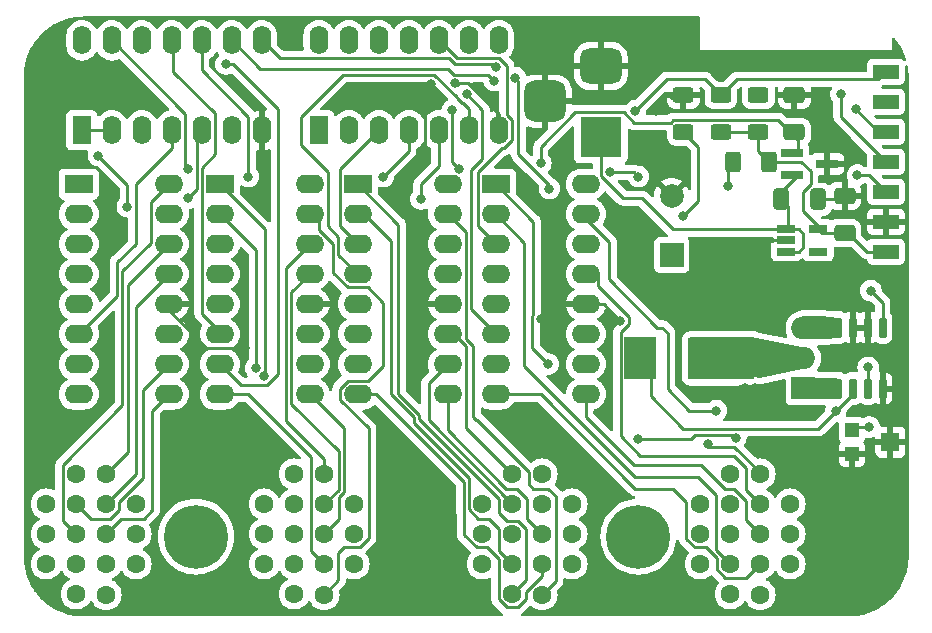
<source format=gbr>
%TF.GenerationSoftware,KiCad,Pcbnew,7.0.5*%
%TF.CreationDate,2023-07-03T19:11:47+08:00*%
%TF.ProjectId,raspnixie-kicad,72617370-6e69-4786-9965-2d6b69636164,rev?*%
%TF.SameCoordinates,Original*%
%TF.FileFunction,Copper,L1,Top*%
%TF.FilePolarity,Positive*%
%FSLAX46Y46*%
G04 Gerber Fmt 4.6, Leading zero omitted, Abs format (unit mm)*
G04 Created by KiCad (PCBNEW 7.0.5) date 2023-07-03 19:11:47*
%MOMM*%
%LPD*%
G01*
G04 APERTURE LIST*
G04 Aperture macros list*
%AMRoundRect*
0 Rectangle with rounded corners*
0 $1 Rounding radius*
0 $2 $3 $4 $5 $6 $7 $8 $9 X,Y pos of 4 corners*
0 Add a 4 corners polygon primitive as box body*
4,1,4,$2,$3,$4,$5,$6,$7,$8,$9,$2,$3,0*
0 Add four circle primitives for the rounded corners*
1,1,$1+$1,$2,$3*
1,1,$1+$1,$4,$5*
1,1,$1+$1,$6,$7*
1,1,$1+$1,$8,$9*
0 Add four rect primitives between the rounded corners*
20,1,$1+$1,$2,$3,$4,$5,0*
20,1,$1+$1,$4,$5,$6,$7,0*
20,1,$1+$1,$6,$7,$8,$9,0*
20,1,$1+$1,$8,$9,$2,$3,0*%
G04 Aperture macros list end*
%TA.AperFunction,ComponentPad*%
%ADD10C,0.800000*%
%TD*%
%TA.AperFunction,ComponentPad*%
%ADD11C,5.400000*%
%TD*%
%TA.AperFunction,SMDPad,CuDef*%
%ADD12R,2.700000X3.600000*%
%TD*%
%TA.AperFunction,SMDPad,CuDef*%
%ADD13R,1.560000X0.650000*%
%TD*%
%TA.AperFunction,SMDPad,CuDef*%
%ADD14R,1.900000X0.800000*%
%TD*%
%TA.AperFunction,SMDPad,CuDef*%
%ADD15RoundRect,0.250000X0.650000X-0.412500X0.650000X0.412500X-0.650000X0.412500X-0.650000X-0.412500X0*%
%TD*%
%TA.AperFunction,ComponentPad*%
%ADD16C,1.600000*%
%TD*%
%TA.AperFunction,ComponentPad*%
%ADD17R,2.000000X2.000000*%
%TD*%
%TA.AperFunction,ComponentPad*%
%ADD18C,2.000000*%
%TD*%
%TA.AperFunction,SMDPad,CuDef*%
%ADD19RoundRect,0.250000X0.400000X0.625000X-0.400000X0.625000X-0.400000X-0.625000X0.400000X-0.625000X0*%
%TD*%
%TA.AperFunction,SMDPad,CuDef*%
%ADD20RoundRect,0.250000X0.625000X-0.400000X0.625000X0.400000X-0.625000X0.400000X-0.625000X-0.400000X0*%
%TD*%
%TA.AperFunction,ComponentPad*%
%ADD21R,1.600000X2.400000*%
%TD*%
%TA.AperFunction,ComponentPad*%
%ADD22O,1.600000X2.400000*%
%TD*%
%TA.AperFunction,ComponentPad*%
%ADD23R,2.400000X1.600000*%
%TD*%
%TA.AperFunction,ComponentPad*%
%ADD24O,2.400000X1.600000*%
%TD*%
%TA.AperFunction,SMDPad,CuDef*%
%ADD25RoundRect,0.150000X0.150000X-0.725000X0.150000X0.725000X-0.150000X0.725000X-0.150000X-0.725000X0*%
%TD*%
%TA.AperFunction,SMDPad,CuDef*%
%ADD26R,1.200000X1.200000*%
%TD*%
%TA.AperFunction,SMDPad,CuDef*%
%ADD27R,1.500000X1.600000*%
%TD*%
%TA.AperFunction,SMDPad,CuDef*%
%ADD28RoundRect,0.250000X-0.412500X-0.650000X0.412500X-0.650000X0.412500X0.650000X-0.412500X0.650000X0*%
%TD*%
%TA.AperFunction,SMDPad,CuDef*%
%ADD29R,2.200000X1.200000*%
%TD*%
%TA.AperFunction,ComponentPad*%
%ADD30R,2.000000X1.905000*%
%TD*%
%TA.AperFunction,ComponentPad*%
%ADD31O,2.000000X1.905000*%
%TD*%
%TA.AperFunction,ComponentPad*%
%ADD32R,3.500000X3.500000*%
%TD*%
%TA.AperFunction,ComponentPad*%
%ADD33RoundRect,0.750000X-1.000000X0.750000X-1.000000X-0.750000X1.000000X-0.750000X1.000000X0.750000X0*%
%TD*%
%TA.AperFunction,ComponentPad*%
%ADD34RoundRect,0.875000X-0.875000X0.875000X-0.875000X-0.875000X0.875000X-0.875000X0.875000X0.875000X0*%
%TD*%
%TA.AperFunction,ViaPad*%
%ADD35C,0.800000*%
%TD*%
%TA.AperFunction,Conductor*%
%ADD36C,0.250000*%
%TD*%
G04 APERTURE END LIST*
D10*
%TO.P,REF\u002A\u002A,1*%
%TO.N,N/C*%
X111598109Y-81118109D03*
X114461891Y-83981891D03*
X115055000Y-82550000D03*
X113030000Y-80525000D03*
X111005000Y-82550000D03*
X114461891Y-81118109D03*
X113030000Y-84575000D03*
D11*
X113030000Y-82550000D03*
D10*
X111598109Y-83981891D03*
%TD*%
%TO.P,REF\u002A\u002A,1*%
%TO.N,N/C*%
X74133109Y-83981891D03*
D11*
X75565000Y-82550000D03*
D10*
X75565000Y-84575000D03*
X76996891Y-81118109D03*
X73540000Y-82550000D03*
X75565000Y-80525000D03*
X77590000Y-82550000D03*
X76996891Y-83981891D03*
X74133109Y-81118109D03*
%TD*%
D12*
%TO.P,L1,1,1*%
%TO.N,+12V*%
X113198000Y-67437000D03*
%TO.P,L1,2,2*%
%TO.N,Net-(D1-A)*%
X121498000Y-67437000D03*
%TD*%
D13*
%TO.P,U11,1,IN*%
%TO.N,+12V*%
X125570000Y-56520000D03*
%TO.P,U11,2,GND*%
%TO.N,GND*%
X125570000Y-57470000D03*
%TO.P,U11,3,EN*%
%TO.N,+12V*%
X125570000Y-58420000D03*
%TO.P,U11,4,BP*%
%TO.N,unconnected-(U11-BP-Pad4)*%
X128270000Y-58420000D03*
%TO.P,U11,5,OUT*%
%TO.N,+3.3V*%
X128270000Y-56520000D03*
%TD*%
D14*
%TO.P,U9,1,VO*%
%TO.N,+5V*%
X126008000Y-50038000D03*
%TO.P,U9,2,VI*%
%TO.N,+12V*%
X126008000Y-51938000D03*
%TO.P,U9,3,GND*%
%TO.N,GND*%
X129008000Y-50988000D03*
%TD*%
D15*
%TO.P,C12,1*%
%TO.N,+3.3V*%
X130490000Y-56830000D03*
%TO.P,C12,2*%
%TO.N,GND*%
X130490000Y-53705000D03*
%TD*%
D16*
%TO.P,NX4,NC*%
%TO.N,N/C*%
X118264077Y-84863077D03*
X125884077Y-84863077D03*
%TO.P,NX4,13,A2*%
%TO.N,unconnected-(NX4-A2-Pad13)*%
X118264077Y-79783077D03*
%TO.P,NX4,12,A1*%
%TO.N,Net-(NX4-A1)*%
X125884077Y-79783077D03*
%TO.P,NX4,11,PR*%
%TO.N,unconnected-(NX4-PR-Pad11)*%
X125884077Y-82323077D03*
%TO.P,NX4,10,DP*%
%TO.N,unconnected-(NX4-DP-Pad10)*%
X118264077Y-82323077D03*
%TO.P,NX4,9,K9*%
%TO.N,Net-(NX4-K9)*%
X120804077Y-84863077D03*
%TO.P,NX4,8,K8*%
%TO.N,Net-(NX4-K8)*%
X120804077Y-87403077D03*
%TO.P,NX4,7,K7*%
%TO.N,Net-(NX4-K7)*%
X120804077Y-79783077D03*
%TO.P,NX4,6,K6*%
%TO.N,Net-(NX4-K6)*%
X120804077Y-77243077D03*
%TO.P,NX4,5,K5*%
%TO.N,Net-(NX4-K5)*%
X123344077Y-77243077D03*
%TO.P,NX4,4,K4*%
%TO.N,Net-(NX4-K4)*%
X123344077Y-79805773D03*
%TO.P,NX4,3,K3*%
%TO.N,Net-(NX4-K3)*%
X123344077Y-82323077D03*
%TO.P,NX4,2,K2*%
%TO.N,Net-(NX4-K2)*%
X123344077Y-84863077D03*
%TO.P,NX4,1,K1*%
%TO.N,Net-(NX4-K1)*%
X123344077Y-87460432D03*
%TO.P,NX4,0,K0*%
%TO.N,Net-(NX4-K0)*%
X120804077Y-82323077D03*
%TD*%
%TO.P,NX3,NC*%
%TO.N,N/C*%
X99806743Y-84863077D03*
X107426743Y-84863077D03*
%TO.P,NX3,13,A2*%
%TO.N,unconnected-(NX3-A2-Pad13)*%
X99806743Y-79783077D03*
%TO.P,NX3,12,A1*%
%TO.N,Net-(NX3-A1)*%
X107426743Y-79783077D03*
%TO.P,NX3,11,PR*%
%TO.N,unconnected-(NX3-PR-Pad11)*%
X107426743Y-82323077D03*
%TO.P,NX3,10,DP*%
%TO.N,unconnected-(NX3-DP-Pad10)*%
X99806743Y-82323077D03*
%TO.P,NX3,9,K9*%
%TO.N,Net-(NX3-K9)*%
X102346743Y-84863077D03*
%TO.P,NX3,8,K8*%
%TO.N,Net-(NX3-K8)*%
X102346743Y-87403077D03*
%TO.P,NX3,7,K7*%
%TO.N,Net-(NX3-K7)*%
X102346743Y-79783077D03*
%TO.P,NX3,6,K6*%
%TO.N,Net-(NX3-K6)*%
X102346743Y-77243077D03*
%TO.P,NX3,5,K5*%
%TO.N,Net-(NX3-K5)*%
X104886743Y-77243077D03*
%TO.P,NX3,4,K4*%
%TO.N,Net-(NX3-K4)*%
X104886743Y-79805773D03*
%TO.P,NX3,3,K3*%
%TO.N,Net-(NX3-K3)*%
X104886743Y-82323077D03*
%TO.P,NX3,2,K2*%
%TO.N,Net-(NX3-K2)*%
X104886743Y-84863077D03*
%TO.P,NX3,1,K1*%
%TO.N,Net-(NX3-K1)*%
X104886743Y-87460432D03*
%TO.P,NX3,0,K0*%
%TO.N,Net-(NX3-K0)*%
X102346743Y-82323077D03*
%TD*%
D17*
%TO.P,C14,1*%
%TO.N,Net-(D1-K)*%
X115851077Y-58701077D03*
D18*
%TO.P,C14,2*%
%TO.N,GND*%
X115851077Y-53701077D03*
%TD*%
D19*
%TO.P,R4,1*%
%TO.N,+3.3V*%
X124105000Y-50800000D03*
%TO.P,R4,2*%
%TO.N,Net-(U1-GPIO2)*%
X121005000Y-50800000D03*
%TD*%
D20*
%TO.P,R2,1*%
%TO.N,Net-(U1-GPIO15)*%
X116840000Y-48286000D03*
%TO.P,R2,2*%
%TO.N,GND*%
X116840000Y-45186000D03*
%TD*%
D21*
%TO.P,U2,1,A*%
%TO.N,Net-(U2-A)*%
X65913000Y-48148000D03*
D22*
%TO.P,U2,2,B*%
X68453000Y-48148000D03*
%TO.P,U2,3,Qa*%
%TO.N,Net-(U2-Qa)*%
X70993000Y-48148000D03*
%TO.P,U2,4,Qb*%
%TO.N,Net-(U2-Qb)*%
X73533000Y-48148000D03*
%TO.P,U2,5,Qc*%
%TO.N,Net-(U2-Qc)*%
X76073000Y-48148000D03*
%TO.P,U2,6,Qd*%
%TO.N,Net-(U2-Qd)*%
X78613000Y-48148000D03*
%TO.P,U2,7,Vss*%
%TO.N,GND*%
X81153000Y-48148000D03*
%TO.P,U2,8,CK*%
%TO.N,Net-(U1-GPIO12)*%
X81153000Y-40528000D03*
%TO.P,U2,9,~{R}*%
%TO.N,Net-(U1-GPIO4)*%
X78613000Y-40528000D03*
%TO.P,U2,10,Qe*%
%TO.N,Net-(U2-Qe)*%
X76073000Y-40528000D03*
%TO.P,U2,11,Qf*%
%TO.N,Net-(U2-Qf)*%
X73533000Y-40528000D03*
%TO.P,U2,12,Qg*%
%TO.N,Net-(U2-Qg)*%
X70993000Y-40528000D03*
%TO.P,U2,13,Qh*%
%TO.N,Net-(U2-Qh)*%
X68453000Y-40528000D03*
%TO.P,U2,14,Vdd*%
%TO.N,+5V*%
X65913000Y-40528000D03*
%TD*%
D23*
%TO.P,U5,1,~{Q8}*%
%TO.N,Net-(NX2-K8)*%
X77597000Y-52705000D03*
D24*
%TO.P,U5,2,~{Q9}*%
%TO.N,Net-(NX2-K9)*%
X77597000Y-55245000D03*
%TO.P,U5,3,A*%
%TO.N,Net-(U2-Qe)*%
X77597000Y-57785000D03*
%TO.P,U5,4,D*%
%TO.N,Net-(U2-Qh)*%
X77597000Y-60325000D03*
%TO.P,U5,5,VCC*%
%TO.N,+5V*%
X77597000Y-62865000D03*
%TO.P,U5,6,B*%
%TO.N,Net-(U2-Qf)*%
X77597000Y-65405000D03*
%TO.P,U5,7,C*%
%TO.N,Net-(U2-Qg)*%
X77597000Y-67945000D03*
%TO.P,U5,8,~{Q2}*%
%TO.N,Net-(NX2-K2)*%
X77597000Y-70485000D03*
%TO.P,U5,9,~{Q3}*%
%TO.N,Net-(NX2-K3)*%
X85217000Y-70485000D03*
%TO.P,U5,10,~{Q7}*%
%TO.N,Net-(NX2-K7)*%
X85217000Y-67945000D03*
%TO.P,U5,11,~{Q6}*%
%TO.N,Net-(NX2-K6)*%
X85217000Y-65405000D03*
%TO.P,U5,12,GND*%
%TO.N,GND*%
X85217000Y-62865000D03*
%TO.P,U5,13,~{Q4}*%
%TO.N,Net-(NX2-K4)*%
X85217000Y-60325000D03*
%TO.P,U5,14,~{Q5}*%
%TO.N,Net-(NX2-K5)*%
X85217000Y-57785000D03*
%TO.P,U5,15,~{Q1}*%
%TO.N,Net-(NX2-K1)*%
X85217000Y-55245000D03*
%TO.P,U5,16,~{Q0}*%
%TO.N,Net-(NX2-K0)*%
X85217000Y-52705000D03*
%TD*%
D25*
%TO.P,U10,1,EXT*%
%TO.N,Net-(Q1-G)*%
X129921000Y-70012000D03*
%TO.P,U10,2,V+*%
%TO.N,+12V*%
X131191000Y-70012000D03*
%TO.P,U10,3,FB*%
%TO.N,Net-(U10-FB)*%
X132461000Y-70012000D03*
%TO.P,U10,4,SHDN*%
%TO.N,GND*%
X133731000Y-70012000D03*
%TO.P,U10,5,REF*%
%TO.N,Net-(U10-REF)*%
X133731000Y-64862000D03*
%TO.P,U10,6,AGND*%
%TO.N,GND*%
X132461000Y-64862000D03*
%TO.P,U10,7,GND*%
X131191000Y-64862000D03*
%TO.P,U10,8,CS*%
%TO.N,Net-(Q1-S)*%
X129921000Y-64862000D03*
%TD*%
D16*
%TO.P,NX2,NC*%
%TO.N,N/C*%
X88969410Y-84863077D03*
X81349410Y-84863077D03*
%TO.P,NX2,13,A2*%
%TO.N,unconnected-(NX2-A2-Pad13)*%
X81349410Y-79783077D03*
%TO.P,NX2,12,A1*%
%TO.N,Net-(NX2-A1)*%
X88969410Y-79783077D03*
%TO.P,NX2,11,PR*%
%TO.N,unconnected-(NX2-PR-Pad11)*%
X88969410Y-82323077D03*
%TO.P,NX2,10,DP*%
%TO.N,unconnected-(NX2-DP-Pad10)*%
X81349410Y-82323077D03*
%TO.P,NX2,9,K9*%
%TO.N,Net-(NX2-K9)*%
X83889410Y-84863077D03*
%TO.P,NX2,8,K8*%
%TO.N,Net-(NX2-K8)*%
X83889410Y-87403077D03*
%TO.P,NX2,7,K7*%
%TO.N,Net-(NX2-K7)*%
X83889410Y-79783077D03*
%TO.P,NX2,6,K6*%
%TO.N,Net-(NX2-K6)*%
X83889410Y-77243077D03*
%TO.P,NX2,5,K5*%
%TO.N,Net-(NX2-K5)*%
X86429410Y-77243077D03*
%TO.P,NX2,4,K4*%
%TO.N,Net-(NX2-K4)*%
X86429410Y-79805773D03*
%TO.P,NX2,3,K3*%
%TO.N,Net-(NX2-K3)*%
X86429410Y-82323077D03*
%TO.P,NX2,2,K2*%
%TO.N,Net-(NX2-K2)*%
X86429410Y-84863077D03*
%TO.P,NX2,1,K1*%
%TO.N,Net-(NX2-K1)*%
X86429410Y-87460432D03*
%TO.P,NX2,0,K0*%
%TO.N,Net-(NX2-K0)*%
X83889410Y-82323077D03*
%TD*%
D26*
%TO.P,RV1,1,1*%
%TO.N,Net-(R11-Pad2)*%
X131116000Y-73549000D03*
D27*
%TO.P,RV1,2,2*%
%TO.N,GND*%
X134366000Y-74549000D03*
D26*
%TO.P,RV1,3,3*%
X131116000Y-75549000D03*
%TD*%
D20*
%TO.P,R1,1*%
%TO.N,+3.3V*%
X123190000Y-48260000D03*
%TO.P,R1,2*%
%TO.N,Net-(J1-Pin_5)*%
X123190000Y-45160000D03*
%TD*%
D23*
%TO.P,U7,1,~{Q8}*%
%TO.N,Net-(NX4-K8)*%
X100965000Y-52705000D03*
D24*
%TO.P,U7,2,~{Q9}*%
%TO.N,Net-(NX4-K9)*%
X100965000Y-55245000D03*
%TO.P,U7,3,A*%
%TO.N,Net-(U3-Qe)*%
X100965000Y-57785000D03*
%TO.P,U7,4,D*%
%TO.N,Net-(U2-A)*%
X100965000Y-60325000D03*
%TO.P,U7,5,VCC*%
%TO.N,+5V*%
X100965000Y-62865000D03*
%TO.P,U7,6,B*%
%TO.N,Net-(U3-Qf)*%
X100965000Y-65405000D03*
%TO.P,U7,7,C*%
%TO.N,Net-(U3-Qg)*%
X100965000Y-67945000D03*
%TO.P,U7,8,~{Q2}*%
%TO.N,Net-(NX4-K2)*%
X100965000Y-70485000D03*
%TO.P,U7,9,~{Q3}*%
%TO.N,Net-(NX4-K3)*%
X108585000Y-70485000D03*
%TO.P,U7,10,~{Q7}*%
%TO.N,Net-(NX4-K7)*%
X108585000Y-67945000D03*
%TO.P,U7,11,~{Q6}*%
%TO.N,Net-(NX4-K6)*%
X108585000Y-65405000D03*
%TO.P,U7,12,GND*%
%TO.N,GND*%
X108585000Y-62865000D03*
%TO.P,U7,13,~{Q4}*%
%TO.N,Net-(NX4-K4)*%
X108585000Y-60325000D03*
%TO.P,U7,14,~{Q5}*%
%TO.N,Net-(NX4-K5)*%
X108585000Y-57785000D03*
%TO.P,U7,15,~{Q1}*%
%TO.N,Net-(NX4-K1)*%
X108585000Y-55245000D03*
%TO.P,U7,16,~{Q0}*%
%TO.N,Net-(NX4-K0)*%
X108585000Y-52705000D03*
%TD*%
D16*
%TO.P,NX1,0,K0*%
%TO.N,Net-(NX1-K0)*%
X65432077Y-82323077D03*
%TO.P,NX1,1,K1*%
%TO.N,Net-(NX1-K1)*%
X67972077Y-87460432D03*
%TO.P,NX1,2,K2*%
%TO.N,Net-(NX1-K2)*%
X67972077Y-84863077D03*
%TO.P,NX1,3,K3*%
%TO.N,Net-(NX1-K3)*%
X67972077Y-82323077D03*
%TO.P,NX1,4,K4*%
%TO.N,Net-(NX1-K4)*%
X67972077Y-79805773D03*
%TO.P,NX1,5,K5*%
%TO.N,Net-(NX1-K5)*%
X67972077Y-77243077D03*
%TO.P,NX1,6,K6*%
%TO.N,Net-(NX1-K6)*%
X65432077Y-77243077D03*
%TO.P,NX1,7,K7*%
%TO.N,Net-(NX1-K7)*%
X65432077Y-79783077D03*
%TO.P,NX1,8,K8*%
%TO.N,Net-(NX1-K8)*%
X65432077Y-87403077D03*
%TO.P,NX1,9,K9*%
%TO.N,Net-(NX1-K9)*%
X65432077Y-84863077D03*
%TO.P,NX1,10,DP*%
%TO.N,unconnected-(NX1-DP-Pad10)*%
X62892077Y-82323077D03*
%TO.P,NX1,11,PR*%
%TO.N,unconnected-(NX1-PR-Pad11)*%
X70512077Y-82323077D03*
%TO.P,NX1,12,A1*%
%TO.N,Net-(NX1-A1)*%
X70512077Y-79783077D03*
%TO.P,NX1,13,A2*%
%TO.N,unconnected-(NX1-A2-Pad13)*%
X62892077Y-79783077D03*
%TO.P,NX1,NC*%
%TO.N,N/C*%
X62892077Y-84863077D03*
X70512077Y-84863077D03*
%TD*%
D28*
%TO.P,C7,1*%
%TO.N,+12V*%
X125117500Y-53997500D03*
%TO.P,C7,2*%
%TO.N,GND*%
X128242500Y-53997500D03*
%TD*%
D29*
%TO.P,J1,1,Pin_1*%
%TO.N,+3.3V*%
X133985000Y-58420000D03*
%TO.P,J1,2,Pin_2*%
%TO.N,GND*%
X133985000Y-55880000D03*
%TO.P,J1,3,Pin_3*%
%TO.N,Net-(J1-Pin_3)*%
X133985000Y-53340000D03*
%TO.P,J1,4,Pin_4*%
%TO.N,Net-(J1-Pin_4)*%
X133985000Y-50800000D03*
%TO.P,J1,5,Pin_5*%
%TO.N,Net-(J1-Pin_5)*%
X133985000Y-48260000D03*
%TO.P,J1,6,Pin_6*%
%TO.N,unconnected-(J1-Pin_6-Pad6)*%
X133985000Y-45720000D03*
%TO.P,J1,7,Pin_7*%
%TO.N,Net-(J1-Pin_7)*%
X133985000Y-43180000D03*
%TD*%
D15*
%TO.P,C13,1*%
%TO.N,+5V*%
X126238000Y-48298500D03*
%TO.P,C13,2*%
%TO.N,GND*%
X126238000Y-45173500D03*
%TD*%
D30*
%TO.P,Q1,1,G*%
%TO.N,Net-(Q1-G)*%
X127000000Y-69977000D03*
D31*
%TO.P,Q1,2,D*%
%TO.N,Net-(D1-A)*%
X127000000Y-67437000D03*
%TO.P,Q1,3,S*%
%TO.N,Net-(Q1-S)*%
X127000000Y-64897000D03*
%TD*%
D23*
%TO.P,U4,1,~{Q8}*%
%TO.N,Net-(NX1-K8)*%
X65659000Y-52705000D03*
D24*
%TO.P,U4,2,~{Q9}*%
%TO.N,Net-(NX1-K9)*%
X65659000Y-55245000D03*
%TO.P,U4,3,A*%
%TO.N,Net-(U2-Qa)*%
X65659000Y-57785000D03*
%TO.P,U4,4,D*%
%TO.N,Net-(U2-Qd)*%
X65659000Y-60325000D03*
%TO.P,U4,5,VCC*%
%TO.N,+5V*%
X65659000Y-62865000D03*
%TO.P,U4,6,B*%
%TO.N,Net-(U2-Qb)*%
X65659000Y-65405000D03*
%TO.P,U4,7,C*%
%TO.N,Net-(U2-Qc)*%
X65659000Y-67945000D03*
%TO.P,U4,8,~{Q2}*%
%TO.N,Net-(NX1-K2)*%
X65659000Y-70485000D03*
%TO.P,U4,9,~{Q3}*%
%TO.N,Net-(NX1-K3)*%
X73279000Y-70485000D03*
%TO.P,U4,10,~{Q7}*%
%TO.N,Net-(NX1-K7)*%
X73279000Y-67945000D03*
%TO.P,U4,11,~{Q6}*%
%TO.N,Net-(NX1-K6)*%
X73279000Y-65405000D03*
%TO.P,U4,12,GND*%
%TO.N,GND*%
X73279000Y-62865000D03*
%TO.P,U4,13,~{Q4}*%
%TO.N,Net-(NX1-K4)*%
X73279000Y-60325000D03*
%TO.P,U4,14,~{Q5}*%
%TO.N,Net-(NX1-K5)*%
X73279000Y-57785000D03*
%TO.P,U4,15,~{Q1}*%
%TO.N,Net-(NX1-K1)*%
X73279000Y-55245000D03*
%TO.P,U4,16,~{Q0}*%
%TO.N,Net-(NX1-K0)*%
X73279000Y-52705000D03*
%TD*%
D20*
%TO.P,R3,1*%
%TO.N,+3.3V*%
X120015000Y-48286000D03*
%TO.P,R3,2*%
%TO.N,Net-(J1-Pin_7)*%
X120015000Y-45186000D03*
%TD*%
D32*
%TO.P,J2,1*%
%TO.N,+12V*%
X109855000Y-48699077D03*
D33*
%TO.P,J2,2*%
%TO.N,GND*%
X109855000Y-42699077D03*
D34*
%TO.P,J2,3*%
X105155000Y-45699077D03*
%TD*%
D23*
%TO.P,U6,1,~{Q8}*%
%TO.N,Net-(NX3-K8)*%
X89281000Y-52705000D03*
D24*
%TO.P,U6,2,~{Q9}*%
%TO.N,Net-(NX3-K9)*%
X89281000Y-55245000D03*
%TO.P,U6,3,A*%
%TO.N,Net-(U3-Qa)*%
X89281000Y-57785000D03*
%TO.P,U6,4,D*%
%TO.N,Net-(U3-Qd)*%
X89281000Y-60325000D03*
%TO.P,U6,5,VCC*%
%TO.N,+5V*%
X89281000Y-62865000D03*
%TO.P,U6,6,B*%
%TO.N,Net-(U3-Qb)*%
X89281000Y-65405000D03*
%TO.P,U6,7,C*%
%TO.N,Net-(U3-Qc)*%
X89281000Y-67945000D03*
%TO.P,U6,8,~{Q2}*%
%TO.N,Net-(NX3-K2)*%
X89281000Y-70485000D03*
%TO.P,U6,9,~{Q3}*%
%TO.N,Net-(NX3-K3)*%
X96901000Y-70485000D03*
%TO.P,U6,10,~{Q7}*%
%TO.N,Net-(NX3-K7)*%
X96901000Y-67945000D03*
%TO.P,U6,11,~{Q6}*%
%TO.N,Net-(NX3-K6)*%
X96901000Y-65405000D03*
%TO.P,U6,12,GND*%
%TO.N,GND*%
X96901000Y-62865000D03*
%TO.P,U6,13,~{Q4}*%
%TO.N,Net-(NX3-K4)*%
X96901000Y-60325000D03*
%TO.P,U6,14,~{Q5}*%
%TO.N,Net-(NX3-K5)*%
X96901000Y-57785000D03*
%TO.P,U6,15,~{Q1}*%
%TO.N,Net-(NX3-K1)*%
X96901000Y-55245000D03*
%TO.P,U6,16,~{Q0}*%
%TO.N,Net-(NX3-K0)*%
X96901000Y-52705000D03*
%TD*%
D21*
%TO.P,U3,1,A*%
%TO.N,Net-(U1-GPIO13)*%
X85979000Y-48133000D03*
D22*
%TO.P,U3,2,B*%
X88519000Y-48133000D03*
%TO.P,U3,3,Qa*%
%TO.N,Net-(U3-Qa)*%
X91059000Y-48133000D03*
%TO.P,U3,4,Qb*%
%TO.N,Net-(U3-Qb)*%
X93599000Y-48133000D03*
%TO.P,U3,5,Qc*%
%TO.N,Net-(U3-Qc)*%
X96139000Y-48133000D03*
%TO.P,U3,6,Qd*%
%TO.N,Net-(U3-Qd)*%
X98679000Y-48133000D03*
%TO.P,U3,7,Vss*%
%TO.N,GND*%
X101219000Y-48133000D03*
%TO.P,U3,8,CK*%
%TO.N,Net-(U1-GPIO12)*%
X101219000Y-40513000D03*
%TO.P,U3,9,~{R}*%
%TO.N,Net-(U1-GPIO4)*%
X98679000Y-40513000D03*
%TO.P,U3,10,Qe*%
%TO.N,Net-(U3-Qe)*%
X96139000Y-40513000D03*
%TO.P,U3,11,Qf*%
%TO.N,Net-(U3-Qf)*%
X93599000Y-40513000D03*
%TO.P,U3,12,Qg*%
%TO.N,Net-(U3-Qg)*%
X91059000Y-40513000D03*
%TO.P,U3,13,Qh*%
%TO.N,Net-(U2-A)*%
X88519000Y-40513000D03*
%TO.P,U3,14,Vdd*%
%TO.N,+5V*%
X85979000Y-40513000D03*
%TD*%
D35*
%TO.N,Net-(U1-GPIO12)*%
X100965000Y-42762500D03*
%TO.N,Net-(NX4-K8)*%
X105410000Y-67945000D03*
%TO.N,Net-(U1-GPIO13)*%
X110601147Y-51705559D03*
X113030000Y-52070000D03*
%TO.N,+12V*%
X112549077Y-67210077D03*
X114073077Y-68480077D03*
X129730500Y-71945500D03*
X114073077Y-67210077D03*
X113284000Y-67843000D03*
X112549077Y-68480077D03*
%TO.N,Net-(NX2-K8)*%
X81307077Y-68988077D03*
%TO.N,Net-(NX2-K9)*%
X80615226Y-68266725D03*
%TO.N,Net-(NX4-K1)*%
X119634000Y-71882000D03*
%TO.N,Net-(NX4-K5)*%
X118895049Y-74690451D03*
%TO.N,+3.3V*%
X133985000Y-58420000D03*
%TO.N,Net-(U1-GPIO4)*%
X100833701Y-43937701D03*
%TO.N,Net-(U2-Qc)*%
X74867577Y-53903146D03*
%TO.N,+5V*%
X69760500Y-54610000D03*
X104775000Y-50927000D03*
X67310000Y-50292000D03*
%TO.N,Net-(U2-Qe)*%
X80010000Y-52070000D03*
%TO.N,Net-(U2-Qg)*%
X78105000Y-42545000D03*
%TO.N,Net-(U2-Qh)*%
X74897500Y-51435000D03*
%TO.N,Net-(U3-Qb)*%
X91440000Y-52070000D03*
%TO.N,Net-(U3-Qc)*%
X94615000Y-53975000D03*
%TO.N,Net-(U3-Qf)*%
X98488500Y-45085500D03*
%TO.N,Net-(U3-Qg)*%
X105499500Y-53086000D03*
X102616000Y-43688000D03*
%TO.N,Net-(D1-A)*%
X118264077Y-66448077D03*
X119280077Y-66194077D03*
X119280077Y-67210077D03*
X118264077Y-67464077D03*
X118264077Y-68480077D03*
X119280077Y-68226077D03*
%TO.N,Net-(U2-A)*%
X97273048Y-46444500D03*
X97803874Y-51398968D03*
%TO.N,Net-(U10-REF)*%
X132715000Y-61722000D03*
%TO.N,Net-(D1-K)*%
X121285000Y-74168000D03*
X113030000Y-74295000D03*
%TO.N,Net-(J1-Pin_3)*%
X131576799Y-51938201D03*
%TO.N,GND*%
X95504000Y-44196000D03*
X94488000Y-82296000D03*
X111506000Y-79248000D03*
X74168000Y-78613000D03*
X128242500Y-53997500D03*
X78740000Y-44196000D03*
X122936000Y-69977000D03*
X89662000Y-44450000D03*
X97536000Y-44158500D03*
X129540000Y-48895000D03*
X111501701Y-64266299D03*
X79760299Y-66543701D03*
X108712000Y-77089000D03*
X123825000Y-69977000D03*
X122047000Y-69977000D03*
X115316000Y-63246000D03*
X114046000Y-49530000D03*
X91440000Y-77597000D03*
X116078000Y-45212000D03*
X112928400Y-61417200D03*
X112268000Y-58674000D03*
X94234000Y-66040000D03*
X104775000Y-64135000D03*
X113665000Y-62103000D03*
X114554000Y-46482000D03*
X112268000Y-60706000D03*
%TO.N,Net-(J1-Pin_5)*%
X123190000Y-45085000D03*
X131445000Y-46355000D03*
%TO.N,Net-(U1-GPIO2)*%
X120650000Y-52832000D03*
%TO.N,Net-(U1-GPIO15)*%
X116840000Y-55372000D03*
%TO.N,Net-(R11-Pad2)*%
X132588000Y-73279000D03*
%TO.N,Net-(J1-Pin_7)*%
X112776000Y-46482000D03*
%TO.N,Net-(U10-FB)*%
X132488077Y-68226077D03*
%TO.N,Net-(J1-Pin_4)*%
X130175000Y-45085000D03*
%TD*%
D36*
%TO.N,Net-(U3-Qe)*%
X96139000Y-40513000D02*
X97664000Y-42038000D01*
X101891000Y-42663195D02*
X101891000Y-46814010D01*
X97664000Y-42038000D02*
X101265805Y-42038000D01*
X101265805Y-42038000D02*
X101891000Y-42663195D01*
X101891000Y-46814010D02*
X102362000Y-47285010D01*
X102362000Y-47285010D02*
X102362000Y-48980990D01*
X102362000Y-48980990D02*
X101684990Y-49658000D01*
X101684990Y-49658000D02*
X101472000Y-49658000D01*
X101472000Y-49658000D02*
X99440000Y-51690000D01*
X99440000Y-51690000D02*
X99440000Y-56260000D01*
X99440000Y-56260000D02*
X100965000Y-57785000D01*
%TO.N,Net-(U1-GPIO12)*%
X100747500Y-42545000D02*
X100965000Y-42762500D01*
X100328604Y-42545000D02*
X100747500Y-42545000D01*
X97534604Y-42545000D02*
X100328604Y-42545000D01*
X81153000Y-40528000D02*
X82663000Y-42038000D01*
X97027604Y-42038000D02*
X97534604Y-42545000D01*
X82663000Y-42038000D02*
X97027604Y-42038000D01*
%TO.N,Net-(U1-GPIO15)*%
X117176077Y-48622077D02*
X118110000Y-49556000D01*
X118110000Y-49556000D02*
X118110000Y-54102000D01*
X118110000Y-54102000D02*
X116840000Y-55372000D01*
%TO.N,Net-(NX2-K1)*%
X86429410Y-87460432D02*
X87630000Y-86259842D01*
X87630000Y-86259842D02*
X87630000Y-83895590D01*
X87630000Y-83895590D02*
X88077513Y-83448077D01*
X89435401Y-83448077D02*
X90197077Y-82686401D01*
X88077513Y-83448077D02*
X89435401Y-83448077D01*
X90197077Y-82686401D02*
X90197077Y-73433077D01*
%TO.N,Net-(NX4-K2)*%
X100965000Y-70485000D02*
X104773604Y-70485000D01*
X104773604Y-70485000D02*
X112774604Y-78486000D01*
X120406763Y-86056754D02*
X122150400Y-86056754D01*
X112774604Y-78486000D02*
X115951000Y-78486000D01*
X115951000Y-78486000D02*
X117094000Y-79629000D01*
X117094000Y-79629000D02*
X117094000Y-82743991D01*
X119679077Y-85329068D02*
X120406763Y-86056754D01*
X117094000Y-82743991D02*
X117798086Y-83448077D01*
X117798086Y-83448077D02*
X118752681Y-83448077D01*
X119679077Y-84374473D02*
X119679077Y-85329068D01*
X118752681Y-83448077D02*
X119679077Y-84374473D01*
X122150400Y-86056754D02*
X123344077Y-84863077D01*
%TO.N,Net-(NX4-K8)*%
X105410000Y-67945000D02*
X104050000Y-66585000D01*
X104050000Y-66585000D02*
X104050000Y-63834695D01*
X104050000Y-63834695D02*
X104140000Y-63744695D01*
X104140000Y-63744695D02*
X104140000Y-55880000D01*
X104140000Y-55880000D02*
X100965000Y-52705000D01*
%TO.N,Net-(D1-K)*%
X113030000Y-74295000D02*
X117475000Y-74295000D01*
X117475000Y-74295000D02*
X117856000Y-73914000D01*
X117856000Y-73914000D02*
X121031000Y-73914000D01*
X121031000Y-73914000D02*
X121285000Y-74168000D01*
%TO.N,Net-(NX3-K8)*%
X89281000Y-52705000D02*
X92710000Y-56134000D01*
X92710000Y-56134000D02*
X92710000Y-70485000D01*
X103532077Y-86217743D02*
X102346743Y-87403077D01*
X92710000Y-70485000D02*
X94457077Y-72232077D01*
X102812734Y-81198077D02*
X103532077Y-81917420D01*
X94457077Y-72232077D02*
X94457077Y-72613077D01*
X101221743Y-79377743D02*
X101221743Y-80539068D01*
X94457077Y-72613077D02*
X101221743Y-79377743D01*
X101221743Y-80539068D02*
X101880752Y-81198077D01*
X101880752Y-81198077D02*
X102812734Y-81198077D01*
X103532077Y-81917420D02*
X103532077Y-86217743D01*
%TO.N,Net-(NX3-K9)*%
X89789000Y-55245000D02*
X92075000Y-57531000D01*
X92075000Y-57531000D02*
X92075000Y-70485000D01*
X92075000Y-70485000D02*
X94007077Y-72417077D01*
X94007077Y-72417077D02*
X94007077Y-72925077D01*
X101221743Y-83738077D02*
X102346743Y-84863077D01*
X94007077Y-72925077D02*
X98681743Y-77599743D01*
X98681743Y-77599743D02*
X98681743Y-80249068D01*
X98681743Y-80249068D02*
X99485752Y-81053077D01*
X99485752Y-81053077D02*
X100357077Y-81053077D01*
X100357077Y-81053077D02*
X101221743Y-81917743D01*
X101221743Y-81917743D02*
X101221743Y-83738077D01*
%TO.N,Net-(J1-Pin_3)*%
X131576799Y-51938201D02*
X132583201Y-51938201D01*
X132583201Y-51938201D02*
X133985000Y-53340000D01*
%TO.N,Net-(U1-GPIO13)*%
X113030000Y-52070000D02*
X112665559Y-51705559D01*
X112665559Y-51705559D02*
X110601147Y-51705559D01*
%TO.N,GND*%
X125570000Y-57470000D02*
X124540000Y-57470000D01*
%TO.N,+12V*%
X125570000Y-56520000D02*
X126600000Y-56520000D01*
X126600000Y-58420000D02*
X125570000Y-58420000D01*
X126600000Y-56520000D02*
X127000000Y-56920000D01*
X127000000Y-56920000D02*
X127000000Y-58020000D01*
X127000000Y-58020000D02*
X126600000Y-58420000D01*
%TO.N,+3.3V*%
X124105000Y-50800000D02*
X126841751Y-50800000D01*
X128580000Y-56830000D02*
X130490000Y-56830000D01*
X126841751Y-50800000D02*
X127633000Y-51591249D01*
X127000000Y-54970000D02*
X128270000Y-56240000D01*
X127633000Y-51591249D02*
X127633000Y-52731327D01*
X127633000Y-52731327D02*
X127000000Y-53364327D01*
X127000000Y-53364327D02*
X127000000Y-54970000D01*
X128270000Y-56520000D02*
X128580000Y-56830000D01*
X128270000Y-56240000D02*
X128270000Y-56520000D01*
%TO.N,+12V*%
X109855000Y-48699077D02*
X109855000Y-51984010D01*
X109855000Y-51984010D02*
X111755990Y-53885000D01*
X115965305Y-56520000D02*
X125570000Y-56520000D01*
X111755990Y-53885000D02*
X113330305Y-53885000D01*
X113330305Y-53885000D02*
X115965305Y-56520000D01*
X125730000Y-56360000D02*
X125730000Y-54610000D01*
X125730000Y-54610000D02*
X125117500Y-53997500D01*
X128270000Y-73406000D02*
X116840000Y-73406000D01*
X125117500Y-53391000D02*
X126570500Y-51938000D01*
X131191000Y-70485000D02*
X129730500Y-71945500D01*
X116840000Y-73406000D02*
X114073077Y-70639077D01*
X114073077Y-70639077D02*
X114073077Y-68480077D01*
X129730500Y-71945500D02*
X128270000Y-73406000D01*
%TO.N,Net-(NX1-K0)*%
X69349351Y-71420803D02*
X64307077Y-76463077D01*
X69349351Y-60090726D02*
X69349351Y-71420803D01*
X71754000Y-54230000D02*
X71754000Y-57686077D01*
X64307077Y-76463077D02*
X64307077Y-81198077D01*
X64307077Y-81198077D02*
X65432077Y-82323077D01*
X73279000Y-52705000D02*
X71754000Y-54230000D01*
X71754000Y-57686077D02*
X69349351Y-60090726D01*
%TO.N,Net-(NX1-K3)*%
X67972077Y-82323077D02*
X69242077Y-81053077D01*
X71882000Y-80318154D02*
X71882000Y-71882000D01*
X71147077Y-81053077D02*
X71882000Y-80318154D01*
X71882000Y-71882000D02*
X73279000Y-70485000D01*
X69242077Y-81053077D02*
X71147077Y-81053077D01*
%TO.N,Net-(NX1-K4)*%
X73279000Y-60325000D02*
X70512077Y-63091923D01*
X70512077Y-63091923D02*
X70512077Y-77265773D01*
X70512077Y-77265773D02*
X67972077Y-79805773D01*
%TO.N,Net-(NX1-K5)*%
X69799351Y-61264649D02*
X73279000Y-57785000D01*
X69799351Y-75415803D02*
X69799351Y-61264649D01*
X67972077Y-77243077D02*
X69799351Y-75415803D01*
%TO.N,Net-(NX1-K7)*%
X71120000Y-77584163D02*
X69097077Y-79607086D01*
X68315764Y-81053077D02*
X66702077Y-81053077D01*
X69097077Y-79607086D02*
X69097077Y-80271764D01*
X71120000Y-70104000D02*
X71120000Y-77584163D01*
X66702077Y-81053077D02*
X65432077Y-79783077D01*
X73279000Y-67945000D02*
X71120000Y-70104000D01*
X69097077Y-80271764D02*
X68315764Y-81053077D01*
%TO.N,Net-(NX2-K1)*%
X91440000Y-68066990D02*
X91440000Y-62743010D01*
X88415010Y-61450000D02*
X87180000Y-60214990D01*
X90146990Y-69360000D02*
X91440000Y-68066990D01*
X85979000Y-56556010D02*
X85979000Y-55245000D01*
X87180000Y-57757010D02*
X85979000Y-56556010D01*
X90197077Y-73392067D02*
X87756000Y-70950990D01*
X87180000Y-60214990D02*
X87180000Y-57757010D01*
X87756000Y-70950990D02*
X87756000Y-70019010D01*
X88415010Y-69360000D02*
X90146990Y-69360000D01*
X90146990Y-61450000D02*
X88415010Y-61450000D01*
X91440000Y-62743010D02*
X90146990Y-61450000D01*
X87756000Y-70019010D02*
X88415010Y-69360000D01*
%TO.N,Net-(NX2-K2)*%
X77597000Y-70485000D02*
X80010000Y-70485000D01*
X80010000Y-70485000D02*
X85304410Y-75779410D01*
X85304410Y-75779410D02*
X85304410Y-83738077D01*
X85304410Y-83738077D02*
X86429410Y-84863077D01*
%TO.N,Net-(NX2-K3)*%
X88107077Y-73375077D02*
X85217000Y-70485000D01*
X88107077Y-78764502D02*
X87657077Y-79214502D01*
X87657077Y-79214502D02*
X87657077Y-81095410D01*
X88107077Y-73375077D02*
X88107077Y-78764502D01*
X87657077Y-81095410D02*
X86429410Y-82323077D01*
%TO.N,Net-(NX2-K4)*%
X85217000Y-60325000D02*
X83662077Y-61879923D01*
X83662077Y-71343077D02*
X87657077Y-75338077D01*
X83662077Y-61879923D02*
X83662077Y-71343077D01*
X87657077Y-78578106D02*
X86429410Y-79805773D01*
X87657077Y-75338077D02*
X87657077Y-78578106D01*
%TO.N,Net-(NX2-K5)*%
X86429410Y-76015410D02*
X86429410Y-77243077D01*
X83212077Y-72798077D02*
X83212077Y-59789923D01*
X83212077Y-72798077D02*
X86429410Y-76015410D01*
X83212077Y-59789923D02*
X85217000Y-57785000D01*
%TO.N,Net-(NX2-K8)*%
X81397077Y-56505077D02*
X77597000Y-52705000D01*
X81397077Y-68898077D02*
X81397077Y-56505077D01*
X81307077Y-68988077D02*
X81397077Y-68898077D01*
%TO.N,Net-(NX2-K9)*%
X80672077Y-68209874D02*
X80672077Y-58320077D01*
X80672077Y-58320077D02*
X77597000Y-55245000D01*
X80615226Y-68266725D02*
X80672077Y-68209874D01*
%TO.N,Net-(NX3-K1)*%
X99060000Y-66419604D02*
X99060000Y-72390000D01*
X99338657Y-72644000D02*
X103761743Y-77067086D01*
X98426000Y-65785604D02*
X99060000Y-66419604D01*
X106045000Y-86302175D02*
X104886743Y-87460432D01*
X96901000Y-55245000D02*
X98426000Y-56770000D01*
X105410981Y-78486000D02*
X106045000Y-79120019D01*
X99314000Y-72644000D02*
X99338657Y-72644000D01*
X103761743Y-78107743D02*
X104140000Y-78486000D01*
X106045000Y-79120019D02*
X106045000Y-86302175D01*
X104140000Y-78486000D02*
X105410981Y-78486000D01*
X99060000Y-72390000D02*
X99314000Y-72644000D01*
X103761743Y-77067086D02*
X103761743Y-78107743D01*
X98426000Y-56770000D02*
X98426000Y-65785604D01*
%TO.N,Net-(NX3-K2)*%
X90805000Y-70485000D02*
X89281000Y-70485000D01*
X103532077Y-87224107D02*
X103532077Y-87808734D01*
X102812734Y-88528077D02*
X101880752Y-88528077D01*
X99340752Y-83448077D02*
X98298000Y-82405325D01*
X104886743Y-84863077D02*
X104886743Y-85869441D01*
X101221743Y-84457743D02*
X100212077Y-83448077D01*
X104886743Y-85869441D02*
X103532077Y-87224107D01*
X100212077Y-83448077D02*
X99340752Y-83448077D01*
X98298000Y-82405325D02*
X98298000Y-80501721D01*
X101880752Y-88528077D02*
X101221743Y-87869068D01*
X98231743Y-80435464D02*
X98231743Y-77911743D01*
X103532077Y-87808734D02*
X102812734Y-88528077D01*
X98231743Y-77911743D02*
X90805000Y-70485000D01*
X98298000Y-80501721D02*
X98231743Y-80435464D01*
X101221743Y-87869068D02*
X101221743Y-84457743D01*
%TO.N,Net-(NX3-K3)*%
X104886743Y-82323077D02*
X103632000Y-81068334D01*
X96901000Y-73533000D02*
X96901000Y-70485000D01*
X103632000Y-81068334D02*
X103632000Y-79362671D01*
X101854000Y-78486000D02*
X96901000Y-73533000D01*
X103632000Y-79362671D02*
X102755329Y-78486000D01*
X102755329Y-78486000D02*
X101854000Y-78486000D01*
%TO.N,Net-(NX3-K6)*%
X97409000Y-65405000D02*
X98452077Y-66448077D01*
X98452077Y-73348411D02*
X102346743Y-77243077D01*
X98452077Y-66448077D02*
X98452077Y-73348411D01*
%TO.N,Net-(NX3-K7)*%
X95277077Y-69568923D02*
X96901000Y-67945000D01*
X102346743Y-79783077D02*
X95277077Y-72713411D01*
X95277077Y-72713411D02*
X95277077Y-69568923D01*
%TO.N,Net-(NX4-K1)*%
X114646000Y-64862000D02*
X110560000Y-60776000D01*
X117349075Y-71882000D02*
X115512000Y-70044925D01*
X110560000Y-60776000D02*
X110560000Y-57601000D01*
X115512000Y-65314604D02*
X115059396Y-64862000D01*
X119634000Y-71882000D02*
X117349075Y-71882000D01*
X115512000Y-70044925D02*
X115512000Y-65314604D01*
X110560000Y-57601000D02*
X108585000Y-55626000D01*
X115059396Y-64862000D02*
X114646000Y-64862000D01*
%TO.N,Net-(NX4-K3)*%
X120396000Y-78486000D02*
X118364000Y-76454000D01*
X122174000Y-81153000D02*
X122174000Y-79562009D01*
X121097991Y-78486000D02*
X120396000Y-78486000D01*
X123344077Y-82323077D02*
X122174000Y-81153000D01*
X118364000Y-76454000D02*
X112649000Y-76454000D01*
X112649000Y-76454000D02*
X108585000Y-72390000D01*
X122174000Y-79562009D02*
X121097991Y-78486000D01*
X108585000Y-72390000D02*
X108585000Y-70485000D01*
%TO.N,Net-(NX4-K4)*%
X111802006Y-64991299D02*
X112226701Y-64566604D01*
X122174000Y-78635696D02*
X122174000Y-76709396D01*
X111792701Y-64991299D02*
X111802006Y-64991299D01*
X112226701Y-63966701D02*
X109601000Y-61341000D01*
X121156604Y-75692000D02*
X113157000Y-75692000D01*
X109601000Y-61341000D02*
X109601000Y-60325000D01*
X111523000Y-74058000D02*
X111523000Y-65261000D01*
X122174000Y-76709396D02*
X121156604Y-75692000D01*
X111523000Y-65261000D02*
X111792701Y-64991299D01*
X123344077Y-79805773D02*
X122174000Y-78635696D01*
X112226701Y-64566604D02*
X112226701Y-63966701D01*
X113157000Y-75692000D02*
X111523000Y-74058000D01*
%TO.N,Net-(NX4-K5)*%
X119134598Y-74930000D02*
X121158000Y-74930000D01*
X121158000Y-74930000D02*
X123344077Y-77116077D01*
X118895049Y-74690451D02*
X119134598Y-74930000D01*
%TO.N,Net-(NX4-K9)*%
X118110000Y-77470000D02*
X112776000Y-77470000D01*
X103378000Y-57658000D02*
X100965000Y-55245000D01*
X120804077Y-84863077D02*
X119634000Y-83693000D01*
X103378000Y-68072000D02*
X103378000Y-57658000D01*
X112776000Y-77470000D02*
X103378000Y-68072000D01*
X119634000Y-83693000D02*
X119634000Y-78994000D01*
X119634000Y-78994000D02*
X118110000Y-77470000D01*
%TO.N,+3.3V*%
X120015000Y-48286000D02*
X123164000Y-48286000D01*
X130805000Y-56830000D02*
X132395000Y-58420000D01*
X123190000Y-49885000D02*
X124105000Y-50800000D01*
X132395000Y-58420000D02*
X133985000Y-58420000D01*
X123190000Y-48260000D02*
X123190000Y-49885000D01*
%TO.N,Net-(U1-GPIO4)*%
X97382959Y-43434000D02*
X96874959Y-42926000D01*
X81011000Y-42926000D02*
X78613000Y-40528000D01*
X100330000Y-43434000D02*
X97382959Y-43434000D01*
X96874959Y-42926000D02*
X81011000Y-42926000D01*
X100833701Y-43937701D02*
X100330000Y-43434000D01*
%TO.N,Net-(U2-Qb)*%
X70485000Y-57734340D02*
X68899351Y-59319989D01*
X70485000Y-52705000D02*
X70485000Y-57734340D01*
X68899351Y-62164649D02*
X65659000Y-65405000D01*
X68899351Y-59319989D02*
X68899351Y-62164649D01*
X73533000Y-48148000D02*
X73533000Y-49657000D01*
X73533000Y-49657000D02*
X70485000Y-52705000D01*
%TO.N,Net-(U2-Qc)*%
X74867577Y-53903146D02*
X75622000Y-53148723D01*
X75622000Y-53148723D02*
X75622000Y-48599000D01*
%TO.N,+5V*%
X124873500Y-47285000D02*
X126570500Y-48982000D01*
X115789827Y-47498000D02*
X116002827Y-47285000D01*
X67310000Y-50292000D02*
X69760500Y-52742500D01*
X69760500Y-52742500D02*
X69760500Y-54610000D01*
X107680923Y-46624077D02*
X111818077Y-46624077D01*
X104775000Y-50927000D02*
X104775000Y-49530000D01*
X116002827Y-47285000D02*
X124873500Y-47285000D01*
X111818077Y-46624077D02*
X112692000Y-47498000D01*
X104775000Y-49530000D02*
X107680923Y-46624077D01*
X126570500Y-48982000D02*
X126570500Y-50038000D01*
X112692000Y-47498000D02*
X115789827Y-47498000D01*
%TO.N,Net-(U2-Qe)*%
X76073000Y-43053000D02*
X76073000Y-40528000D01*
X80010000Y-52070000D02*
X80010000Y-46990000D01*
X80010000Y-46990000D02*
X76073000Y-43053000D01*
%TO.N,Net-(U2-Qf)*%
X73660000Y-43180000D02*
X77198000Y-46718000D01*
X77198000Y-50182000D02*
X76072000Y-51308000D01*
X73660000Y-40655000D02*
X73660000Y-43180000D01*
X76072000Y-51308000D02*
X76072000Y-63667010D01*
X77198000Y-46718000D02*
X77198000Y-50182000D01*
X76072000Y-63667010D02*
X77597000Y-65192010D01*
%TO.N,Net-(U2-Qg)*%
X82550000Y-68770459D02*
X82550000Y-46355000D01*
X78740000Y-42545000D02*
X78105000Y-42545000D01*
X81607382Y-69713077D02*
X82550000Y-68770459D01*
X79365077Y-69713077D02*
X81607382Y-69713077D01*
X77597000Y-67945000D02*
X79365077Y-69713077D01*
X82550000Y-46355000D02*
X78740000Y-42545000D01*
%TO.N,Net-(U2-Qh)*%
X74658000Y-46733000D02*
X68453000Y-40528000D01*
X74897500Y-51435000D02*
X74658000Y-51195500D01*
X74658000Y-51195500D02*
X74658000Y-46733000D01*
%TO.N,Net-(U3-Qa)*%
X87756000Y-51436000D02*
X91059000Y-48133000D01*
X89281000Y-57785000D02*
X87756000Y-56260000D01*
X87756000Y-56260000D02*
X87756000Y-51436000D01*
%TO.N,Net-(U3-Qb)*%
X93599000Y-49911000D02*
X93599000Y-48133000D01*
X91440000Y-52070000D02*
X93599000Y-49911000D01*
%TO.N,Net-(U3-Qc)*%
X96139000Y-51181000D02*
X96139000Y-48133000D01*
X94615000Y-52705000D02*
X96139000Y-51181000D01*
X94615000Y-53975000D02*
X94615000Y-52705000D01*
%TO.N,Net-(U3-Qd)*%
X87630000Y-58674000D02*
X87630000Y-57150000D01*
X89281000Y-60325000D02*
X87630000Y-58674000D01*
X84455000Y-46990000D02*
X88011000Y-43434000D01*
X98143305Y-45810000D02*
X98679000Y-46345695D01*
X86742000Y-51690000D02*
X84455000Y-49403000D01*
X86742000Y-56262000D02*
X86742000Y-51690000D01*
X98124695Y-45810000D02*
X98143305Y-45810000D01*
X84455000Y-49403000D02*
X84455000Y-46990000D01*
X97700000Y-45385305D02*
X98124695Y-45810000D01*
X87630000Y-57150000D02*
X86742000Y-56262000D01*
X98679000Y-46345695D02*
X98679000Y-48133000D01*
X88011000Y-43434000D02*
X95767305Y-43434000D01*
X97700000Y-45366695D02*
X97700000Y-45385305D01*
X95767305Y-43434000D02*
X97700000Y-45366695D01*
%TO.N,Net-(U3-Qf)*%
X98876000Y-51507604D02*
X98876000Y-63316000D01*
X99804000Y-46401000D02*
X99804000Y-50579604D01*
X98876000Y-63316000D02*
X100965000Y-65405000D01*
X99804000Y-50579604D02*
X98876000Y-51507604D01*
X98488500Y-45085500D02*
X99804000Y-46401000D01*
%TO.N,Net-(U3-Qg)*%
X102616000Y-43688000D02*
X102870000Y-43942000D01*
X102870000Y-50165000D02*
X105499500Y-52794500D01*
X102870000Y-43942000D02*
X102870000Y-50165000D01*
X105499500Y-52794500D02*
X105499500Y-53086000D01*
%TO.N,Net-(U2-A)*%
X97264000Y-50859094D02*
X97803874Y-51398968D01*
X65913000Y-48148000D02*
X68453000Y-48148000D01*
X97264000Y-47267010D02*
X97264000Y-50859094D01*
X97273048Y-46444500D02*
X97273048Y-47257962D01*
X97273048Y-47257962D02*
X97264000Y-47267010D01*
%TO.N,Net-(U10-REF)*%
X133731000Y-64862000D02*
X133731000Y-62738000D01*
X133731000Y-62738000D02*
X132715000Y-61722000D01*
%TO.N,GND*%
X94996000Y-44704000D02*
X94996000Y-49784000D01*
X76708000Y-66548000D02*
X76454000Y-66548000D01*
X101219000Y-46790695D02*
X98586805Y-44158500D01*
X111501701Y-64266299D02*
X110100402Y-62865000D01*
X76454000Y-66548000D02*
X73279000Y-63373000D01*
X128242500Y-53997500D02*
X130197500Y-53997500D01*
X95504000Y-44196000D02*
X94996000Y-44704000D01*
X79760299Y-66543701D02*
X76712299Y-66543701D01*
X101219000Y-48133000D02*
X101219000Y-46790695D01*
X110100402Y-62865000D02*
X108585000Y-62865000D01*
X98586805Y-44158500D02*
X97536000Y-44158500D01*
X76712299Y-66543701D02*
X76708000Y-66548000D01*
%TO.N,Net-(J1-Pin_5)*%
X133350000Y-48260000D02*
X131445000Y-46355000D01*
%TO.N,Net-(U1-GPIO2)*%
X120650000Y-52832000D02*
X120650000Y-51155000D01*
%TO.N,Net-(R11-Pad2)*%
X132588000Y-73279000D02*
X131386000Y-73279000D01*
%TO.N,Net-(J1-Pin_7)*%
X115443000Y-43815000D02*
X118644000Y-43815000D01*
X121386000Y-43815000D02*
X133350000Y-43815000D01*
X118644000Y-43815000D02*
X120015000Y-45186000D01*
X120015000Y-45186000D02*
X121386000Y-43815000D01*
X112776000Y-46482000D02*
X115443000Y-43815000D01*
X133350000Y-43815000D02*
X133985000Y-43180000D01*
%TO.N,Net-(U10-FB)*%
X132461000Y-70012000D02*
X132461000Y-68253154D01*
X132461000Y-68253154D02*
X132488077Y-68226077D01*
%TO.N,Net-(J1-Pin_4)*%
X133985000Y-50800000D02*
X130175000Y-46990000D01*
X130175000Y-46990000D02*
X130175000Y-45085000D01*
%TD*%
%TA.AperFunction,Conductor*%
%TO.N,Net-(Q1-S)*%
G36*
X128680686Y-63908295D02*
G01*
X129198632Y-63951456D01*
X130086544Y-64025449D01*
X130152765Y-64051038D01*
X130194641Y-64108370D01*
X130202077Y-64151013D01*
X130202077Y-65570140D01*
X130182075Y-65638261D01*
X130128419Y-65684754D01*
X130086541Y-65695705D01*
X128680686Y-65812859D01*
X128675452Y-65813077D01*
X126899077Y-65813077D01*
X126830956Y-65793075D01*
X126784463Y-65739419D01*
X126773077Y-65687077D01*
X126773077Y-64034077D01*
X126793079Y-63965956D01*
X126846735Y-63919463D01*
X126899077Y-63908077D01*
X128675452Y-63908077D01*
X128680686Y-63908295D01*
G37*
%TD.AperFunction*%
%TD*%
%TA.AperFunction,Conductor*%
%TO.N,Net-(Q1-G)*%
G36*
X129890198Y-69135079D02*
G01*
X129936691Y-69188735D01*
X129948077Y-69241077D01*
X129948077Y-70767077D01*
X129928075Y-70835198D01*
X129874419Y-70881691D01*
X129822077Y-70893077D01*
X128046224Y-70893077D01*
X128039951Y-70892764D01*
X126886539Y-70777423D01*
X126820747Y-70750742D01*
X126779824Y-70692726D01*
X126773077Y-70652048D01*
X126773077Y-69589824D01*
X126793079Y-69521703D01*
X126846735Y-69475210D01*
X126862860Y-69469141D01*
X128025363Y-69120391D01*
X128061570Y-69115077D01*
X129822077Y-69115077D01*
X129890198Y-69135079D01*
G37*
%TD.AperFunction*%
%TD*%
%TA.AperFunction,Conductor*%
%TO.N,Net-(D1-A)*%
G36*
X122566881Y-65688380D02*
G01*
X126897987Y-66528218D01*
X126961053Y-66560822D01*
X126996482Y-66622347D01*
X127000000Y-66651914D01*
X127000000Y-68224060D01*
X126979998Y-68292181D01*
X126926342Y-68338674D01*
X126900307Y-68347283D01*
X126123044Y-68513223D01*
X126096737Y-68516000D01*
X125951350Y-68516000D01*
X125890803Y-68522509D01*
X125890802Y-68522510D01*
X125890799Y-68522510D01*
X125890799Y-68522511D01*
X125753796Y-68573611D01*
X125753795Y-68573611D01*
X125753794Y-68573612D01*
X125741471Y-68582836D01*
X125692274Y-68605187D01*
X123296578Y-69116649D01*
X123225783Y-69111311D01*
X123219027Y-69108535D01*
X123218288Y-69108206D01*
X123031487Y-69068500D01*
X122840513Y-69068500D01*
X122653709Y-69108206D01*
X122542748Y-69157609D01*
X122472381Y-69167043D01*
X122440252Y-69157609D01*
X122329290Y-69108206D01*
X122142487Y-69068500D01*
X121951513Y-69068500D01*
X121764711Y-69108206D01*
X121590247Y-69185882D01*
X121546024Y-69218013D01*
X121479157Y-69241871D01*
X121471963Y-69242077D01*
X117374077Y-69242077D01*
X117305956Y-69222075D01*
X117259463Y-69168419D01*
X117248077Y-69116077D01*
X117248077Y-65812077D01*
X117268079Y-65743956D01*
X117321735Y-65697463D01*
X117374077Y-65686077D01*
X122542896Y-65686077D01*
X122566881Y-65688380D01*
G37*
%TD.AperFunction*%
%TD*%
%TA.AperFunction,Conductor*%
%TO.N,GND*%
G36*
X118214198Y-38528579D02*
G01*
X118260691Y-38582235D01*
X118272077Y-38634576D01*
X118272077Y-41328077D01*
X134512077Y-41328077D01*
X134512077Y-40418176D01*
X134532079Y-40350055D01*
X134585735Y-40303562D01*
X134656009Y-40293458D01*
X134720589Y-40322952D01*
X134734222Y-40336739D01*
X134787453Y-40399588D01*
X134789331Y-40401917D01*
X134862453Y-40497210D01*
X134916758Y-40567982D01*
X134918049Y-40569726D01*
X135043986Y-40746110D01*
X135045848Y-40748868D01*
X135158375Y-40925498D01*
X135159362Y-40927099D01*
X135270246Y-41113186D01*
X135272008Y-41116345D01*
X135368789Y-41302258D01*
X135369506Y-41303679D01*
X135435623Y-41438921D01*
X135461698Y-41492258D01*
X135464563Y-41498117D01*
X135466169Y-41501678D01*
X135546506Y-41695628D01*
X135546992Y-41696836D01*
X135625550Y-41898161D01*
X135626944Y-41902118D01*
X135690383Y-42103316D01*
X135704883Y-42152022D01*
X135705149Y-42223018D01*
X135666990Y-42282888D01*
X135602520Y-42312623D01*
X135532209Y-42302783D01*
X135483252Y-42263482D01*
X135478779Y-42257507D01*
X135448261Y-42216739D01*
X135447080Y-42215855D01*
X135331207Y-42129112D01*
X135331202Y-42129110D01*
X135194204Y-42078011D01*
X135194196Y-42078009D01*
X135133649Y-42071500D01*
X135133638Y-42071500D01*
X132836362Y-42071500D01*
X132836350Y-42071500D01*
X132775803Y-42078009D01*
X132775795Y-42078011D01*
X132638797Y-42129110D01*
X132638792Y-42129112D01*
X132521738Y-42216738D01*
X132434112Y-42333792D01*
X132434110Y-42333797D01*
X132383011Y-42470795D01*
X132383009Y-42470803D01*
X132376500Y-42531350D01*
X132376500Y-43055500D01*
X132356498Y-43123621D01*
X132302842Y-43170114D01*
X132250500Y-43181500D01*
X121469853Y-43181500D01*
X121454011Y-43179750D01*
X121453984Y-43180044D01*
X121446091Y-43179297D01*
X121377012Y-43181469D01*
X121375033Y-43181500D01*
X121346144Y-43181500D01*
X121346140Y-43181500D01*
X121346129Y-43181501D01*
X121339190Y-43182377D01*
X121333277Y-43182843D01*
X121286114Y-43184325D01*
X121286107Y-43184327D01*
X121266649Y-43189979D01*
X121247304Y-43193985D01*
X121227206Y-43196525D01*
X121227197Y-43196527D01*
X121183331Y-43213894D01*
X121177716Y-43215817D01*
X121132408Y-43228981D01*
X121114964Y-43239297D01*
X121097218Y-43247990D01*
X121078382Y-43255448D01*
X121040209Y-43283181D01*
X121035248Y-43286440D01*
X120994638Y-43310458D01*
X120980311Y-43324784D01*
X120965285Y-43337617D01*
X120948895Y-43349525D01*
X120948893Y-43349527D01*
X120918808Y-43385892D01*
X120914812Y-43390283D01*
X120314498Y-43990596D01*
X120252188Y-44024620D01*
X120225405Y-44027500D01*
X119804595Y-44027500D01*
X119736474Y-44007498D01*
X119715500Y-43990595D01*
X119151244Y-43426339D01*
X119141279Y-43413901D01*
X119141052Y-43414090D01*
X119136001Y-43407984D01*
X119136000Y-43407982D01*
X119085625Y-43360677D01*
X119084236Y-43359331D01*
X119073613Y-43348708D01*
X119063776Y-43338870D01*
X119063772Y-43338866D01*
X119058225Y-43334563D01*
X119053717Y-43330712D01*
X119019325Y-43298417D01*
X119019319Y-43298413D01*
X119001563Y-43288651D01*
X118985047Y-43277802D01*
X118969041Y-43265386D01*
X118928843Y-43247991D01*
X118925740Y-43246648D01*
X118920408Y-43244036D01*
X118879061Y-43221305D01*
X118859436Y-43216266D01*
X118840736Y-43209864D01*
X118822145Y-43201819D01*
X118822143Y-43201818D01*
X118822142Y-43201818D01*
X118775542Y-43194437D01*
X118769729Y-43193233D01*
X118724030Y-43181500D01*
X118703776Y-43181500D01*
X118684066Y-43179949D01*
X118664057Y-43176780D01*
X118664056Y-43176780D01*
X118617083Y-43181220D01*
X118611150Y-43181500D01*
X115526854Y-43181500D01*
X115511012Y-43179750D01*
X115510985Y-43180044D01*
X115503092Y-43179297D01*
X115434013Y-43181469D01*
X115432034Y-43181500D01*
X115403144Y-43181500D01*
X115403140Y-43181500D01*
X115403129Y-43181501D01*
X115396190Y-43182377D01*
X115390277Y-43182843D01*
X115343111Y-43184325D01*
X115323650Y-43189979D01*
X115304304Y-43193985D01*
X115284204Y-43196525D01*
X115284203Y-43196525D01*
X115240335Y-43213893D01*
X115234720Y-43215815D01*
X115189413Y-43228978D01*
X115189404Y-43228982D01*
X115171962Y-43239297D01*
X115154215Y-43247991D01*
X115135383Y-43255447D01*
X115135381Y-43255448D01*
X115097214Y-43283178D01*
X115092254Y-43286436D01*
X115051636Y-43310459D01*
X115051633Y-43310461D01*
X115037312Y-43324783D01*
X115022283Y-43337619D01*
X115005893Y-43349527D01*
X114975808Y-43385892D01*
X114971812Y-43390283D01*
X112825500Y-45536595D01*
X112763188Y-45570620D01*
X112736405Y-45573500D01*
X112680513Y-45573500D01*
X112493711Y-45613206D01*
X112319247Y-45690882D01*
X112164744Y-45803135D01*
X112032541Y-45949963D01*
X112031416Y-45948950D01*
X111981361Y-45987547D01*
X111910625Y-45993619D01*
X111904329Y-45992174D01*
X111898107Y-45990577D01*
X111898106Y-45990577D01*
X111877853Y-45990577D01*
X111858143Y-45989026D01*
X111838134Y-45985857D01*
X111838133Y-45985857D01*
X111791160Y-45990297D01*
X111785227Y-45990577D01*
X107764777Y-45990577D01*
X107748935Y-45988827D01*
X107748908Y-45989121D01*
X107741015Y-45988374D01*
X107671936Y-45990546D01*
X107669957Y-45990577D01*
X107641067Y-45990577D01*
X107641063Y-45990577D01*
X107641052Y-45990578D01*
X107634113Y-45991454D01*
X107628200Y-45991920D01*
X107581037Y-45993402D01*
X107581030Y-45993404D01*
X107561572Y-45999056D01*
X107542230Y-46003062D01*
X107533126Y-46004213D01*
X107463035Y-45992913D01*
X107428227Y-45968303D01*
X107413001Y-45953077D01*
X105655000Y-45953077D01*
X105655000Y-45445077D01*
X107412999Y-45445077D01*
X107412999Y-44729953D01*
X107410189Y-44677041D01*
X107410189Y-44677040D01*
X107365485Y-44445895D01*
X107282364Y-44225640D01*
X107163214Y-44022598D01*
X107011464Y-43842612D01*
X106831478Y-43690862D01*
X106628435Y-43571712D01*
X106628436Y-43571712D01*
X106474670Y-43513683D01*
X107597000Y-43513683D01*
X107607467Y-43646671D01*
X107662794Y-43866244D01*
X107662797Y-43866253D01*
X107756441Y-44072417D01*
X107756444Y-44072423D01*
X107885394Y-44258550D01*
X107885408Y-44258567D01*
X108045509Y-44418668D01*
X108045526Y-44418682D01*
X108231653Y-44547632D01*
X108231659Y-44547635D01*
X108437823Y-44641279D01*
X108437832Y-44641282D01*
X108657405Y-44696609D01*
X108790393Y-44707077D01*
X109601000Y-44707077D01*
X109601000Y-43199077D01*
X110109000Y-43199077D01*
X110109000Y-44707077D01*
X110919607Y-44707077D01*
X111052594Y-44696609D01*
X111272167Y-44641282D01*
X111272176Y-44641279D01*
X111478340Y-44547635D01*
X111478346Y-44547632D01*
X111664473Y-44418682D01*
X111664490Y-44418668D01*
X111824591Y-44258567D01*
X111824605Y-44258550D01*
X111953555Y-44072423D01*
X111953558Y-44072417D01*
X112047202Y-43866253D01*
X112047205Y-43866244D01*
X112102532Y-43646671D01*
X112113000Y-43513683D01*
X112113000Y-42953077D01*
X111286116Y-42953077D01*
X111314493Y-42908921D01*
X111355000Y-42770966D01*
X111355000Y-42627188D01*
X111314493Y-42489233D01*
X111286116Y-42445077D01*
X112113000Y-42445077D01*
X112113000Y-41884470D01*
X112102532Y-41751482D01*
X112047205Y-41531909D01*
X112047202Y-41531900D01*
X111953558Y-41325736D01*
X111953555Y-41325730D01*
X111824605Y-41139603D01*
X111824591Y-41139586D01*
X111664490Y-40979485D01*
X111664473Y-40979471D01*
X111478346Y-40850521D01*
X111478340Y-40850518D01*
X111272176Y-40756874D01*
X111272167Y-40756871D01*
X111052594Y-40701544D01*
X110919607Y-40691077D01*
X110109000Y-40691077D01*
X110109000Y-42199077D01*
X109601000Y-42199077D01*
X109601000Y-40691077D01*
X108790393Y-40691077D01*
X108657405Y-40701544D01*
X108437832Y-40756871D01*
X108437823Y-40756874D01*
X108231659Y-40850518D01*
X108231653Y-40850521D01*
X108045526Y-40979471D01*
X108045509Y-40979485D01*
X107885408Y-41139586D01*
X107885394Y-41139603D01*
X107756444Y-41325730D01*
X107756441Y-41325736D01*
X107662797Y-41531900D01*
X107662794Y-41531909D01*
X107607467Y-41751482D01*
X107597000Y-41884470D01*
X107597000Y-42445077D01*
X108423884Y-42445077D01*
X108395507Y-42489233D01*
X108355000Y-42627188D01*
X108355000Y-42770966D01*
X108395507Y-42908921D01*
X108423884Y-42953077D01*
X107597000Y-42953077D01*
X107597000Y-43513683D01*
X106474670Y-43513683D01*
X106408181Y-43488591D01*
X106177036Y-43443887D01*
X106124124Y-43441077D01*
X105409000Y-43441077D01*
X105409000Y-44267961D01*
X105364844Y-44239584D01*
X105226889Y-44199077D01*
X105083111Y-44199077D01*
X104945156Y-44239584D01*
X104901000Y-44267961D01*
X104901000Y-43441077D01*
X104185876Y-43441077D01*
X104132964Y-43443887D01*
X104132963Y-43443887D01*
X103901818Y-43488591D01*
X103676557Y-43573602D01*
X103676001Y-43572131D01*
X103612980Y-43582296D01*
X103547904Y-43553913D01*
X103508942Y-43496226D01*
X103506954Y-43490109D01*
X103450527Y-43316444D01*
X103355040Y-43151056D01*
X103355038Y-43151054D01*
X103355034Y-43151048D01*
X103227255Y-43009135D01*
X103072752Y-42896882D01*
X102898288Y-42819206D01*
X102711487Y-42779500D01*
X102650571Y-42779500D01*
X102582450Y-42759498D01*
X102535957Y-42705842D01*
X102524634Y-42657472D01*
X102524531Y-42654229D01*
X102524500Y-42652242D01*
X102524500Y-42623344D01*
X102524500Y-42623339D01*
X102523619Y-42616373D01*
X102523155Y-42610477D01*
X102521673Y-42563305D01*
X102516022Y-42543858D01*
X102512012Y-42524495D01*
X102509474Y-42504398D01*
X102492099Y-42460515D01*
X102490179Y-42454906D01*
X102477018Y-42409602D01*
X102466705Y-42392164D01*
X102458010Y-42374417D01*
X102450552Y-42355578D01*
X102422821Y-42317410D01*
X102419562Y-42312450D01*
X102418754Y-42311084D01*
X102395542Y-42271832D01*
X102395541Y-42271830D01*
X102381218Y-42257507D01*
X102368377Y-42242474D01*
X102356471Y-42226087D01*
X102345170Y-42216738D01*
X102320108Y-42196005D01*
X102315736Y-42192026D01*
X102142199Y-42018488D01*
X102108173Y-41956177D01*
X102113238Y-41885362D01*
X102142199Y-41840299D01*
X102167740Y-41814758D01*
X102225198Y-41757300D01*
X102356523Y-41569749D01*
X102453284Y-41362243D01*
X102512543Y-41141087D01*
X102527500Y-40970127D01*
X102527500Y-40055873D01*
X102512543Y-39884913D01*
X102453284Y-39663757D01*
X102356523Y-39456251D01*
X102225198Y-39268700D01*
X102063300Y-39106802D01*
X101939191Y-39019900D01*
X101875749Y-38975477D01*
X101668246Y-38878717D01*
X101668240Y-38878715D01*
X101503067Y-38834457D01*
X101447087Y-38819457D01*
X101219000Y-38799502D01*
X101218999Y-38799502D01*
X100990913Y-38819457D01*
X100769759Y-38878715D01*
X100769753Y-38878717D01*
X100562250Y-38975477D01*
X100374703Y-39106799D01*
X100374697Y-39106804D01*
X100212804Y-39268697D01*
X100212799Y-39268703D01*
X100081477Y-39456250D01*
X100063195Y-39495457D01*
X100016278Y-39548742D01*
X99948001Y-39568203D01*
X99880041Y-39547661D01*
X99834805Y-39495457D01*
X99832894Y-39491359D01*
X99816523Y-39456251D01*
X99685198Y-39268700D01*
X99523300Y-39106802D01*
X99399191Y-39019900D01*
X99335749Y-38975477D01*
X99128246Y-38878717D01*
X99128240Y-38878715D01*
X98963067Y-38834457D01*
X98907087Y-38819457D01*
X98679000Y-38799502D01*
X98678999Y-38799502D01*
X98450913Y-38819457D01*
X98229759Y-38878715D01*
X98229753Y-38878717D01*
X98022250Y-38975477D01*
X97834703Y-39106799D01*
X97834697Y-39106804D01*
X97672804Y-39268697D01*
X97672799Y-39268703D01*
X97541477Y-39456250D01*
X97523195Y-39495457D01*
X97476278Y-39548742D01*
X97408001Y-39568203D01*
X97340041Y-39547661D01*
X97294805Y-39495457D01*
X97292894Y-39491359D01*
X97276523Y-39456251D01*
X97145198Y-39268700D01*
X96983300Y-39106802D01*
X96859191Y-39019900D01*
X96795749Y-38975477D01*
X96588246Y-38878717D01*
X96588240Y-38878715D01*
X96423067Y-38834457D01*
X96367087Y-38819457D01*
X96139000Y-38799502D01*
X96138999Y-38799502D01*
X95910913Y-38819457D01*
X95689759Y-38878715D01*
X95689753Y-38878717D01*
X95482250Y-38975477D01*
X95294703Y-39106799D01*
X95294697Y-39106804D01*
X95132804Y-39268697D01*
X95132799Y-39268703D01*
X95001477Y-39456250D01*
X94983195Y-39495457D01*
X94936278Y-39548742D01*
X94868001Y-39568203D01*
X94800041Y-39547661D01*
X94754805Y-39495457D01*
X94752894Y-39491359D01*
X94736523Y-39456251D01*
X94605198Y-39268700D01*
X94443300Y-39106802D01*
X94319191Y-39019900D01*
X94255749Y-38975477D01*
X94048246Y-38878717D01*
X94048240Y-38878715D01*
X93883067Y-38834457D01*
X93827087Y-38819457D01*
X93599000Y-38799502D01*
X93598999Y-38799502D01*
X93370913Y-38819457D01*
X93149759Y-38878715D01*
X93149753Y-38878717D01*
X92942250Y-38975477D01*
X92754703Y-39106799D01*
X92754697Y-39106804D01*
X92592804Y-39268697D01*
X92592799Y-39268703D01*
X92461476Y-39456251D01*
X92443193Y-39495459D01*
X92396275Y-39548743D01*
X92327997Y-39568203D01*
X92260038Y-39547660D01*
X92214805Y-39495457D01*
X92196523Y-39456251D01*
X92065198Y-39268700D01*
X91903300Y-39106802D01*
X91779191Y-39019900D01*
X91715749Y-38975477D01*
X91508246Y-38878717D01*
X91508240Y-38878715D01*
X91343067Y-38834457D01*
X91287087Y-38819457D01*
X91059000Y-38799502D01*
X91058999Y-38799502D01*
X90830913Y-38819457D01*
X90609759Y-38878715D01*
X90609753Y-38878717D01*
X90402250Y-38975477D01*
X90214703Y-39106799D01*
X90214697Y-39106804D01*
X90052804Y-39268697D01*
X90052799Y-39268703D01*
X89921477Y-39456250D01*
X89903195Y-39495457D01*
X89856278Y-39548742D01*
X89788001Y-39568203D01*
X89720041Y-39547661D01*
X89674805Y-39495457D01*
X89672894Y-39491359D01*
X89656523Y-39456251D01*
X89525198Y-39268700D01*
X89363300Y-39106802D01*
X89239191Y-39019900D01*
X89175749Y-38975477D01*
X88968246Y-38878717D01*
X88968240Y-38878715D01*
X88803067Y-38834457D01*
X88747087Y-38819457D01*
X88519000Y-38799502D01*
X88518999Y-38799502D01*
X88290913Y-38819457D01*
X88069759Y-38878715D01*
X88069753Y-38878717D01*
X87862250Y-38975477D01*
X87674703Y-39106799D01*
X87674697Y-39106804D01*
X87512804Y-39268697D01*
X87512799Y-39268703D01*
X87381477Y-39456250D01*
X87363195Y-39495457D01*
X87316278Y-39548742D01*
X87248001Y-39568203D01*
X87180041Y-39547661D01*
X87134805Y-39495457D01*
X87132894Y-39491359D01*
X87116523Y-39456251D01*
X86985198Y-39268700D01*
X86823300Y-39106802D01*
X86699191Y-39019900D01*
X86635749Y-38975477D01*
X86428246Y-38878717D01*
X86428240Y-38878715D01*
X86263067Y-38834457D01*
X86207087Y-38819457D01*
X85979000Y-38799502D01*
X85978999Y-38799502D01*
X85750913Y-38819457D01*
X85529759Y-38878715D01*
X85529753Y-38878717D01*
X85322250Y-38975477D01*
X85134703Y-39106799D01*
X85134697Y-39106804D01*
X84972804Y-39268697D01*
X84972799Y-39268703D01*
X84841477Y-39456250D01*
X84744717Y-39663753D01*
X84744715Y-39663759D01*
X84713522Y-39780173D01*
X84685457Y-39884913D01*
X84670500Y-40055873D01*
X84670500Y-40970127D01*
X84685457Y-41141087D01*
X84693337Y-41170494D01*
X84713539Y-41245889D01*
X84711849Y-41316866D01*
X84672055Y-41375661D01*
X84606790Y-41403609D01*
X84591832Y-41404500D01*
X82977595Y-41404500D01*
X82909474Y-41384498D01*
X82888500Y-41367595D01*
X82498405Y-40977500D01*
X82464379Y-40915188D01*
X82461500Y-40888405D01*
X82461500Y-40070880D01*
X82461500Y-40070873D01*
X82446543Y-39899913D01*
X82387284Y-39678757D01*
X82290523Y-39471251D01*
X82159198Y-39283700D01*
X81997300Y-39121802D01*
X81809749Y-38990477D01*
X81693795Y-38936407D01*
X81602246Y-38893717D01*
X81602240Y-38893715D01*
X81508771Y-38868670D01*
X81381087Y-38834457D01*
X81153000Y-38814502D01*
X80924913Y-38834457D01*
X80703759Y-38893715D01*
X80703753Y-38893717D01*
X80496250Y-38990477D01*
X80308703Y-39121799D01*
X80308697Y-39121804D01*
X80146804Y-39283697D01*
X80146799Y-39283703D01*
X80015477Y-39471250D01*
X79997195Y-39510457D01*
X79950278Y-39563742D01*
X79882001Y-39583203D01*
X79814041Y-39562661D01*
X79768805Y-39510457D01*
X79761809Y-39495455D01*
X79750523Y-39471251D01*
X79619198Y-39283700D01*
X79457300Y-39121802D01*
X79269749Y-38990477D01*
X79153795Y-38936407D01*
X79062246Y-38893717D01*
X79062240Y-38893715D01*
X78968771Y-38868670D01*
X78841087Y-38834457D01*
X78613000Y-38814502D01*
X78384913Y-38834457D01*
X78163759Y-38893715D01*
X78163753Y-38893717D01*
X77956250Y-38990477D01*
X77768703Y-39121799D01*
X77768697Y-39121804D01*
X77606804Y-39283697D01*
X77606799Y-39283703D01*
X77475477Y-39471250D01*
X77457195Y-39510457D01*
X77410278Y-39563742D01*
X77342001Y-39583203D01*
X77274041Y-39562661D01*
X77228805Y-39510457D01*
X77221809Y-39495455D01*
X77210523Y-39471251D01*
X77079198Y-39283700D01*
X76917300Y-39121802D01*
X76729749Y-38990477D01*
X76613795Y-38936407D01*
X76522246Y-38893717D01*
X76522240Y-38893715D01*
X76428771Y-38868670D01*
X76301087Y-38834457D01*
X76073000Y-38814502D01*
X75844913Y-38834457D01*
X75623759Y-38893715D01*
X75623753Y-38893717D01*
X75416250Y-38990477D01*
X75228703Y-39121799D01*
X75228697Y-39121804D01*
X75066804Y-39283697D01*
X75066799Y-39283703D01*
X74935477Y-39471250D01*
X74917195Y-39510457D01*
X74870278Y-39563742D01*
X74802001Y-39583203D01*
X74734041Y-39562661D01*
X74688805Y-39510457D01*
X74681809Y-39495455D01*
X74670523Y-39471251D01*
X74539198Y-39283700D01*
X74377300Y-39121802D01*
X74189749Y-38990477D01*
X74073795Y-38936407D01*
X73982246Y-38893717D01*
X73982240Y-38893715D01*
X73888771Y-38868670D01*
X73761087Y-38834457D01*
X73533000Y-38814502D01*
X73304913Y-38834457D01*
X73083759Y-38893715D01*
X73083753Y-38893717D01*
X72876250Y-38990477D01*
X72688703Y-39121799D01*
X72688697Y-39121804D01*
X72526804Y-39283697D01*
X72526799Y-39283703D01*
X72395477Y-39471250D01*
X72377195Y-39510457D01*
X72330278Y-39563742D01*
X72262001Y-39583203D01*
X72194041Y-39562661D01*
X72148805Y-39510457D01*
X72141809Y-39495455D01*
X72130523Y-39471251D01*
X71999198Y-39283700D01*
X71837300Y-39121802D01*
X71649749Y-38990477D01*
X71533795Y-38936407D01*
X71442246Y-38893717D01*
X71442240Y-38893715D01*
X71348771Y-38868670D01*
X71221087Y-38834457D01*
X70993000Y-38814502D01*
X70764913Y-38834457D01*
X70543759Y-38893715D01*
X70543753Y-38893717D01*
X70336250Y-38990477D01*
X70148703Y-39121799D01*
X70148697Y-39121804D01*
X69986804Y-39283697D01*
X69986799Y-39283703D01*
X69855477Y-39471250D01*
X69837195Y-39510457D01*
X69790278Y-39563742D01*
X69722001Y-39583203D01*
X69654041Y-39562661D01*
X69608805Y-39510457D01*
X69601809Y-39495455D01*
X69590523Y-39471251D01*
X69459198Y-39283700D01*
X69297300Y-39121802D01*
X69109749Y-38990477D01*
X68993795Y-38936407D01*
X68902246Y-38893717D01*
X68902240Y-38893715D01*
X68808771Y-38868670D01*
X68681087Y-38834457D01*
X68453000Y-38814502D01*
X68224913Y-38834457D01*
X68003759Y-38893715D01*
X68003753Y-38893717D01*
X67796250Y-38990477D01*
X67608703Y-39121799D01*
X67608697Y-39121804D01*
X67446804Y-39283697D01*
X67446799Y-39283703D01*
X67315476Y-39471251D01*
X67297193Y-39510459D01*
X67250275Y-39563743D01*
X67181997Y-39583203D01*
X67114038Y-39562660D01*
X67068805Y-39510457D01*
X67050523Y-39471251D01*
X67040019Y-39456250D01*
X66919200Y-39283703D01*
X66919195Y-39283697D01*
X66757302Y-39121804D01*
X66757296Y-39121799D01*
X66569749Y-38990477D01*
X66362246Y-38893717D01*
X66362240Y-38893715D01*
X66268771Y-38868670D01*
X66141087Y-38834457D01*
X65913000Y-38814502D01*
X65684913Y-38834457D01*
X65463759Y-38893715D01*
X65463753Y-38893717D01*
X65256250Y-38990477D01*
X65068703Y-39121799D01*
X65068697Y-39121804D01*
X64906804Y-39283697D01*
X64906799Y-39283703D01*
X64775477Y-39471250D01*
X64678717Y-39678753D01*
X64678715Y-39678759D01*
X64643000Y-39812049D01*
X64619457Y-39899913D01*
X64604500Y-40070873D01*
X64604500Y-40985127D01*
X64619457Y-41156087D01*
X64623320Y-41170503D01*
X64678715Y-41377240D01*
X64678717Y-41377246D01*
X64775477Y-41584749D01*
X64853115Y-41695628D01*
X64906802Y-41772300D01*
X65068700Y-41934198D01*
X65256251Y-42065523D01*
X65463757Y-42162284D01*
X65684913Y-42221543D01*
X65913000Y-42241498D01*
X66141087Y-42221543D01*
X66362243Y-42162284D01*
X66569749Y-42065523D01*
X66757300Y-41934198D01*
X66919198Y-41772300D01*
X67050523Y-41584749D01*
X67068804Y-41545543D01*
X67115721Y-41492258D01*
X67183998Y-41472796D01*
X67251958Y-41493337D01*
X67297195Y-41545543D01*
X67315477Y-41584749D01*
X67446802Y-41772300D01*
X67608700Y-41934198D01*
X67796251Y-42065523D01*
X68003757Y-42162284D01*
X68224913Y-42221543D01*
X68453000Y-42241498D01*
X68681087Y-42221543D01*
X68902243Y-42162284D01*
X69019470Y-42107619D01*
X69089661Y-42096958D01*
X69154474Y-42125937D01*
X69161815Y-42132719D01*
X73291484Y-46262388D01*
X73325510Y-46324700D01*
X73320445Y-46395515D01*
X73277898Y-46452351D01*
X73235001Y-46473190D01*
X73083756Y-46513716D01*
X73083753Y-46513717D01*
X72876250Y-46610477D01*
X72688703Y-46741799D01*
X72688697Y-46741804D01*
X72526804Y-46903697D01*
X72526799Y-46903703D01*
X72395477Y-47091250D01*
X72377195Y-47130457D01*
X72330278Y-47183742D01*
X72262001Y-47203203D01*
X72194041Y-47182661D01*
X72148805Y-47130457D01*
X72141408Y-47114595D01*
X72130523Y-47091251D01*
X71999198Y-46903700D01*
X71837300Y-46741802D01*
X71827357Y-46734840D01*
X71649749Y-46610477D01*
X71442246Y-46513717D01*
X71442240Y-46513715D01*
X71324292Y-46482111D01*
X71221087Y-46454457D01*
X70993000Y-46434502D01*
X70764913Y-46454457D01*
X70543759Y-46513715D01*
X70543753Y-46513717D01*
X70336250Y-46610477D01*
X70148703Y-46741799D01*
X70148697Y-46741804D01*
X69986804Y-46903697D01*
X69986799Y-46903703D01*
X69855477Y-47091250D01*
X69837195Y-47130457D01*
X69790278Y-47183742D01*
X69722001Y-47203203D01*
X69654041Y-47182661D01*
X69608805Y-47130457D01*
X69601408Y-47114595D01*
X69590523Y-47091251D01*
X69459198Y-46903700D01*
X69297300Y-46741802D01*
X69287357Y-46734840D01*
X69109749Y-46610477D01*
X68902246Y-46513717D01*
X68902240Y-46513715D01*
X68784292Y-46482111D01*
X68681087Y-46454457D01*
X68453000Y-46434502D01*
X68224913Y-46454457D01*
X68003759Y-46513715D01*
X68003753Y-46513717D01*
X67796250Y-46610477D01*
X67608703Y-46741799D01*
X67608697Y-46741804D01*
X67446804Y-46903697D01*
X67446795Y-46903708D01*
X67444483Y-46907010D01*
X67389021Y-46951333D01*
X67318401Y-46958635D01*
X67255044Y-46926598D01*
X67219065Y-46865393D01*
X67215999Y-46848198D01*
X67214989Y-46838799D01*
X67211960Y-46830679D01*
X67183711Y-46754940D01*
X67163889Y-46701796D01*
X67163888Y-46701794D01*
X67163887Y-46701792D01*
X67076261Y-46584738D01*
X66959207Y-46497112D01*
X66959202Y-46497110D01*
X66822204Y-46446011D01*
X66822196Y-46446009D01*
X66761649Y-46439500D01*
X66761638Y-46439500D01*
X65064362Y-46439500D01*
X65064350Y-46439500D01*
X65003803Y-46446009D01*
X65003795Y-46446011D01*
X64866797Y-46497110D01*
X64866792Y-46497112D01*
X64749738Y-46584738D01*
X64662112Y-46701792D01*
X64662110Y-46701797D01*
X64611011Y-46838795D01*
X64611009Y-46838803D01*
X64604500Y-46899350D01*
X64604500Y-49396649D01*
X64611009Y-49457196D01*
X64611011Y-49457204D01*
X64662110Y-49594202D01*
X64662112Y-49594207D01*
X64749738Y-49711261D01*
X64866792Y-49798887D01*
X64866794Y-49798888D01*
X64866796Y-49798889D01*
X64910562Y-49815213D01*
X65003795Y-49849988D01*
X65003803Y-49849990D01*
X65064350Y-49856499D01*
X65064355Y-49856499D01*
X65064362Y-49856500D01*
X66322825Y-49856500D01*
X66390946Y-49876502D01*
X66437439Y-49930158D01*
X66447543Y-50000432D01*
X66442658Y-50021436D01*
X66416457Y-50102071D01*
X66396496Y-50291999D01*
X66416457Y-50481927D01*
X66440955Y-50557321D01*
X66475473Y-50663556D01*
X66493791Y-50695284D01*
X66570958Y-50828941D01*
X66570965Y-50828951D01*
X66698744Y-50970864D01*
X66759999Y-51015368D01*
X66853248Y-51083118D01*
X67027712Y-51160794D01*
X67027713Y-51160794D01*
X67031477Y-51162470D01*
X67031793Y-51162739D01*
X67046926Y-51164878D01*
X67214513Y-51200500D01*
X67270406Y-51200500D01*
X67338527Y-51220502D01*
X67359501Y-51237405D01*
X69090095Y-52967999D01*
X69124121Y-53030311D01*
X69127000Y-53057094D01*
X69127000Y-53907474D01*
X69106998Y-53975595D01*
X69094637Y-53991784D01*
X69021457Y-54073059D01*
X68925976Y-54238438D01*
X68925973Y-54238444D01*
X68925859Y-54238795D01*
X68866957Y-54420072D01*
X68846996Y-54610000D01*
X68866957Y-54799927D01*
X68888067Y-54864894D01*
X68925973Y-54981556D01*
X68925976Y-54981561D01*
X69021458Y-55146941D01*
X69021465Y-55146951D01*
X69149244Y-55288864D01*
X69149247Y-55288866D01*
X69303748Y-55401118D01*
X69478212Y-55478794D01*
X69665013Y-55518500D01*
X69725500Y-55518500D01*
X69793621Y-55538502D01*
X69840114Y-55592158D01*
X69851500Y-55644500D01*
X69851500Y-57419744D01*
X69831498Y-57487865D01*
X69814595Y-57508839D01*
X68510687Y-58812746D01*
X68498252Y-58822710D01*
X68498440Y-58822937D01*
X68492330Y-58827991D01*
X68445045Y-58878344D01*
X68443670Y-58879763D01*
X68423214Y-58900220D01*
X68418911Y-58905766D01*
X68415065Y-58910268D01*
X68382768Y-58944663D01*
X68382762Y-58944672D01*
X68373002Y-58962424D01*
X68362154Y-58978939D01*
X68349737Y-58994947D01*
X68330996Y-59038253D01*
X68328385Y-59043583D01*
X68305656Y-59084928D01*
X68305654Y-59084933D01*
X68300618Y-59104548D01*
X68294215Y-59123251D01*
X68286170Y-59141841D01*
X68278788Y-59188445D01*
X68277584Y-59194257D01*
X68265851Y-59239957D01*
X68265851Y-59260212D01*
X68264300Y-59279922D01*
X68261131Y-59299931D01*
X68261131Y-59299932D01*
X68265571Y-59346906D01*
X68265851Y-59352839D01*
X68265851Y-61850052D01*
X68245849Y-61918173D01*
X68228946Y-61939148D01*
X67544610Y-62623483D01*
X67482298Y-62657508D01*
X67411482Y-62652443D01*
X67354647Y-62609896D01*
X67333810Y-62567003D01*
X67293284Y-62415757D01*
X67196523Y-62208251D01*
X67065198Y-62020700D01*
X66903300Y-61858802D01*
X66890804Y-61850052D01*
X66715747Y-61727475D01*
X66676541Y-61709193D01*
X66623256Y-61662276D01*
X66603796Y-61593998D01*
X66624338Y-61526039D01*
X66676542Y-61480805D01*
X66715749Y-61462523D01*
X66903300Y-61331198D01*
X67065198Y-61169300D01*
X67196523Y-60981749D01*
X67293284Y-60774243D01*
X67352543Y-60553087D01*
X67372498Y-60325000D01*
X67352543Y-60096913D01*
X67293284Y-59875757D01*
X67196523Y-59668251D01*
X67065198Y-59480700D01*
X66903300Y-59318802D01*
X66876349Y-59299931D01*
X66752111Y-59212938D01*
X66715749Y-59187477D01*
X66676543Y-59169195D01*
X66623258Y-59122279D01*
X66603796Y-59054002D01*
X66624337Y-58986042D01*
X66676543Y-58940805D01*
X66685586Y-58936588D01*
X66715749Y-58922523D01*
X66903300Y-58791198D01*
X67065198Y-58629300D01*
X67196523Y-58441749D01*
X67293284Y-58234243D01*
X67352543Y-58013087D01*
X67372498Y-57785000D01*
X67352543Y-57556913D01*
X67293284Y-57335757D01*
X67196523Y-57128251D01*
X67065198Y-56940700D01*
X66903300Y-56778802D01*
X66715749Y-56647477D01*
X66676543Y-56629195D01*
X66623258Y-56582279D01*
X66603796Y-56514002D01*
X66624337Y-56446042D01*
X66676543Y-56400805D01*
X66685981Y-56396404D01*
X66715749Y-56382523D01*
X66903300Y-56251198D01*
X67065198Y-56089300D01*
X67196523Y-55901749D01*
X67293284Y-55694243D01*
X67352543Y-55473087D01*
X67372498Y-55245000D01*
X67352543Y-55016913D01*
X67293284Y-54795757D01*
X67196523Y-54588251D01*
X67065198Y-54400700D01*
X66903300Y-54238802D01*
X66903295Y-54238799D01*
X66903292Y-54238796D01*
X66899995Y-54236487D01*
X66855669Y-54181028D01*
X66848363Y-54110409D01*
X66880396Y-54047049D01*
X66941599Y-54011067D01*
X66958801Y-54007999D01*
X66968201Y-54006989D01*
X67105204Y-53955889D01*
X67153709Y-53919579D01*
X67222261Y-53868261D01*
X67309887Y-53751207D01*
X67309887Y-53751206D01*
X67309889Y-53751204D01*
X67357663Y-53623118D01*
X67360988Y-53614204D01*
X67360990Y-53614196D01*
X67367499Y-53553649D01*
X67367500Y-53553632D01*
X67367500Y-51856367D01*
X67367499Y-51856350D01*
X67360990Y-51795803D01*
X67360988Y-51795795D01*
X67324811Y-51698804D01*
X67309889Y-51658796D01*
X67309888Y-51658794D01*
X67309887Y-51658792D01*
X67222261Y-51541738D01*
X67105207Y-51454112D01*
X67105202Y-51454110D01*
X66976702Y-51406181D01*
X66971256Y-51402104D01*
X66966761Y-51402855D01*
X66907652Y-51396501D01*
X66907643Y-51396500D01*
X66907638Y-51396500D01*
X64410362Y-51396500D01*
X64410350Y-51396500D01*
X64349803Y-51403009D01*
X64349795Y-51403011D01*
X64212797Y-51454110D01*
X64212792Y-51454112D01*
X64095738Y-51541738D01*
X64008112Y-51658792D01*
X64008110Y-51658797D01*
X63957011Y-51795795D01*
X63957009Y-51795803D01*
X63950500Y-51856350D01*
X63950500Y-53553649D01*
X63957009Y-53614196D01*
X63957011Y-53614204D01*
X64008110Y-53751202D01*
X64008112Y-53751207D01*
X64095738Y-53868261D01*
X64212792Y-53955887D01*
X64212794Y-53955888D01*
X64212796Y-53955889D01*
X64349799Y-54006989D01*
X64359191Y-54007998D01*
X64424784Y-54035163D01*
X64465279Y-54093479D01*
X64467817Y-54164430D01*
X64431593Y-54225490D01*
X64418010Y-54236483D01*
X64414708Y-54238795D01*
X64414697Y-54238804D01*
X64252804Y-54400697D01*
X64252799Y-54400703D01*
X64121477Y-54588250D01*
X64024717Y-54795753D01*
X64024715Y-54795759D01*
X64001205Y-54883500D01*
X63965457Y-55016913D01*
X63945502Y-55245000D01*
X63965457Y-55473087D01*
X63992064Y-55572384D01*
X64024715Y-55694240D01*
X64024717Y-55694246D01*
X64121477Y-55901749D01*
X64247178Y-56081269D01*
X64252802Y-56089300D01*
X64414700Y-56251198D01*
X64602251Y-56382523D01*
X64632019Y-56396404D01*
X64641457Y-56400805D01*
X64694742Y-56447722D01*
X64714203Y-56515999D01*
X64693661Y-56583959D01*
X64641457Y-56629195D01*
X64602250Y-56647477D01*
X64414703Y-56778799D01*
X64414697Y-56778804D01*
X64252804Y-56940697D01*
X64252799Y-56940703D01*
X64121477Y-57128250D01*
X64024717Y-57335753D01*
X64024715Y-57335759D01*
X63976382Y-57516139D01*
X63965457Y-57556913D01*
X63945502Y-57785000D01*
X63964399Y-58000999D01*
X63965457Y-58013086D01*
X64024715Y-58234240D01*
X64024717Y-58234246D01*
X64121477Y-58441749D01*
X64203499Y-58558889D01*
X64252802Y-58629300D01*
X64414700Y-58791198D01*
X64439634Y-58808657D01*
X64602249Y-58922522D01*
X64602250Y-58922522D01*
X64602251Y-58922523D01*
X64641457Y-58940805D01*
X64694741Y-58987719D01*
X64714203Y-59055996D01*
X64693663Y-59123956D01*
X64641459Y-59169193D01*
X64602251Y-59187476D01*
X64414703Y-59318799D01*
X64414697Y-59318804D01*
X64252804Y-59480697D01*
X64252799Y-59480703D01*
X64121477Y-59668250D01*
X64024717Y-59875753D01*
X64024715Y-59875759D01*
X63965457Y-60096913D01*
X63945502Y-60325000D01*
X63965457Y-60553086D01*
X64024715Y-60774240D01*
X64024717Y-60774246D01*
X64121477Y-60981749D01*
X64203499Y-61098889D01*
X64252802Y-61169300D01*
X64414700Y-61331198D01*
X64450214Y-61356065D01*
X64602249Y-61462522D01*
X64602250Y-61462522D01*
X64602251Y-61462523D01*
X64641457Y-61480805D01*
X64694741Y-61527719D01*
X64714203Y-61595996D01*
X64693663Y-61663956D01*
X64641459Y-61709193D01*
X64602251Y-61727476D01*
X64414703Y-61858799D01*
X64414697Y-61858804D01*
X64252804Y-62020697D01*
X64252799Y-62020703D01*
X64121477Y-62208250D01*
X64024717Y-62415753D01*
X64024715Y-62415759D01*
X63969056Y-62623483D01*
X63965457Y-62636913D01*
X63945502Y-62865000D01*
X63965457Y-63093087D01*
X63972586Y-63119693D01*
X64024715Y-63314240D01*
X64024717Y-63314246D01*
X64121477Y-63521749D01*
X64251097Y-63706866D01*
X64252802Y-63709300D01*
X64414700Y-63871198D01*
X64602251Y-64002523D01*
X64637359Y-64018894D01*
X64641457Y-64020805D01*
X64694742Y-64067722D01*
X64714203Y-64135999D01*
X64693661Y-64203959D01*
X64641457Y-64249195D01*
X64602250Y-64267477D01*
X64414703Y-64398799D01*
X64414697Y-64398804D01*
X64252804Y-64560697D01*
X64252799Y-64560703D01*
X64121477Y-64748250D01*
X64024717Y-64955753D01*
X64024715Y-64955759D01*
X63997158Y-65058604D01*
X63965457Y-65176913D01*
X63945502Y-65405000D01*
X63965457Y-65633087D01*
X63980291Y-65688448D01*
X64024715Y-65854240D01*
X64024717Y-65854246D01*
X64121477Y-66061749D01*
X64250140Y-66245499D01*
X64252802Y-66249300D01*
X64414700Y-66411198D01*
X64602251Y-66542523D01*
X64637359Y-66558894D01*
X64641457Y-66560805D01*
X64694742Y-66607722D01*
X64714203Y-66675999D01*
X64693661Y-66743959D01*
X64641457Y-66789195D01*
X64602250Y-66807477D01*
X64414703Y-66938799D01*
X64414697Y-66938804D01*
X64252804Y-67100697D01*
X64252799Y-67100703D01*
X64121477Y-67288250D01*
X64024717Y-67495753D01*
X64024715Y-67495759D01*
X63981377Y-67657498D01*
X63965457Y-67716913D01*
X63945502Y-67945000D01*
X63965457Y-68173087D01*
X63983073Y-68238829D01*
X64024715Y-68394240D01*
X64024717Y-68394246D01*
X64121477Y-68601749D01*
X64236894Y-68766582D01*
X64252802Y-68789300D01*
X64414700Y-68951198D01*
X64602251Y-69082523D01*
X64637359Y-69098894D01*
X64641457Y-69100805D01*
X64694742Y-69147722D01*
X64714203Y-69215999D01*
X64693661Y-69283959D01*
X64641457Y-69329195D01*
X64602250Y-69347477D01*
X64414703Y-69478799D01*
X64414697Y-69478804D01*
X64252804Y-69640697D01*
X64252799Y-69640703D01*
X64121477Y-69828250D01*
X64024717Y-70035753D01*
X64024715Y-70035759D01*
X63973849Y-70225595D01*
X63965457Y-70256913D01*
X63945502Y-70485000D01*
X63965457Y-70713087D01*
X63989684Y-70803502D01*
X64024715Y-70934240D01*
X64024717Y-70934246D01*
X64121477Y-71141749D01*
X64225538Y-71290364D01*
X64252802Y-71329300D01*
X64414700Y-71491198D01*
X64602251Y-71622523D01*
X64809757Y-71719284D01*
X65030913Y-71778543D01*
X65201873Y-71793500D01*
X65201880Y-71793500D01*
X66116120Y-71793500D01*
X66116127Y-71793500D01*
X66287087Y-71778543D01*
X66508243Y-71719284D01*
X66715749Y-71622523D01*
X66903300Y-71491198D01*
X67065198Y-71329300D01*
X67196523Y-71141749D01*
X67293284Y-70934243D01*
X67352543Y-70713087D01*
X67372498Y-70485000D01*
X67352543Y-70256913D01*
X67293284Y-70035757D01*
X67196523Y-69828251D01*
X67065198Y-69640700D01*
X66903300Y-69478802D01*
X66715749Y-69347477D01*
X66686553Y-69333863D01*
X66676543Y-69329195D01*
X66623258Y-69282279D01*
X66603796Y-69214002D01*
X66624337Y-69146042D01*
X66676543Y-69100805D01*
X66678997Y-69099660D01*
X66715749Y-69082523D01*
X66903300Y-68951198D01*
X67065198Y-68789300D01*
X67196523Y-68601749D01*
X67293284Y-68394243D01*
X67352543Y-68173087D01*
X67372498Y-67945000D01*
X67352543Y-67716913D01*
X67293284Y-67495757D01*
X67196523Y-67288251D01*
X67065198Y-67100700D01*
X66903300Y-66938802D01*
X66715749Y-66807477D01*
X66676543Y-66789195D01*
X66623258Y-66742279D01*
X66603796Y-66674002D01*
X66624337Y-66606042D01*
X66676543Y-66560805D01*
X66678997Y-66559660D01*
X66715749Y-66542523D01*
X66903300Y-66411198D01*
X67065198Y-66249300D01*
X67196523Y-66061749D01*
X67293284Y-65854243D01*
X67352543Y-65633087D01*
X67372498Y-65405000D01*
X67352543Y-65176913D01*
X67293284Y-64955757D01*
X67238618Y-64838526D01*
X67227958Y-64768336D01*
X67256938Y-64703524D01*
X67263706Y-64696196D01*
X68500757Y-63459145D01*
X68563068Y-63425121D01*
X68633884Y-63430186D01*
X68690719Y-63472733D01*
X68715530Y-63539253D01*
X68715851Y-63548242D01*
X68715851Y-71106207D01*
X68695849Y-71174328D01*
X68678946Y-71195302D01*
X63918413Y-75955834D01*
X63905978Y-75965798D01*
X63906166Y-75966025D01*
X63900056Y-75971079D01*
X63852771Y-76021432D01*
X63851396Y-76022851D01*
X63830940Y-76043308D01*
X63826637Y-76048854D01*
X63822791Y-76053356D01*
X63790494Y-76087751D01*
X63790488Y-76087760D01*
X63780728Y-76105512D01*
X63769880Y-76122027D01*
X63757463Y-76138035D01*
X63738722Y-76181341D01*
X63736111Y-76186671D01*
X63713382Y-76228016D01*
X63713380Y-76228021D01*
X63708344Y-76247636D01*
X63701941Y-76266339D01*
X63693896Y-76284929D01*
X63686514Y-76331533D01*
X63685310Y-76337345D01*
X63673577Y-76383045D01*
X63673577Y-76403300D01*
X63672026Y-76423010D01*
X63668857Y-76443019D01*
X63668857Y-76443020D01*
X63673297Y-76489994D01*
X63673577Y-76495927D01*
X63673577Y-78505946D01*
X63653575Y-78574067D01*
X63599919Y-78620560D01*
X63529645Y-78630664D01*
X63494327Y-78620141D01*
X63341323Y-78548794D01*
X63341317Y-78548792D01*
X63204302Y-78512079D01*
X63120164Y-78489534D01*
X62892077Y-78469579D01*
X62663990Y-78489534D01*
X62442836Y-78548792D01*
X62442830Y-78548794D01*
X62235327Y-78645554D01*
X62047780Y-78776876D01*
X62047774Y-78776881D01*
X61885881Y-78938774D01*
X61885876Y-78938780D01*
X61754554Y-79126327D01*
X61657794Y-79333830D01*
X61657792Y-79333836D01*
X61598534Y-79554990D01*
X61578579Y-79783076D01*
X61598534Y-80011163D01*
X61657792Y-80232317D01*
X61657794Y-80232323D01*
X61754554Y-80439826D01*
X61864723Y-80597164D01*
X61885879Y-80627377D01*
X62047777Y-80789275D01*
X62047780Y-80789277D01*
X62235326Y-80920599D01*
X62235327Y-80920599D01*
X62235328Y-80920600D01*
X62274534Y-80938882D01*
X62327818Y-80985796D01*
X62347280Y-81054073D01*
X62326740Y-81122033D01*
X62274536Y-81167270D01*
X62235328Y-81185553D01*
X62047780Y-81316876D01*
X62047774Y-81316881D01*
X61885881Y-81478774D01*
X61885876Y-81478780D01*
X61754554Y-81666327D01*
X61657794Y-81873830D01*
X61657792Y-81873836D01*
X61598534Y-82094990D01*
X61578720Y-82321471D01*
X61578579Y-82323077D01*
X61598534Y-82551164D01*
X61615265Y-82613604D01*
X61657792Y-82772317D01*
X61657794Y-82772323D01*
X61754554Y-82979826D01*
X61863457Y-83135356D01*
X61885879Y-83167377D01*
X62047777Y-83329275D01*
X62235328Y-83460600D01*
X62267968Y-83475820D01*
X62274534Y-83478882D01*
X62327819Y-83525799D01*
X62347280Y-83594076D01*
X62326738Y-83662036D01*
X62274534Y-83707272D01*
X62235327Y-83725554D01*
X62047780Y-83856876D01*
X62047774Y-83856881D01*
X61885881Y-84018774D01*
X61885876Y-84018780D01*
X61754554Y-84206327D01*
X61657794Y-84413830D01*
X61657792Y-84413836D01*
X61598534Y-84634990D01*
X61579108Y-84857036D01*
X61578579Y-84863077D01*
X61597410Y-85078310D01*
X61598534Y-85091163D01*
X61657792Y-85312317D01*
X61657794Y-85312323D01*
X61754554Y-85519826D01*
X61865982Y-85678962D01*
X61885879Y-85707377D01*
X62047777Y-85869275D01*
X62235328Y-86000600D01*
X62442834Y-86097361D01*
X62663990Y-86156620D01*
X62892077Y-86176575D01*
X63120164Y-86156620D01*
X63341320Y-86097361D01*
X63548826Y-86000600D01*
X63736377Y-85869275D01*
X63898275Y-85707377D01*
X64029600Y-85519826D01*
X64047881Y-85480620D01*
X64094798Y-85427335D01*
X64163075Y-85407873D01*
X64231035Y-85428414D01*
X64276272Y-85480620D01*
X64285378Y-85500149D01*
X64294554Y-85519826D01*
X64382254Y-85645075D01*
X64405982Y-85678962D01*
X64425879Y-85707377D01*
X64587777Y-85869275D01*
X64775328Y-86000600D01*
X64806964Y-86015352D01*
X64814534Y-86018882D01*
X64867819Y-86065799D01*
X64887280Y-86134076D01*
X64866738Y-86202036D01*
X64814534Y-86247272D01*
X64775327Y-86265554D01*
X64587780Y-86396876D01*
X64587774Y-86396881D01*
X64425881Y-86558774D01*
X64425876Y-86558780D01*
X64294554Y-86746327D01*
X64197794Y-86953830D01*
X64197792Y-86953836D01*
X64140168Y-87168891D01*
X64138534Y-87174990D01*
X64118579Y-87403077D01*
X64134311Y-87582889D01*
X64138534Y-87631163D01*
X64197792Y-87852317D01*
X64197794Y-87852323D01*
X64294554Y-88059826D01*
X64378456Y-88179651D01*
X64425879Y-88247377D01*
X64587777Y-88409275D01*
X64775328Y-88540600D01*
X64982834Y-88637361D01*
X65203990Y-88696620D01*
X65432077Y-88716575D01*
X65660164Y-88696620D01*
X65881320Y-88637361D01*
X66088826Y-88540600D01*
X66276377Y-88409275D01*
X66438275Y-88247377D01*
X66569600Y-88059826D01*
X66574507Y-88049301D01*
X66621422Y-87996015D01*
X66689698Y-87976551D01*
X66757659Y-87997090D01*
X66802899Y-88049297D01*
X66834554Y-88117181D01*
X66906418Y-88219814D01*
X66965879Y-88304732D01*
X67127777Y-88466630D01*
X67315328Y-88597955D01*
X67522834Y-88694716D01*
X67743990Y-88753975D01*
X67972077Y-88773930D01*
X68200164Y-88753975D01*
X68421320Y-88694716D01*
X68628826Y-88597955D01*
X68816377Y-88466630D01*
X68978275Y-88304732D01*
X69109600Y-88117181D01*
X69206361Y-87909675D01*
X69265620Y-87688519D01*
X69285575Y-87460432D01*
X69265620Y-87232345D01*
X69206361Y-87011189D01*
X69109600Y-86803683D01*
X68978275Y-86616132D01*
X68816377Y-86454234D01*
X68782888Y-86430785D01*
X68628826Y-86322909D01*
X68528120Y-86275949D01*
X68474835Y-86229032D01*
X68455374Y-86160754D01*
X68475916Y-86092794D01*
X68528121Y-86047559D01*
X68628826Y-86000600D01*
X68816377Y-85869275D01*
X68978275Y-85707377D01*
X69109600Y-85519826D01*
X69127881Y-85480620D01*
X69174798Y-85427335D01*
X69243075Y-85407873D01*
X69311035Y-85428414D01*
X69356272Y-85480620D01*
X69365378Y-85500149D01*
X69374554Y-85519826D01*
X69462254Y-85645075D01*
X69485982Y-85678962D01*
X69505879Y-85707377D01*
X69667777Y-85869275D01*
X69855328Y-86000600D01*
X70062834Y-86097361D01*
X70283990Y-86156620D01*
X70512077Y-86176575D01*
X70740164Y-86156620D01*
X70961320Y-86097361D01*
X71168826Y-86000600D01*
X71356377Y-85869275D01*
X71518275Y-85707377D01*
X71649600Y-85519826D01*
X71746361Y-85312320D01*
X71805620Y-85091164D01*
X71825575Y-84863077D01*
X71805620Y-84634990D01*
X71746361Y-84413834D01*
X71649600Y-84206328D01*
X71518275Y-84018777D01*
X71356377Y-83856879D01*
X71168826Y-83725554D01*
X71129620Y-83707272D01*
X71076335Y-83660356D01*
X71056873Y-83592079D01*
X71077414Y-83524119D01*
X71129620Y-83478882D01*
X71136186Y-83475820D01*
X71168826Y-83460600D01*
X71356377Y-83329275D01*
X71518275Y-83167377D01*
X71649600Y-82979826D01*
X71746361Y-82772320D01*
X71805620Y-82551164D01*
X71805722Y-82550000D01*
X72351444Y-82550000D01*
X72371649Y-82909800D01*
X72432013Y-83265076D01*
X72531779Y-83611374D01*
X72640937Y-83874904D01*
X72669686Y-83944310D01*
X72710844Y-84018780D01*
X72843999Y-84259707D01*
X72844001Y-84259710D01*
X72844004Y-84259715D01*
X73052541Y-84553619D01*
X73292673Y-84822327D01*
X73561381Y-85062459D01*
X73855285Y-85270996D01*
X74170690Y-85445314D01*
X74503630Y-85583222D01*
X74849917Y-85682985D01*
X75205196Y-85743350D01*
X75565000Y-85763556D01*
X75924804Y-85743350D01*
X76280083Y-85682985D01*
X76626370Y-85583222D01*
X76959310Y-85445314D01*
X77274715Y-85270996D01*
X77568619Y-85062459D01*
X77837327Y-84822327D01*
X78077459Y-84553619D01*
X78285996Y-84259715D01*
X78460314Y-83944310D01*
X78598222Y-83611370D01*
X78697985Y-83265083D01*
X78758350Y-82909804D01*
X78778556Y-82550000D01*
X78758350Y-82190196D01*
X78697985Y-81834917D01*
X78598222Y-81488630D01*
X78460314Y-81155690D01*
X78285996Y-80840285D01*
X78077459Y-80546381D01*
X77837327Y-80277673D01*
X77568619Y-80037541D01*
X77274715Y-79829004D01*
X77274710Y-79829001D01*
X77274707Y-79828999D01*
X77081903Y-79722441D01*
X76959310Y-79654686D01*
X76959303Y-79654683D01*
X76959299Y-79654681D01*
X76626374Y-79516779D01*
X76280076Y-79417013D01*
X75924800Y-79356649D01*
X75589298Y-79337808D01*
X75565000Y-79336444D01*
X75564999Y-79336444D01*
X75205199Y-79356649D01*
X74849923Y-79417013D01*
X74503625Y-79516779D01*
X74170700Y-79654681D01*
X74170677Y-79654693D01*
X73855292Y-79828999D01*
X73561377Y-80037544D01*
X73292673Y-80277673D01*
X73052544Y-80546377D01*
X73052541Y-80546380D01*
X73052541Y-80546381D01*
X72948172Y-80693475D01*
X72843999Y-80840292D01*
X72669693Y-81155677D01*
X72669681Y-81155700D01*
X72531779Y-81488625D01*
X72432013Y-81834923D01*
X72371649Y-82190199D01*
X72351444Y-82550000D01*
X71805722Y-82550000D01*
X71825575Y-82323077D01*
X71805620Y-82094990D01*
X71746361Y-81873834D01*
X71649600Y-81666328D01*
X71649599Y-81666326D01*
X71649598Y-81666324D01*
X71619691Y-81623612D01*
X71597003Y-81556338D01*
X71614288Y-81487478D01*
X71633805Y-81462251D01*
X72270657Y-80825399D01*
X72283097Y-80815436D01*
X72282908Y-80815208D01*
X72289012Y-80810157D01*
X72289018Y-80810154D01*
X72336338Y-80759761D01*
X72337652Y-80758405D01*
X72358135Y-80737924D01*
X72362445Y-80732366D01*
X72366274Y-80727883D01*
X72398586Y-80693475D01*
X72408346Y-80675719D01*
X72419195Y-80659204D01*
X72431614Y-80643195D01*
X72450363Y-80599864D01*
X72452953Y-80594577D01*
X72475695Y-80553214D01*
X72480733Y-80533588D01*
X72487137Y-80514886D01*
X72495180Y-80496301D01*
X72495179Y-80496301D01*
X72495181Y-80496299D01*
X72502561Y-80449701D01*
X72503762Y-80443894D01*
X72515500Y-80398184D01*
X72515500Y-80377928D01*
X72517051Y-80358217D01*
X72520220Y-80338211D01*
X72517629Y-80310805D01*
X72515780Y-80291234D01*
X72515500Y-80285302D01*
X72515500Y-72196594D01*
X72535502Y-72128473D01*
X72552405Y-72107499D01*
X72829499Y-71830405D01*
X72891811Y-71796379D01*
X72918594Y-71793500D01*
X73736120Y-71793500D01*
X73736127Y-71793500D01*
X73907087Y-71778543D01*
X74128243Y-71719284D01*
X74335749Y-71622523D01*
X74523300Y-71491198D01*
X74685198Y-71329300D01*
X74816523Y-71141749D01*
X74913284Y-70934243D01*
X74972543Y-70713087D01*
X74992498Y-70485000D01*
X74972543Y-70256913D01*
X74913284Y-70035757D01*
X74816523Y-69828251D01*
X74685198Y-69640700D01*
X74523300Y-69478802D01*
X74335749Y-69347477D01*
X74306553Y-69333863D01*
X74296543Y-69329195D01*
X74243258Y-69282279D01*
X74223796Y-69214002D01*
X74244337Y-69146042D01*
X74296543Y-69100805D01*
X74298997Y-69099660D01*
X74335749Y-69082523D01*
X74523300Y-68951198D01*
X74685198Y-68789300D01*
X74816523Y-68601749D01*
X74913284Y-68394243D01*
X74972543Y-68173087D01*
X74992498Y-67945000D01*
X74972543Y-67716913D01*
X74913284Y-67495757D01*
X74816523Y-67288251D01*
X74685198Y-67100700D01*
X74523300Y-66938802D01*
X74335749Y-66807477D01*
X74296543Y-66789195D01*
X74243258Y-66742279D01*
X74223796Y-66674002D01*
X74244337Y-66606042D01*
X74296543Y-66560805D01*
X74298997Y-66559660D01*
X74335749Y-66542523D01*
X74523300Y-66411198D01*
X74685198Y-66249300D01*
X74816523Y-66061749D01*
X74913284Y-65854243D01*
X74972543Y-65633087D01*
X74992498Y-65405000D01*
X74972543Y-65176913D01*
X74913284Y-64955757D01*
X74816523Y-64748251D01*
X74685198Y-64560700D01*
X74523300Y-64398802D01*
X74496082Y-64379744D01*
X74335749Y-64267477D01*
X74295951Y-64248919D01*
X74242666Y-64202002D01*
X74223205Y-64133725D01*
X74243747Y-64065765D01*
X74295951Y-64020529D01*
X74335498Y-64002087D01*
X74522974Y-63870815D01*
X74522980Y-63870810D01*
X74684810Y-63708980D01*
X74684815Y-63708974D01*
X74816087Y-63521498D01*
X74912811Y-63314073D01*
X74912813Y-63314068D01*
X74965082Y-63119000D01*
X73590686Y-63119000D01*
X73606641Y-63103045D01*
X73664165Y-62990148D01*
X73683986Y-62865000D01*
X73664165Y-62739852D01*
X73606641Y-62626955D01*
X73590686Y-62611000D01*
X74965082Y-62611000D01*
X74912813Y-62415931D01*
X74912811Y-62415926D01*
X74816087Y-62208501D01*
X74684815Y-62021025D01*
X74684810Y-62021019D01*
X74522980Y-61859189D01*
X74522974Y-61859184D01*
X74335497Y-61727911D01*
X74295949Y-61709469D01*
X74242665Y-61662551D01*
X74223205Y-61594273D01*
X74243748Y-61526314D01*
X74295950Y-61481081D01*
X74335749Y-61462523D01*
X74523300Y-61331198D01*
X74685198Y-61169300D01*
X74816523Y-60981749D01*
X74913284Y-60774243D01*
X74972543Y-60553087D01*
X74992498Y-60325000D01*
X74972543Y-60096913D01*
X74913284Y-59875757D01*
X74816523Y-59668251D01*
X74685198Y-59480700D01*
X74523300Y-59318802D01*
X74496351Y-59299932D01*
X74335747Y-59187475D01*
X74296541Y-59169193D01*
X74243256Y-59122276D01*
X74223796Y-59053998D01*
X74244338Y-58986039D01*
X74296542Y-58940805D01*
X74335749Y-58922523D01*
X74523300Y-58791198D01*
X74685198Y-58629300D01*
X74816523Y-58441749D01*
X74913284Y-58234243D01*
X74972543Y-58013087D01*
X74992498Y-57785000D01*
X74972543Y-57556913D01*
X74913284Y-57335757D01*
X74816523Y-57128251D01*
X74685198Y-56940700D01*
X74523300Y-56778802D01*
X74335749Y-56647477D01*
X74296543Y-56629195D01*
X74243258Y-56582279D01*
X74223796Y-56514002D01*
X74244337Y-56446042D01*
X74296543Y-56400805D01*
X74305981Y-56396404D01*
X74335749Y-56382523D01*
X74523300Y-56251198D01*
X74685198Y-56089300D01*
X74816523Y-55901749D01*
X74913284Y-55694243D01*
X74972543Y-55473087D01*
X74992498Y-55245000D01*
X74972543Y-55016913D01*
X74954359Y-54949050D01*
X74956049Y-54878076D01*
X74995843Y-54819280D01*
X75049867Y-54793195D01*
X75149865Y-54771940D01*
X75149866Y-54771939D01*
X75149868Y-54771939D01*
X75261251Y-54722348D01*
X75331618Y-54712913D01*
X75395915Y-54743019D01*
X75433728Y-54803108D01*
X75438500Y-54837454D01*
X75438500Y-63583156D01*
X75436751Y-63598998D01*
X75437044Y-63599026D01*
X75436298Y-63606918D01*
X75436298Y-63606919D01*
X75436518Y-63613927D01*
X75438469Y-63675984D01*
X75438500Y-63677963D01*
X75438500Y-63706861D01*
X75438501Y-63706882D01*
X75439378Y-63713830D01*
X75439844Y-63719742D01*
X75441326Y-63766898D01*
X75441327Y-63766903D01*
X75446977Y-63786349D01*
X75450986Y-63805707D01*
X75453525Y-63825803D01*
X75453526Y-63825809D01*
X75470893Y-63869672D01*
X75472816Y-63875289D01*
X75485982Y-63920603D01*
X75496294Y-63938041D01*
X75504988Y-63955789D01*
X75512444Y-63974619D01*
X75512450Y-63974630D01*
X75540177Y-64012793D01*
X75543437Y-64017756D01*
X75567460Y-64058375D01*
X75581779Y-64072694D01*
X75594617Y-64087724D01*
X75600994Y-64096500D01*
X75606528Y-64104117D01*
X75613585Y-64109955D01*
X75642886Y-64134195D01*
X75647267Y-64138181D01*
X75864832Y-64355746D01*
X76066202Y-64557116D01*
X76100228Y-64619428D01*
X76095163Y-64690243D01*
X76080322Y-64718479D01*
X76059477Y-64748249D01*
X75962717Y-64955753D01*
X75962715Y-64955759D01*
X75935158Y-65058604D01*
X75903457Y-65176913D01*
X75883502Y-65405000D01*
X75903457Y-65633087D01*
X75918291Y-65688448D01*
X75962715Y-65854240D01*
X75962717Y-65854246D01*
X76059477Y-66061749D01*
X76188140Y-66245499D01*
X76190802Y-66249300D01*
X76352700Y-66411198D01*
X76540251Y-66542523D01*
X76575359Y-66558894D01*
X76579457Y-66560805D01*
X76632742Y-66607722D01*
X76652203Y-66675999D01*
X76631661Y-66743959D01*
X76579457Y-66789195D01*
X76540250Y-66807477D01*
X76352703Y-66938799D01*
X76352697Y-66938804D01*
X76190804Y-67100697D01*
X76190799Y-67100703D01*
X76059477Y-67288250D01*
X75962717Y-67495753D01*
X75962715Y-67495759D01*
X75903457Y-67716913D01*
X75887862Y-67895170D01*
X75883502Y-67945000D01*
X75903457Y-68173087D01*
X75921073Y-68238829D01*
X75962715Y-68394240D01*
X75962717Y-68394246D01*
X76059477Y-68601749D01*
X76174894Y-68766582D01*
X76190802Y-68789300D01*
X76352700Y-68951198D01*
X76540251Y-69082523D01*
X76575359Y-69098894D01*
X76579457Y-69100805D01*
X76632742Y-69147722D01*
X76652203Y-69215999D01*
X76631661Y-69283959D01*
X76579457Y-69329195D01*
X76540250Y-69347477D01*
X76352703Y-69478799D01*
X76352697Y-69478804D01*
X76190804Y-69640697D01*
X76190799Y-69640703D01*
X76059477Y-69828250D01*
X75962717Y-70035753D01*
X75962715Y-70035759D01*
X75911849Y-70225595D01*
X75903457Y-70256913D01*
X75883502Y-70485000D01*
X75903457Y-70713087D01*
X75927684Y-70803502D01*
X75962715Y-70934240D01*
X75962717Y-70934246D01*
X76059477Y-71141749D01*
X76163538Y-71290364D01*
X76190802Y-71329300D01*
X76352700Y-71491198D01*
X76540251Y-71622523D01*
X76747757Y-71719284D01*
X76968913Y-71778543D01*
X77139873Y-71793500D01*
X77139880Y-71793500D01*
X78054120Y-71793500D01*
X78054127Y-71793500D01*
X78225087Y-71778543D01*
X78446243Y-71719284D01*
X78653749Y-71622523D01*
X78841300Y-71491198D01*
X79003198Y-71329300D01*
X79098066Y-71193815D01*
X79113181Y-71172229D01*
X79168638Y-71127901D01*
X79216394Y-71118500D01*
X79695406Y-71118500D01*
X79763527Y-71138502D01*
X79784501Y-71155405D01*
X84414908Y-75785812D01*
X84448934Y-75848124D01*
X84443869Y-75918939D01*
X84401322Y-75975775D01*
X84334802Y-76000586D01*
X84293202Y-75996614D01*
X84179042Y-75966025D01*
X84117497Y-75949534D01*
X83889410Y-75929579D01*
X83661323Y-75949534D01*
X83440169Y-76008792D01*
X83440163Y-76008794D01*
X83232660Y-76105554D01*
X83045113Y-76236876D01*
X83045107Y-76236881D01*
X82883214Y-76398774D01*
X82883209Y-76398780D01*
X82751887Y-76586327D01*
X82655127Y-76793830D01*
X82655125Y-76793836D01*
X82595867Y-77014990D01*
X82575912Y-77243077D01*
X82595867Y-77471163D01*
X82655125Y-77692317D01*
X82655127Y-77692323D01*
X82751887Y-77899826D01*
X82875682Y-78076624D01*
X82883212Y-78087377D01*
X83045110Y-78249275D01*
X83232661Y-78380600D01*
X83267769Y-78396971D01*
X83271867Y-78398882D01*
X83325152Y-78445799D01*
X83344613Y-78514076D01*
X83324071Y-78582036D01*
X83271867Y-78627272D01*
X83232660Y-78645554D01*
X83045113Y-78776876D01*
X83045107Y-78776881D01*
X82883214Y-78938774D01*
X82883209Y-78938780D01*
X82751887Y-79126327D01*
X82733605Y-79165534D01*
X82686688Y-79218819D01*
X82618411Y-79238280D01*
X82550451Y-79217738D01*
X82505215Y-79165534D01*
X82486933Y-79126329D01*
X82486933Y-79126328D01*
X82355608Y-78938777D01*
X82193710Y-78776879D01*
X82186499Y-78771830D01*
X82006159Y-78645554D01*
X81798656Y-78548794D01*
X81798650Y-78548792D01*
X81661635Y-78512079D01*
X81577497Y-78489534D01*
X81349410Y-78469579D01*
X81121323Y-78489534D01*
X80900169Y-78548792D01*
X80900163Y-78548794D01*
X80692660Y-78645554D01*
X80505113Y-78776876D01*
X80505107Y-78776881D01*
X80343214Y-78938774D01*
X80343209Y-78938780D01*
X80211887Y-79126327D01*
X80115127Y-79333830D01*
X80115125Y-79333836D01*
X80055867Y-79554990D01*
X80035912Y-79783076D01*
X80055867Y-80011163D01*
X80115125Y-80232317D01*
X80115127Y-80232323D01*
X80211887Y-80439826D01*
X80322056Y-80597164D01*
X80343212Y-80627377D01*
X80505110Y-80789275D01*
X80692661Y-80920600D01*
X80727769Y-80936971D01*
X80731867Y-80938882D01*
X80785152Y-80985799D01*
X80804613Y-81054076D01*
X80784071Y-81122036D01*
X80731867Y-81167272D01*
X80692660Y-81185554D01*
X80505113Y-81316876D01*
X80505107Y-81316881D01*
X80343214Y-81478774D01*
X80343209Y-81478780D01*
X80211887Y-81666327D01*
X80115127Y-81873830D01*
X80115125Y-81873836D01*
X80079410Y-82007126D01*
X80055867Y-82094990D01*
X80035912Y-82323077D01*
X80055867Y-82551164D01*
X80072598Y-82613604D01*
X80115125Y-82772317D01*
X80115127Y-82772323D01*
X80211887Y-82979826D01*
X80320790Y-83135356D01*
X80343212Y-83167377D01*
X80505110Y-83329275D01*
X80692661Y-83460600D01*
X80725301Y-83475820D01*
X80731867Y-83478882D01*
X80785152Y-83525799D01*
X80804613Y-83594076D01*
X80784071Y-83662036D01*
X80731867Y-83707272D01*
X80692660Y-83725554D01*
X80505113Y-83856876D01*
X80505107Y-83856881D01*
X80343214Y-84018774D01*
X80343209Y-84018780D01*
X80211887Y-84206327D01*
X80115127Y-84413830D01*
X80115125Y-84413836D01*
X80055867Y-84634990D01*
X80036441Y-84857036D01*
X80035912Y-84863077D01*
X80054743Y-85078310D01*
X80055867Y-85091163D01*
X80115125Y-85312317D01*
X80115127Y-85312323D01*
X80211887Y-85519826D01*
X80323315Y-85678962D01*
X80343212Y-85707377D01*
X80505110Y-85869275D01*
X80692661Y-86000600D01*
X80900167Y-86097361D01*
X81121323Y-86156620D01*
X81349410Y-86176575D01*
X81577497Y-86156620D01*
X81798653Y-86097361D01*
X82006159Y-86000600D01*
X82193710Y-85869275D01*
X82355608Y-85707377D01*
X82486933Y-85519826D01*
X82505214Y-85480620D01*
X82552131Y-85427335D01*
X82620408Y-85407873D01*
X82688368Y-85428414D01*
X82733605Y-85480620D01*
X82742711Y-85500149D01*
X82751887Y-85519826D01*
X82839587Y-85645075D01*
X82863315Y-85678962D01*
X82883212Y-85707377D01*
X83045110Y-85869275D01*
X83232661Y-86000600D01*
X83264297Y-86015352D01*
X83271867Y-86018882D01*
X83325152Y-86065799D01*
X83344613Y-86134076D01*
X83324071Y-86202036D01*
X83271867Y-86247272D01*
X83232660Y-86265554D01*
X83045113Y-86396876D01*
X83045107Y-86396881D01*
X82883214Y-86558774D01*
X82883209Y-86558780D01*
X82751887Y-86746327D01*
X82655127Y-86953830D01*
X82655125Y-86953836D01*
X82597501Y-87168891D01*
X82595867Y-87174990D01*
X82575912Y-87403077D01*
X82591643Y-87582889D01*
X82595867Y-87631163D01*
X82655125Y-87852317D01*
X82655127Y-87852323D01*
X82751887Y-88059826D01*
X82835789Y-88179651D01*
X82883212Y-88247377D01*
X83045110Y-88409275D01*
X83232661Y-88540600D01*
X83440167Y-88637361D01*
X83661323Y-88696620D01*
X83889410Y-88716575D01*
X84117497Y-88696620D01*
X84338653Y-88637361D01*
X84546159Y-88540600D01*
X84733710Y-88409275D01*
X84895608Y-88247377D01*
X85026933Y-88059826D01*
X85031840Y-88049301D01*
X85078755Y-87996015D01*
X85147031Y-87976551D01*
X85214992Y-87997090D01*
X85260232Y-88049297D01*
X85291887Y-88117181D01*
X85363751Y-88219814D01*
X85423212Y-88304732D01*
X85585110Y-88466630D01*
X85772661Y-88597955D01*
X85980167Y-88694716D01*
X86201323Y-88753975D01*
X86429410Y-88773930D01*
X86657497Y-88753975D01*
X86878653Y-88694716D01*
X87086159Y-88597955D01*
X87273710Y-88466630D01*
X87435608Y-88304732D01*
X87566933Y-88117181D01*
X87663694Y-87909675D01*
X87722953Y-87688519D01*
X87742908Y-87460432D01*
X87722953Y-87232345D01*
X87705950Y-87168889D01*
X87707639Y-87097913D01*
X87738559Y-87047185D01*
X88018657Y-86767087D01*
X88031092Y-86757126D01*
X88030905Y-86756899D01*
X88037016Y-86751843D01*
X88037015Y-86751843D01*
X88037018Y-86751842D01*
X88084352Y-86701434D01*
X88085667Y-86700077D01*
X88106135Y-86679611D01*
X88110437Y-86674063D01*
X88114267Y-86669577D01*
X88146586Y-86635163D01*
X88156345Y-86617409D01*
X88167204Y-86600880D01*
X88179614Y-86584882D01*
X88198354Y-86541574D01*
X88200965Y-86536246D01*
X88223695Y-86494902D01*
X88228733Y-86475277D01*
X88235138Y-86456572D01*
X88236151Y-86454231D01*
X88243181Y-86437987D01*
X88250561Y-86391389D01*
X88251762Y-86385582D01*
X88263500Y-86339872D01*
X88263500Y-86319616D01*
X88265051Y-86299905D01*
X88268220Y-86279899D01*
X88265136Y-86247272D01*
X88263780Y-86232922D01*
X88263500Y-86226990D01*
X88263500Y-86175456D01*
X88283502Y-86107335D01*
X88337158Y-86060842D01*
X88407432Y-86050738D01*
X88442749Y-86061260D01*
X88520167Y-86097361D01*
X88741323Y-86156620D01*
X88969410Y-86176575D01*
X89197497Y-86156620D01*
X89418653Y-86097361D01*
X89626159Y-86000600D01*
X89813710Y-85869275D01*
X89975608Y-85707377D01*
X90106933Y-85519826D01*
X90203694Y-85312320D01*
X90262953Y-85091164D01*
X90282908Y-84863077D01*
X90262953Y-84634990D01*
X90203694Y-84413834D01*
X90106933Y-84206328D01*
X89975608Y-84018777D01*
X89957201Y-84000370D01*
X89923175Y-83938058D01*
X89928240Y-83867243D01*
X89957198Y-83822182D01*
X90585738Y-83193642D01*
X90598169Y-83183685D01*
X90597982Y-83183458D01*
X90604093Y-83178402D01*
X90604092Y-83178402D01*
X90604095Y-83178401D01*
X90651429Y-83127993D01*
X90652744Y-83126636D01*
X90673212Y-83106170D01*
X90677514Y-83100622D01*
X90681344Y-83096136D01*
X90713663Y-83061722D01*
X90723422Y-83043968D01*
X90734281Y-83027439D01*
X90737295Y-83023554D01*
X90746691Y-83011441D01*
X90765431Y-82968133D01*
X90768042Y-82962805D01*
X90790771Y-82921462D01*
X90790772Y-82921461D01*
X90795810Y-82901836D01*
X90802215Y-82883131D01*
X90810258Y-82864546D01*
X90815363Y-82832308D01*
X90817638Y-82817948D01*
X90818839Y-82812141D01*
X90830577Y-82766431D01*
X90830577Y-82746176D01*
X90832128Y-82726464D01*
X90835297Y-82706458D01*
X90832452Y-82676356D01*
X90830857Y-82659481D01*
X90830577Y-82653549D01*
X90830577Y-73475922D01*
X90832326Y-73460081D01*
X90832033Y-73460054D01*
X90832778Y-73452161D01*
X90832779Y-73452158D01*
X90827750Y-73292177D01*
X90826629Y-73288320D01*
X90812882Y-73241000D01*
X90783095Y-73138474D01*
X90701619Y-73000704D01*
X90701616Y-73000701D01*
X90701615Y-73000699D01*
X90701614Y-73000698D01*
X89705087Y-72004172D01*
X89671062Y-71941860D01*
X89676126Y-71871045D01*
X89718673Y-71814209D01*
X89783197Y-71789556D01*
X89909087Y-71778543D01*
X90130243Y-71719284D01*
X90337749Y-71622523D01*
X90525300Y-71491198D01*
X90631202Y-71385295D01*
X90693514Y-71351270D01*
X90764329Y-71356335D01*
X90809392Y-71385296D01*
X97561338Y-78137242D01*
X97595364Y-78199554D01*
X97598243Y-78226337D01*
X97598243Y-80351610D01*
X97596494Y-80367452D01*
X97596787Y-80367480D01*
X97596041Y-80375372D01*
X97598212Y-80444438D01*
X97598243Y-80446417D01*
X97598243Y-80475315D01*
X97598244Y-80475336D01*
X97599121Y-80482284D01*
X97599587Y-80488196D01*
X97601069Y-80535352D01*
X97601070Y-80535357D01*
X97606720Y-80554803D01*
X97610729Y-80574161D01*
X97613268Y-80594257D01*
X97613269Y-80594263D01*
X97630636Y-80638126D01*
X97632559Y-80643743D01*
X97639327Y-80667036D01*
X97645725Y-80689057D01*
X97646954Y-80691136D01*
X97647521Y-80693208D01*
X97648874Y-80696334D01*
X97648429Y-80696526D01*
X97664500Y-80755273D01*
X97664500Y-82321471D01*
X97662751Y-82337313D01*
X97663044Y-82337341D01*
X97662298Y-82345233D01*
X97664469Y-82414299D01*
X97664500Y-82416278D01*
X97664500Y-82445176D01*
X97664501Y-82445197D01*
X97665378Y-82452145D01*
X97665844Y-82458057D01*
X97667326Y-82505213D01*
X97667327Y-82505218D01*
X97672977Y-82524664D01*
X97676986Y-82544022D01*
X97679525Y-82564118D01*
X97679526Y-82564124D01*
X97696893Y-82607987D01*
X97698816Y-82613604D01*
X97711982Y-82658918D01*
X97722294Y-82676356D01*
X97730988Y-82694104D01*
X97738444Y-82712934D01*
X97738450Y-82712945D01*
X97766177Y-82751108D01*
X97769437Y-82756071D01*
X97793460Y-82796690D01*
X97807779Y-82811009D01*
X97820617Y-82826039D01*
X97828297Y-82836609D01*
X97832528Y-82842432D01*
X97859257Y-82864544D01*
X97868886Y-82872510D01*
X97873267Y-82876496D01*
X98370019Y-83373248D01*
X98818950Y-83822179D01*
X98852976Y-83884491D01*
X98847911Y-83955306D01*
X98818954Y-84000365D01*
X98800551Y-84018769D01*
X98800544Y-84018776D01*
X98669220Y-84206327D01*
X98572460Y-84413830D01*
X98572458Y-84413836D01*
X98513200Y-84634989D01*
X98513200Y-84634990D01*
X98493245Y-84863077D01*
X98512075Y-85078310D01*
X98513200Y-85091163D01*
X98572458Y-85312317D01*
X98572460Y-85312323D01*
X98669220Y-85519826D01*
X98780648Y-85678962D01*
X98800545Y-85707377D01*
X98962443Y-85869275D01*
X99149994Y-86000600D01*
X99357500Y-86097361D01*
X99578656Y-86156620D01*
X99806743Y-86176575D01*
X100034830Y-86156620D01*
X100255986Y-86097361D01*
X100408993Y-86026012D01*
X100479184Y-86015352D01*
X100543996Y-86044332D01*
X100582853Y-86103752D01*
X100588242Y-86140208D01*
X100588242Y-87785214D01*
X100586494Y-87801056D01*
X100586787Y-87801084D01*
X100586041Y-87808976D01*
X100588212Y-87878042D01*
X100588243Y-87880021D01*
X100588243Y-87908919D01*
X100588244Y-87908940D01*
X100589121Y-87915888D01*
X100589587Y-87921800D01*
X100591069Y-87968956D01*
X100591070Y-87968961D01*
X100596720Y-87988407D01*
X100600729Y-88007765D01*
X100603268Y-88027861D01*
X100603269Y-88027867D01*
X100620636Y-88071730D01*
X100622559Y-88077347D01*
X100635725Y-88122661D01*
X100646037Y-88140099D01*
X100654731Y-88157847D01*
X100662187Y-88176677D01*
X100662193Y-88176688D01*
X100689920Y-88214851D01*
X100693180Y-88219814D01*
X100717203Y-88260433D01*
X100731522Y-88274752D01*
X100744360Y-88289782D01*
X100753899Y-88302911D01*
X100756271Y-88306175D01*
X100784537Y-88329559D01*
X100792629Y-88336253D01*
X100797010Y-88340239D01*
X101094130Y-88637359D01*
X101373505Y-88916734D01*
X101383472Y-88929174D01*
X101383699Y-88928987D01*
X101388751Y-88935094D01*
X101439140Y-88982412D01*
X101440529Y-88983758D01*
X101450318Y-88993547D01*
X101460978Y-89004208D01*
X101466520Y-89008507D01*
X101471033Y-89012362D01*
X101505431Y-89044663D01*
X101505432Y-89044663D01*
X101505434Y-89044665D01*
X101523181Y-89054421D01*
X101539706Y-89065275D01*
X101555711Y-89077690D01*
X101561292Y-89082019D01*
X101602857Y-89139577D01*
X101606706Y-89210469D01*
X101571617Y-89272188D01*
X101508730Y-89305139D01*
X101484063Y-89307577D01*
X66068372Y-89307577D01*
X66065776Y-89307523D01*
X66028177Y-89305967D01*
X65839710Y-89298171D01*
X65839613Y-89298138D01*
X65839435Y-89298160D01*
X65644947Y-89289687D01*
X65639894Y-89289263D01*
X65414829Y-89261208D01*
X65216894Y-89235148D01*
X65212187Y-89234346D01*
X65021660Y-89194396D01*
X64992871Y-89188359D01*
X64917395Y-89171627D01*
X64795035Y-89144499D01*
X64790693Y-89143373D01*
X64576863Y-89079712D01*
X64382419Y-89018402D01*
X64378462Y-89017008D01*
X64213916Y-88952802D01*
X64171702Y-88936330D01*
X64170519Y-88935854D01*
X63982025Y-88857776D01*
X63978464Y-88856170D01*
X63898209Y-88816936D01*
X63779416Y-88758861D01*
X63778029Y-88758160D01*
X63596731Y-88663781D01*
X63593572Y-88662019D01*
X63403471Y-88548743D01*
X63401870Y-88547756D01*
X63274524Y-88466627D01*
X63229305Y-88437819D01*
X63226559Y-88435965D01*
X63046578Y-88307460D01*
X63044845Y-88306177D01*
X62925828Y-88214851D01*
X62882441Y-88181558D01*
X62880077Y-88179651D01*
X62711362Y-88036758D01*
X62709516Y-88035131D01*
X62701582Y-88027861D01*
X62558553Y-87896797D01*
X62556567Y-87894896D01*
X62400270Y-87738598D01*
X62398382Y-87736625D01*
X62346054Y-87679519D01*
X62260025Y-87585633D01*
X62258399Y-87583788D01*
X62116164Y-87415851D01*
X62115512Y-87415081D01*
X62113641Y-87412761D01*
X61988995Y-87250317D01*
X61987704Y-87248573D01*
X61892910Y-87115804D01*
X61859201Y-87068592D01*
X61857359Y-87065862D01*
X61747396Y-86893254D01*
X61746459Y-86891734D01*
X61633142Y-86701563D01*
X61631413Y-86698461D01*
X61537013Y-86517119D01*
X61536296Y-86515698D01*
X61439010Y-86316693D01*
X61437404Y-86313132D01*
X61380377Y-86175456D01*
X61359311Y-86124598D01*
X61358874Y-86123511D01*
X61278162Y-85916660D01*
X61276792Y-85912774D01*
X61215462Y-85718254D01*
X61151805Y-85504433D01*
X61150695Y-85500149D01*
X61106840Y-85302330D01*
X61060836Y-85082920D01*
X61060049Y-85078310D01*
X61033999Y-84880431D01*
X61005926Y-84655209D01*
X61005505Y-84650198D01*
X60997453Y-84465772D01*
X60988345Y-84245534D01*
X60987631Y-84228263D01*
X60987577Y-84225660D01*
X60987577Y-43589370D01*
X60987631Y-43586766D01*
X60987816Y-43582296D01*
X60996567Y-43370698D01*
X61005533Y-43165359D01*
X61005949Y-43160401D01*
X61033134Y-42942312D01*
X61060130Y-42737268D01*
X61060918Y-42732637D01*
X61105989Y-42517685D01*
X61150840Y-42315378D01*
X61151945Y-42311116D01*
X61214632Y-42100555D01*
X61277005Y-41902733D01*
X61278384Y-41898824D01*
X61291140Y-41866134D01*
X61358069Y-41694608D01*
X61358424Y-41693725D01*
X61437702Y-41502332D01*
X61439289Y-41498812D01*
X61535545Y-41301919D01*
X61536123Y-41300773D01*
X61631785Y-41117009D01*
X61633514Y-41113908D01*
X61745692Y-40925648D01*
X61746511Y-40924319D01*
X61857837Y-40749573D01*
X61859663Y-40746867D01*
X61986970Y-40568561D01*
X61988147Y-40566974D01*
X62114260Y-40402620D01*
X62116080Y-40400362D01*
X62257661Y-40233198D01*
X62259173Y-40231482D01*
X62399169Y-40078702D01*
X62400954Y-40076839D01*
X62555839Y-39921954D01*
X62557702Y-39920169D01*
X62710482Y-39780173D01*
X62712198Y-39778661D01*
X62879362Y-39637080D01*
X62881620Y-39635260D01*
X63045974Y-39509147D01*
X63047561Y-39507970D01*
X63225867Y-39380663D01*
X63228573Y-39378837D01*
X63403319Y-39267511D01*
X63404648Y-39266692D01*
X63592908Y-39154514D01*
X63596009Y-39152785D01*
X63779773Y-39057123D01*
X63780919Y-39056545D01*
X63977812Y-38960289D01*
X63981332Y-38958702D01*
X64172725Y-38879424D01*
X64173608Y-38879069D01*
X64377835Y-38799379D01*
X64381733Y-38798005D01*
X64579555Y-38735632D01*
X64790116Y-38672945D01*
X64794378Y-38671840D01*
X64996685Y-38626989D01*
X65211637Y-38581918D01*
X65216268Y-38581130D01*
X65421312Y-38554134D01*
X65639401Y-38526949D01*
X65644359Y-38526533D01*
X65849659Y-38517569D01*
X66065774Y-38508630D01*
X66068371Y-38508577D01*
X118146077Y-38508577D01*
X118214198Y-38528579D01*
G37*
%TD.AperFunction*%
%TA.AperFunction,Conductor*%
G36*
X135802012Y-42661548D02*
G01*
X135840396Y-42721274D01*
X135844422Y-42740325D01*
X135871901Y-42949044D01*
X135898171Y-43159782D01*
X135898595Y-43164828D01*
X135908467Y-43390913D01*
X135912900Y-43498072D01*
X135915452Y-43559780D01*
X135916523Y-43585657D01*
X135916577Y-43588261D01*
X135916577Y-84226784D01*
X135916523Y-84229377D01*
X135912847Y-84318280D01*
X135907597Y-84445215D01*
X135898623Y-84650755D01*
X135898199Y-84655801D01*
X135871041Y-84873685D01*
X135844029Y-85078860D01*
X135843227Y-85083567D01*
X135798174Y-85298442D01*
X135753327Y-85500736D01*
X135752201Y-85505078D01*
X135689530Y-85715585D01*
X135627170Y-85913373D01*
X135625775Y-85917331D01*
X135546154Y-86121383D01*
X135545668Y-86122591D01*
X135466461Y-86313814D01*
X135464855Y-86317376D01*
X135368680Y-86514107D01*
X135367963Y-86515528D01*
X135272395Y-86699111D01*
X135270634Y-86702270D01*
X135158547Y-86890377D01*
X135157560Y-86891978D01*
X135046334Y-87066568D01*
X135044473Y-87069326D01*
X134917260Y-87247499D01*
X134915969Y-87249243D01*
X134789941Y-87413486D01*
X134788034Y-87415851D01*
X134646562Y-87582889D01*
X134644936Y-87584735D01*
X134505041Y-87737402D01*
X134503140Y-87739388D01*
X134348388Y-87894140D01*
X134346402Y-87896041D01*
X134193735Y-88035936D01*
X134191889Y-88037562D01*
X134024851Y-88179034D01*
X134022486Y-88180941D01*
X133858243Y-88306969D01*
X133856499Y-88308260D01*
X133678326Y-88435473D01*
X133675568Y-88437334D01*
X133500978Y-88548560D01*
X133499377Y-88549547D01*
X133311270Y-88661634D01*
X133308111Y-88663395D01*
X133124528Y-88758963D01*
X133123107Y-88759680D01*
X132926376Y-88855855D01*
X132922814Y-88857461D01*
X132731591Y-88936668D01*
X132730383Y-88937154D01*
X132526331Y-89016775D01*
X132522380Y-89018167D01*
X132493922Y-89027140D01*
X132324585Y-89080530D01*
X132114078Y-89143201D01*
X132109736Y-89144327D01*
X131907442Y-89189174D01*
X131692567Y-89234227D01*
X131687860Y-89235029D01*
X131482685Y-89262041D01*
X131264801Y-89289199D01*
X131259755Y-89289623D01*
X131054217Y-89298596D01*
X130873981Y-89306050D01*
X130838377Y-89307523D01*
X130835784Y-89307577D01*
X103205406Y-89307577D01*
X103137285Y-89287575D01*
X103090792Y-89233919D01*
X103080688Y-89163645D01*
X103110182Y-89099065D01*
X103131341Y-89079644D01*
X103134030Y-89077690D01*
X103158530Y-89059888D01*
X103163478Y-89056639D01*
X103204096Y-89032619D01*
X103218419Y-89018295D01*
X103233458Y-89005451D01*
X103235169Y-89004208D01*
X103249841Y-88993549D01*
X103279922Y-88957185D01*
X103283900Y-88952813D01*
X103817170Y-88419543D01*
X103879481Y-88385520D01*
X103950297Y-88390585D01*
X103995359Y-88419546D01*
X104042443Y-88466630D01*
X104229994Y-88597955D01*
X104437500Y-88694716D01*
X104658656Y-88753975D01*
X104886743Y-88773930D01*
X105114830Y-88753975D01*
X105335986Y-88694716D01*
X105543492Y-88597955D01*
X105731043Y-88466630D01*
X105892941Y-88304732D01*
X106024266Y-88117181D01*
X106121027Y-87909675D01*
X106180286Y-87688519D01*
X106200241Y-87460432D01*
X106180286Y-87232345D01*
X106163283Y-87168890D01*
X106164972Y-87097915D01*
X106195892Y-87047186D01*
X106433660Y-86809418D01*
X106446098Y-86799455D01*
X106445910Y-86799228D01*
X106452016Y-86794176D01*
X106452015Y-86794176D01*
X106452018Y-86794175D01*
X106499338Y-86743782D01*
X106500652Y-86742426D01*
X106521135Y-86721945D01*
X106525445Y-86716387D01*
X106529274Y-86711904D01*
X106561586Y-86677496D01*
X106571346Y-86659740D01*
X106582195Y-86643225D01*
X106594614Y-86627216D01*
X106613363Y-86583885D01*
X106615953Y-86578598D01*
X106638695Y-86537235D01*
X106643733Y-86517609D01*
X106650137Y-86498907D01*
X106658180Y-86480322D01*
X106658179Y-86480322D01*
X106658181Y-86480320D01*
X106665561Y-86433722D01*
X106666762Y-86427915D01*
X106678500Y-86382205D01*
X106678500Y-86361949D01*
X106680051Y-86342238D01*
X106683220Y-86322232D01*
X106680629Y-86294826D01*
X106678780Y-86275255D01*
X106678500Y-86269323D01*
X106678500Y-86155716D01*
X106698502Y-86087595D01*
X106752158Y-86041102D01*
X106822432Y-86030998D01*
X106857749Y-86041520D01*
X106977500Y-86097361D01*
X107198656Y-86156620D01*
X107426743Y-86176575D01*
X107654830Y-86156620D01*
X107875986Y-86097361D01*
X108083492Y-86000600D01*
X108271043Y-85869275D01*
X108432941Y-85707377D01*
X108564266Y-85519826D01*
X108661027Y-85312320D01*
X108720286Y-85091164D01*
X108740241Y-84863077D01*
X108720286Y-84634990D01*
X108661027Y-84413834D01*
X108564266Y-84206328D01*
X108432941Y-84018777D01*
X108271043Y-83856879D01*
X108083492Y-83725554D01*
X108044286Y-83707272D01*
X107991001Y-83660356D01*
X107971539Y-83592079D01*
X107992080Y-83524119D01*
X108044286Y-83478882D01*
X108050852Y-83475820D01*
X108083492Y-83460600D01*
X108271043Y-83329275D01*
X108432941Y-83167377D01*
X108564266Y-82979826D01*
X108661027Y-82772320D01*
X108720286Y-82551164D01*
X108740241Y-82323077D01*
X108720286Y-82094990D01*
X108661027Y-81873834D01*
X108564266Y-81666328D01*
X108432941Y-81478777D01*
X108271043Y-81316879D01*
X108165685Y-81243106D01*
X108083490Y-81185552D01*
X108044284Y-81167270D01*
X107990999Y-81120353D01*
X107971539Y-81052075D01*
X107992081Y-80984116D01*
X108044285Y-80938882D01*
X108083492Y-80920600D01*
X108271043Y-80789275D01*
X108432941Y-80627377D01*
X108564266Y-80439826D01*
X108661027Y-80232320D01*
X108720286Y-80011164D01*
X108740241Y-79783077D01*
X108720286Y-79554990D01*
X108661027Y-79333834D01*
X108564266Y-79126328D01*
X108432941Y-78938777D01*
X108271043Y-78776879D01*
X108263832Y-78771830D01*
X108083492Y-78645554D01*
X107875989Y-78548794D01*
X107875983Y-78548792D01*
X107738968Y-78512079D01*
X107654830Y-78489534D01*
X107426743Y-78469579D01*
X107426742Y-78469579D01*
X107198656Y-78489534D01*
X106977502Y-78548792D01*
X106977496Y-78548794D01*
X106769990Y-78645555D01*
X106681417Y-78707575D01*
X106614143Y-78730263D01*
X106545283Y-78712978D01*
X106517189Y-78687481D01*
X106515900Y-78688692D01*
X106510472Y-78682912D01*
X106474108Y-78652829D01*
X106469736Y-78648850D01*
X105974011Y-78153124D01*
X105939985Y-78090813D01*
X105945050Y-78019998D01*
X105959893Y-77991759D01*
X106024266Y-77899826D01*
X106121027Y-77692320D01*
X106180286Y-77471164D01*
X106200241Y-77243077D01*
X106180286Y-77014990D01*
X106121027Y-76793834D01*
X106024266Y-76586328D01*
X105892941Y-76398777D01*
X105731043Y-76236879D01*
X105718385Y-76228016D01*
X105543492Y-76105554D01*
X105335989Y-76008794D01*
X105335983Y-76008792D01*
X105195229Y-75971077D01*
X105114830Y-75949534D01*
X104886743Y-75929579D01*
X104658656Y-75949534D01*
X104437502Y-76008792D01*
X104437496Y-76008794D01*
X104229993Y-76105554D01*
X104042446Y-76236876D01*
X104042439Y-76236882D01*
X104024035Y-76255286D01*
X103961722Y-76289310D01*
X103890907Y-76284244D01*
X103845847Y-76255284D01*
X99845901Y-72255339D01*
X99835936Y-72242901D01*
X99835709Y-72243090D01*
X99830658Y-72236984D01*
X99830657Y-72236982D01*
X99780283Y-72189678D01*
X99778894Y-72188332D01*
X99768647Y-72178085D01*
X99758433Y-72167870D01*
X99758426Y-72167864D01*
X99752883Y-72163563D01*
X99748375Y-72159713D01*
X99733250Y-72145510D01*
X99697282Y-72084299D01*
X99693499Y-72053657D01*
X99693499Y-71793500D01*
X99693499Y-71714193D01*
X99713501Y-71646075D01*
X99767157Y-71599582D01*
X99837431Y-71589478D01*
X99891770Y-71610983D01*
X99908251Y-71622523D01*
X100115757Y-71719284D01*
X100336913Y-71778543D01*
X100507873Y-71793500D01*
X100507880Y-71793500D01*
X101422120Y-71793500D01*
X101422127Y-71793500D01*
X101593087Y-71778543D01*
X101814243Y-71719284D01*
X102021749Y-71622523D01*
X102209300Y-71491198D01*
X102371198Y-71329300D01*
X102466066Y-71193815D01*
X102481181Y-71172229D01*
X102536638Y-71127901D01*
X102584394Y-71118500D01*
X104459010Y-71118500D01*
X104527131Y-71138502D01*
X104548105Y-71155405D01*
X112267357Y-78874657D01*
X112277324Y-78887097D01*
X112277551Y-78886910D01*
X112282603Y-78893017D01*
X112332992Y-78940335D01*
X112334381Y-78941681D01*
X112354835Y-78962135D01*
X112360374Y-78966431D01*
X112364886Y-78970285D01*
X112399283Y-79002586D01*
X112417031Y-79012342D01*
X112433561Y-79023201D01*
X112449563Y-79035614D01*
X112492063Y-79054004D01*
X112492866Y-79054352D01*
X112498187Y-79056958D01*
X112539544Y-79079695D01*
X112539552Y-79079697D01*
X112559162Y-79084732D01*
X112577871Y-79091137D01*
X112596459Y-79099181D01*
X112643081Y-79106564D01*
X112648866Y-79107763D01*
X112667592Y-79112572D01*
X112728594Y-79148887D01*
X112760281Y-79212420D01*
X112752588Y-79282999D01*
X112707960Y-79338215D01*
X112657356Y-79358831D01*
X112314923Y-79417013D01*
X111968625Y-79516779D01*
X111635700Y-79654681D01*
X111635677Y-79654693D01*
X111320292Y-79828999D01*
X111026377Y-80037544D01*
X110757673Y-80277673D01*
X110517544Y-80546377D01*
X110517541Y-80546380D01*
X110517541Y-80546381D01*
X110413172Y-80693475D01*
X110308999Y-80840292D01*
X110134693Y-81155677D01*
X110134681Y-81155700D01*
X109996779Y-81488625D01*
X109897013Y-81834923D01*
X109836649Y-82190199D01*
X109816444Y-82550000D01*
X109836649Y-82909800D01*
X109897013Y-83265076D01*
X109996779Y-83611374D01*
X110105937Y-83874904D01*
X110134686Y-83944310D01*
X110175844Y-84018780D01*
X110308999Y-84259707D01*
X110309001Y-84259710D01*
X110309004Y-84259715D01*
X110517541Y-84553619D01*
X110757673Y-84822327D01*
X111026381Y-85062459D01*
X111320285Y-85270996D01*
X111635690Y-85445314D01*
X111968630Y-85583222D01*
X112314917Y-85682985D01*
X112670196Y-85743350D01*
X113030000Y-85763556D01*
X113389804Y-85743350D01*
X113745083Y-85682985D01*
X114091370Y-85583222D01*
X114424310Y-85445314D01*
X114739715Y-85270996D01*
X115033619Y-85062459D01*
X115302327Y-84822327D01*
X115542459Y-84553619D01*
X115750996Y-84259715D01*
X115925314Y-83944310D01*
X116063222Y-83611370D01*
X116162985Y-83265083D01*
X116223350Y-82909804D01*
X116223703Y-82903502D01*
X116247490Y-82836609D01*
X116303666Y-82793194D01*
X116374396Y-82787043D01*
X116437223Y-82820107D01*
X116472201Y-82881889D01*
X116474512Y-82894766D01*
X116475525Y-82902784D01*
X116475526Y-82902790D01*
X116492893Y-82946653D01*
X116494816Y-82952270D01*
X116507982Y-82997584D01*
X116518294Y-83015022D01*
X116526988Y-83032770D01*
X116534444Y-83051600D01*
X116534450Y-83051611D01*
X116562177Y-83089774D01*
X116565437Y-83094737D01*
X116589460Y-83135356D01*
X116603779Y-83149675D01*
X116616617Y-83164705D01*
X116626156Y-83177834D01*
X116628528Y-83181098D01*
X116643702Y-83193651D01*
X116664886Y-83211176D01*
X116669267Y-83215162D01*
X116974374Y-83520269D01*
X117276284Y-83822179D01*
X117310310Y-83884491D01*
X117305245Y-83955306D01*
X117276288Y-84000365D01*
X117257885Y-84018769D01*
X117257878Y-84018776D01*
X117126554Y-84206327D01*
X117029794Y-84413830D01*
X117029792Y-84413836D01*
X116970533Y-84634989D01*
X116970534Y-84634990D01*
X116950579Y-84863077D01*
X116969409Y-85078310D01*
X116970534Y-85091163D01*
X117029792Y-85312317D01*
X117029794Y-85312323D01*
X117126554Y-85519826D01*
X117237982Y-85678962D01*
X117257879Y-85707377D01*
X117419777Y-85869275D01*
X117607328Y-86000600D01*
X117814834Y-86097361D01*
X118035990Y-86156620D01*
X118264077Y-86176575D01*
X118492164Y-86156620D01*
X118713320Y-86097361D01*
X118920826Y-86000600D01*
X119108377Y-85869275D01*
X119126780Y-85850871D01*
X119189089Y-85816844D01*
X119259905Y-85821905D01*
X119304973Y-85850868D01*
X119816284Y-86362179D01*
X119850310Y-86424491D01*
X119845245Y-86495306D01*
X119816288Y-86540365D01*
X119797885Y-86558769D01*
X119797878Y-86558776D01*
X119666554Y-86746327D01*
X119569794Y-86953830D01*
X119569792Y-86953836D01*
X119512168Y-87168891D01*
X119510534Y-87174990D01*
X119490579Y-87403077D01*
X119506311Y-87582889D01*
X119510534Y-87631163D01*
X119569792Y-87852317D01*
X119569794Y-87852323D01*
X119666554Y-88059826D01*
X119750456Y-88179651D01*
X119797879Y-88247377D01*
X119959777Y-88409275D01*
X120147328Y-88540600D01*
X120354834Y-88637361D01*
X120575990Y-88696620D01*
X120804077Y-88716575D01*
X121032164Y-88696620D01*
X121253320Y-88637361D01*
X121460826Y-88540600D01*
X121648377Y-88409275D01*
X121810275Y-88247377D01*
X121941600Y-88059826D01*
X121946507Y-88049301D01*
X121993422Y-87996015D01*
X122061698Y-87976551D01*
X122129659Y-87997090D01*
X122174899Y-88049297D01*
X122206554Y-88117181D01*
X122278418Y-88219814D01*
X122337879Y-88304732D01*
X122499777Y-88466630D01*
X122687328Y-88597955D01*
X122894834Y-88694716D01*
X123115990Y-88753975D01*
X123344077Y-88773930D01*
X123572164Y-88753975D01*
X123793320Y-88694716D01*
X124000826Y-88597955D01*
X124188377Y-88466630D01*
X124350275Y-88304732D01*
X124481600Y-88117181D01*
X124578361Y-87909675D01*
X124637620Y-87688519D01*
X124657575Y-87460432D01*
X124637620Y-87232345D01*
X124578361Y-87011189D01*
X124481600Y-86803683D01*
X124350275Y-86616132D01*
X124188377Y-86454234D01*
X124154888Y-86430785D01*
X124000826Y-86322909D01*
X123900120Y-86275949D01*
X123846835Y-86229032D01*
X123827374Y-86160754D01*
X123847916Y-86092794D01*
X123900121Y-86047559D01*
X124000826Y-86000600D01*
X124188377Y-85869275D01*
X124350275Y-85707377D01*
X124481600Y-85519826D01*
X124499881Y-85480620D01*
X124546798Y-85427335D01*
X124615075Y-85407873D01*
X124683035Y-85428414D01*
X124728272Y-85480620D01*
X124737378Y-85500149D01*
X124746554Y-85519826D01*
X124834254Y-85645075D01*
X124857982Y-85678962D01*
X124877879Y-85707377D01*
X125039777Y-85869275D01*
X125227328Y-86000600D01*
X125434834Y-86097361D01*
X125655990Y-86156620D01*
X125884077Y-86176575D01*
X126112164Y-86156620D01*
X126333320Y-86097361D01*
X126540826Y-86000600D01*
X126728377Y-85869275D01*
X126890275Y-85707377D01*
X127021600Y-85519826D01*
X127118361Y-85312320D01*
X127177620Y-85091164D01*
X127197575Y-84863077D01*
X127177620Y-84634990D01*
X127118361Y-84413834D01*
X127021600Y-84206328D01*
X126890275Y-84018777D01*
X126728377Y-83856879D01*
X126540826Y-83725554D01*
X126501620Y-83707272D01*
X126448335Y-83660356D01*
X126428873Y-83592079D01*
X126449414Y-83524119D01*
X126501620Y-83478882D01*
X126508186Y-83475820D01*
X126540826Y-83460600D01*
X126728377Y-83329275D01*
X126890275Y-83167377D01*
X127021600Y-82979826D01*
X127118361Y-82772320D01*
X127177620Y-82551164D01*
X127197575Y-82323077D01*
X127177620Y-82094990D01*
X127118361Y-81873834D01*
X127021600Y-81666328D01*
X126890275Y-81478777D01*
X126728377Y-81316879D01*
X126540826Y-81185554D01*
X126501620Y-81167272D01*
X126448335Y-81120356D01*
X126428873Y-81052079D01*
X126449414Y-80984119D01*
X126501620Y-80938882D01*
X126504074Y-80937737D01*
X126540826Y-80920600D01*
X126728377Y-80789275D01*
X126890275Y-80627377D01*
X127021600Y-80439826D01*
X127118361Y-80232320D01*
X127177620Y-80011164D01*
X127197575Y-79783077D01*
X127177620Y-79554990D01*
X127118361Y-79333834D01*
X127021600Y-79126328D01*
X126890275Y-78938777D01*
X126728377Y-78776879D01*
X126721166Y-78771830D01*
X126540826Y-78645554D01*
X126333323Y-78548794D01*
X126333317Y-78548792D01*
X126196302Y-78512079D01*
X126112164Y-78489534D01*
X125884077Y-78469579D01*
X125655990Y-78489534D01*
X125434836Y-78548792D01*
X125434830Y-78548794D01*
X125227327Y-78645554D01*
X125039780Y-78776876D01*
X125039774Y-78776881D01*
X124877881Y-78938774D01*
X124877876Y-78938780D01*
X124746554Y-79126327D01*
X124722980Y-79176882D01*
X124676062Y-79230167D01*
X124607785Y-79249628D01*
X124539825Y-79229086D01*
X124494590Y-79176881D01*
X124489299Y-79165534D01*
X124481600Y-79149024D01*
X124350275Y-78961473D01*
X124188377Y-78799575D01*
X124155962Y-78776878D01*
X124126075Y-78755950D01*
X124000826Y-78668250D01*
X124000824Y-78668249D01*
X123937284Y-78638620D01*
X123883998Y-78591703D01*
X123864537Y-78523426D01*
X123885078Y-78455466D01*
X123937284Y-78410230D01*
X123941944Y-78408056D01*
X124000826Y-78380600D01*
X124188377Y-78249275D01*
X124350275Y-78087377D01*
X124481600Y-77899826D01*
X124578361Y-77692320D01*
X124637620Y-77471164D01*
X124657575Y-77243077D01*
X124637620Y-77014990D01*
X124578361Y-76793834D01*
X124481600Y-76586328D01*
X124350275Y-76398777D01*
X124188377Y-76236879D01*
X124175719Y-76228016D01*
X124000826Y-76105554D01*
X123793323Y-76008794D01*
X123793317Y-76008792D01*
X123652563Y-75971077D01*
X123572164Y-75949534D01*
X123344077Y-75929579D01*
X123344076Y-75929579D01*
X123310282Y-75932535D01*
X123135390Y-75947836D01*
X123065787Y-75933848D01*
X123035315Y-75911411D01*
X122926904Y-75803000D01*
X130008000Y-75803000D01*
X130008000Y-76197597D01*
X130014505Y-76258093D01*
X130065555Y-76394964D01*
X130065555Y-76394965D01*
X130153095Y-76511904D01*
X130270034Y-76599444D01*
X130406906Y-76650494D01*
X130467402Y-76656999D01*
X130467415Y-76657000D01*
X130862000Y-76657000D01*
X130862000Y-75803000D01*
X131370000Y-75803000D01*
X131370000Y-76657000D01*
X131764585Y-76657000D01*
X131764597Y-76656999D01*
X131825093Y-76650494D01*
X131961964Y-76599444D01*
X131961965Y-76599444D01*
X132078904Y-76511904D01*
X132166444Y-76394965D01*
X132166444Y-76394964D01*
X132217494Y-76258093D01*
X132223999Y-76197597D01*
X132224000Y-76197585D01*
X132224000Y-75803000D01*
X131370000Y-75803000D01*
X130862000Y-75803000D01*
X130008000Y-75803000D01*
X122926904Y-75803000D01*
X122016107Y-74892202D01*
X121982081Y-74829890D01*
X121987146Y-74759074D01*
X122011566Y-74718797D01*
X122024040Y-74704944D01*
X122119527Y-74539556D01*
X122178542Y-74357928D01*
X122198504Y-74168000D01*
X122198504Y-74167998D01*
X122198504Y-74165500D01*
X122198912Y-74164107D01*
X122199194Y-74161433D01*
X122199683Y-74161484D01*
X122218506Y-74097379D01*
X122272162Y-74050886D01*
X122324504Y-74039500D01*
X128186147Y-74039500D01*
X128201988Y-74041249D01*
X128202016Y-74040956D01*
X128209901Y-74041700D01*
X128209909Y-74041702D01*
X128271208Y-74039775D01*
X128278976Y-74039531D01*
X128280955Y-74039500D01*
X128309851Y-74039500D01*
X128309856Y-74039500D01*
X128316818Y-74038619D01*
X128322719Y-74038154D01*
X128369889Y-74036673D01*
X128389347Y-74031019D01*
X128408694Y-74027013D01*
X128428797Y-74024474D01*
X128433523Y-74022603D01*
X128437297Y-74021108D01*
X128472679Y-74007099D01*
X128478274Y-74005183D01*
X128506816Y-73996891D01*
X128523591Y-73992019D01*
X128523595Y-73992017D01*
X128541026Y-73981708D01*
X128558780Y-73973009D01*
X128577617Y-73965552D01*
X128615786Y-73937818D01*
X128620744Y-73934562D01*
X128661362Y-73910542D01*
X128675685Y-73896218D01*
X128690724Y-73883374D01*
X128707107Y-73871472D01*
X128737188Y-73835108D01*
X128741166Y-73830736D01*
X129681000Y-72890904D01*
X129743313Y-72856879D01*
X129770096Y-72854000D01*
X129825989Y-72854000D01*
X129855301Y-72847769D01*
X129926091Y-72853169D01*
X129982725Y-72895985D01*
X130007220Y-72962622D01*
X130007500Y-72971015D01*
X130007500Y-74197649D01*
X130014009Y-74258196D01*
X130014011Y-74258204D01*
X130065110Y-74395202D01*
X130065112Y-74395207D01*
X130124027Y-74473907D01*
X130148838Y-74540427D01*
X130133747Y-74609801D01*
X130124028Y-74624924D01*
X130065555Y-74703035D01*
X130014506Y-74839904D01*
X130008000Y-74900402D01*
X130008000Y-75295000D01*
X132224000Y-75295000D01*
X132224000Y-74900414D01*
X132223999Y-74900402D01*
X132217494Y-74839904D01*
X132203730Y-74803000D01*
X133108000Y-74803000D01*
X133108000Y-75397597D01*
X133114505Y-75458093D01*
X133165555Y-75594964D01*
X133165555Y-75594965D01*
X133253095Y-75711904D01*
X133370034Y-75799444D01*
X133506906Y-75850494D01*
X133567402Y-75856999D01*
X133567415Y-75857000D01*
X134112000Y-75857000D01*
X134112000Y-74803000D01*
X134620000Y-74803000D01*
X134620000Y-75857000D01*
X135164585Y-75857000D01*
X135164597Y-75856999D01*
X135225093Y-75850494D01*
X135361964Y-75799444D01*
X135361965Y-75799444D01*
X135478904Y-75711904D01*
X135566444Y-75594965D01*
X135566444Y-75594964D01*
X135617494Y-75458093D01*
X135623999Y-75397597D01*
X135624000Y-75397585D01*
X135624000Y-74803000D01*
X134620000Y-74803000D01*
X134112000Y-74803000D01*
X133108000Y-74803000D01*
X132203730Y-74803000D01*
X132166445Y-74703036D01*
X132107971Y-74624926D01*
X132083160Y-74558406D01*
X132098251Y-74489031D01*
X132107959Y-74473924D01*
X132166889Y-74395204D01*
X132217989Y-74258201D01*
X132217989Y-74258192D01*
X132218696Y-74255208D01*
X132219884Y-74253120D01*
X132220744Y-74250816D01*
X132221117Y-74250955D01*
X132253824Y-74193511D01*
X132316732Y-74160600D01*
X132367516Y-74160930D01*
X132492513Y-74187500D01*
X132683487Y-74187500D01*
X132870288Y-74147794D01*
X132930751Y-74120873D01*
X133001118Y-74111440D01*
X133065415Y-74141546D01*
X133103229Y-74201635D01*
X133108000Y-74235981D01*
X133108000Y-74295000D01*
X134112000Y-74295000D01*
X134112000Y-73241000D01*
X134620000Y-73241000D01*
X134620000Y-74295000D01*
X135624000Y-74295000D01*
X135624000Y-73700414D01*
X135623999Y-73700402D01*
X135617494Y-73639906D01*
X135566444Y-73503035D01*
X135566444Y-73503034D01*
X135478904Y-73386095D01*
X135361965Y-73298555D01*
X135225093Y-73247505D01*
X135164597Y-73241000D01*
X134620000Y-73241000D01*
X134112000Y-73241000D01*
X133610961Y-73241000D01*
X133542840Y-73220998D01*
X133496347Y-73167342D01*
X133485651Y-73128169D01*
X133484948Y-73121484D01*
X133481542Y-73089072D01*
X133422527Y-72907444D01*
X133327040Y-72742056D01*
X133327038Y-72742054D01*
X133327034Y-72742048D01*
X133199255Y-72600135D01*
X133044752Y-72487882D01*
X132870288Y-72410206D01*
X132683487Y-72370500D01*
X132492513Y-72370500D01*
X132305711Y-72410206D01*
X132131246Y-72487882D01*
X132131244Y-72487884D01*
X132113703Y-72500628D01*
X132046835Y-72524484D01*
X131977684Y-72508401D01*
X131964140Y-72499559D01*
X131962210Y-72498114D01*
X131962202Y-72498110D01*
X131825204Y-72447011D01*
X131825196Y-72447009D01*
X131764649Y-72440500D01*
X131764638Y-72440500D01*
X130698342Y-72440500D01*
X130630221Y-72420498D01*
X130583728Y-72366842D01*
X130573624Y-72296568D01*
X130578509Y-72275563D01*
X130604168Y-72196594D01*
X130624042Y-72135428D01*
X130641407Y-71970205D01*
X130668419Y-71904552D01*
X130677611Y-71894292D01*
X131139500Y-71432404D01*
X131201813Y-71398379D01*
X131228596Y-71395500D01*
X131407511Y-71395500D01*
X131407511Y-71395499D01*
X131444831Y-71392562D01*
X131604601Y-71346145D01*
X131604603Y-71346143D01*
X131604605Y-71346143D01*
X131669816Y-71307577D01*
X131747807Y-71261453D01*
X131747814Y-71261445D01*
X131748767Y-71260708D01*
X131749662Y-71260356D01*
X131754631Y-71257418D01*
X131755104Y-71258219D01*
X131814850Y-71234756D01*
X131884474Y-71248652D01*
X131903233Y-71260708D01*
X131904189Y-71261449D01*
X131904193Y-71261453D01*
X131904197Y-71261455D01*
X131904198Y-71261456D01*
X132047394Y-71346143D01*
X132047397Y-71346143D01*
X132047399Y-71346145D01*
X132207169Y-71392562D01*
X132244488Y-71395499D01*
X132244489Y-71395500D01*
X132244498Y-71395500D01*
X132677511Y-71395500D01*
X132677511Y-71395499D01*
X132714831Y-71392562D01*
X132874601Y-71346145D01*
X132874603Y-71346143D01*
X132874605Y-71346143D01*
X132986405Y-71280024D01*
X133017807Y-71261453D01*
X133017815Y-71261444D01*
X133019176Y-71260390D01*
X133020454Y-71259887D01*
X133024631Y-71257418D01*
X133025029Y-71258091D01*
X133085259Y-71234437D01*
X133154883Y-71248332D01*
X133173639Y-71260385D01*
X133174500Y-71261053D01*
X133317598Y-71345681D01*
X133476999Y-71391991D01*
X133984999Y-71391991D01*
X134144399Y-71345681D01*
X134287502Y-71261051D01*
X134405050Y-71143503D01*
X134405051Y-71143501D01*
X134489681Y-71000401D01*
X134536065Y-70840749D01*
X134539000Y-70803456D01*
X134539000Y-70266000D01*
X133985000Y-70266000D01*
X133984999Y-71391991D01*
X133476999Y-71391991D01*
X133477000Y-70266000D01*
X133476999Y-68632007D01*
X133984999Y-68632007D01*
X133985000Y-69758000D01*
X134538999Y-69758000D01*
X134538999Y-69220543D01*
X134536065Y-69183249D01*
X134489681Y-69023599D01*
X134405051Y-68880498D01*
X134405050Y-68880496D01*
X134287503Y-68762949D01*
X134287501Y-68762948D01*
X134144400Y-68678318D01*
X133984999Y-68632007D01*
X133476999Y-68632007D01*
X133459068Y-68618544D01*
X133451697Y-68618523D01*
X133392083Y-68579965D01*
X133362779Y-68515298D01*
X133367715Y-68458794D01*
X133381619Y-68416005D01*
X133401581Y-68226077D01*
X133381619Y-68036149D01*
X133322604Y-67854521D01*
X133227117Y-67689133D01*
X133227115Y-67689131D01*
X133227111Y-67689125D01*
X133099332Y-67547212D01*
X132944829Y-67434959D01*
X132770365Y-67357283D01*
X132583564Y-67317577D01*
X132392590Y-67317577D01*
X132205788Y-67357283D01*
X132031324Y-67434959D01*
X131876821Y-67547212D01*
X131749042Y-67689125D01*
X131749035Y-67689135D01*
X131653553Y-67854515D01*
X131653550Y-67854522D01*
X131594534Y-68036149D01*
X131574573Y-68226076D01*
X131594534Y-68416004D01*
X131613897Y-68475594D01*
X131615925Y-68546562D01*
X131579263Y-68607360D01*
X131515551Y-68638685D01*
X131458916Y-68635530D01*
X131458072Y-68635284D01*
X131444831Y-68631438D01*
X131444828Y-68631437D01*
X131407511Y-68628500D01*
X131407502Y-68628500D01*
X130974498Y-68628500D01*
X130974489Y-68628500D01*
X130937171Y-68631437D01*
X130937170Y-68631437D01*
X130777394Y-68677856D01*
X130634197Y-68762543D01*
X130633225Y-68763298D01*
X130632323Y-68763652D01*
X130627369Y-68766582D01*
X130626896Y-68765782D01*
X130567139Y-68789244D01*
X130497517Y-68775342D01*
X130478775Y-68763298D01*
X130477802Y-68762543D01*
X130334605Y-68677856D01*
X130174829Y-68631437D01*
X130137511Y-68628500D01*
X130137502Y-68628500D01*
X130005715Y-68628500D01*
X129970218Y-68623396D01*
X129966758Y-68622380D01*
X129966747Y-68622377D01*
X129937812Y-68618217D01*
X129822077Y-68601577D01*
X129822073Y-68601577D01*
X128325499Y-68601577D01*
X128257378Y-68581575D01*
X128249987Y-68576443D01*
X128246205Y-68573612D01*
X128246204Y-68573611D01*
X128227242Y-68566538D01*
X128170408Y-68523991D01*
X128145599Y-68457470D01*
X128160692Y-68388097D01*
X128171847Y-68371093D01*
X128207262Y-68325593D01*
X128244748Y-68277430D01*
X128274786Y-68238838D01*
X128274787Y-68238835D01*
X128274792Y-68238830D01*
X128390030Y-68025888D01*
X128468648Y-67796883D01*
X128508500Y-67558062D01*
X128508500Y-67315938D01*
X128468648Y-67077117D01*
X128390030Y-66848112D01*
X128274792Y-66635170D01*
X128274786Y-66635161D01*
X128192910Y-66529968D01*
X128166853Y-66463926D01*
X128180638Y-66394280D01*
X128229888Y-66343144D01*
X128292341Y-66326577D01*
X128680756Y-66326577D01*
X128680796Y-66326577D01*
X128691482Y-66326355D01*
X128691521Y-66326353D01*
X128691539Y-66326353D01*
X128697253Y-66326114D01*
X128707380Y-66325692D01*
X128718018Y-66325028D01*
X129677804Y-66245045D01*
X129698145Y-66245000D01*
X129704498Y-66245500D01*
X129704501Y-66245500D01*
X130137511Y-66245500D01*
X130137511Y-66245499D01*
X130174831Y-66242562D01*
X130334601Y-66196145D01*
X130334603Y-66196143D01*
X130334605Y-66196143D01*
X130410675Y-66151154D01*
X130477807Y-66111453D01*
X130477815Y-66111444D01*
X130479176Y-66110390D01*
X130480454Y-66109887D01*
X130484631Y-66107418D01*
X130485029Y-66108091D01*
X130545259Y-66084437D01*
X130614883Y-66098332D01*
X130633639Y-66110385D01*
X130634500Y-66111053D01*
X130777598Y-66195681D01*
X130936999Y-66241991D01*
X131444999Y-66241991D01*
X131604399Y-66195681D01*
X131747500Y-66111052D01*
X131748771Y-66110067D01*
X131749949Y-66109604D01*
X131754321Y-66107019D01*
X131754737Y-66107723D01*
X131814855Y-66084118D01*
X131884478Y-66098016D01*
X131903229Y-66110067D01*
X131904499Y-66111052D01*
X132047600Y-66195681D01*
X132207000Y-66241991D01*
X132207000Y-65116000D01*
X131445000Y-65116000D01*
X131444999Y-66241991D01*
X130936999Y-66241991D01*
X130937000Y-65116000D01*
X130936999Y-63482007D01*
X131444999Y-63482007D01*
X131445000Y-64608000D01*
X132207000Y-64608000D01*
X132207000Y-63482007D01*
X132047598Y-63528318D01*
X131904492Y-63612950D01*
X131903214Y-63613942D01*
X131902030Y-63614406D01*
X131897679Y-63616980D01*
X131897263Y-63616277D01*
X131837125Y-63639882D01*
X131767504Y-63625973D01*
X131748780Y-63613939D01*
X131747504Y-63612949D01*
X131604400Y-63528318D01*
X131444999Y-63482007D01*
X130936999Y-63482007D01*
X130777598Y-63528318D01*
X130634499Y-63612946D01*
X130633639Y-63613614D01*
X130632840Y-63613927D01*
X130627679Y-63616980D01*
X130627186Y-63616147D01*
X130567554Y-63639562D01*
X130497931Y-63625663D01*
X130479184Y-63613615D01*
X130477803Y-63612544D01*
X130334605Y-63527856D01*
X130174829Y-63481437D01*
X130137511Y-63478500D01*
X130137502Y-63478500D01*
X129709135Y-63478500D01*
X129703901Y-63478282D01*
X129065959Y-63425121D01*
X128718018Y-63396126D01*
X128714032Y-63395877D01*
X128707395Y-63395462D01*
X128707364Y-63395461D01*
X128691539Y-63394800D01*
X128691489Y-63394799D01*
X128686806Y-63394701D01*
X128680796Y-63394577D01*
X126899077Y-63394577D01*
X126899067Y-63394577D01*
X126810344Y-63404116D01*
X126789928Y-63406311D01*
X126789925Y-63406311D01*
X126789921Y-63406312D01*
X126789917Y-63406312D01*
X126737596Y-63417694D01*
X126737575Y-63417700D01*
X126633421Y-63452366D01*
X126618388Y-63462026D01*
X126603658Y-63471492D01*
X126566475Y-63487636D01*
X126476491Y-63510423D01*
X126476482Y-63510427D01*
X126254758Y-63607684D01*
X126052059Y-63740113D01*
X125873929Y-63904093D01*
X125725208Y-64095169D01*
X125725207Y-64095170D01*
X125609970Y-64308112D01*
X125609968Y-64308115D01*
X125531353Y-64537112D01*
X125531351Y-64537119D01*
X125517617Y-64619428D01*
X125491500Y-64775938D01*
X125491500Y-65018062D01*
X125515958Y-65164632D01*
X125531351Y-65256880D01*
X125531353Y-65256887D01*
X125609968Y-65485884D01*
X125609969Y-65485885D01*
X125609970Y-65485888D01*
X125630162Y-65523199D01*
X125646068Y-65552591D01*
X125660898Y-65622021D01*
X125635838Y-65688448D01*
X125578842Y-65730780D01*
X125511268Y-65736256D01*
X123269435Y-65301546D01*
X123217912Y-65278718D01*
X123094207Y-65186112D01*
X123094202Y-65186110D01*
X122957204Y-65135011D01*
X122957196Y-65135009D01*
X122896649Y-65128500D01*
X122896638Y-65128500D01*
X120099362Y-65128500D01*
X120099350Y-65128500D01*
X120038803Y-65135009D01*
X120038798Y-65135011D01*
X119997325Y-65150480D01*
X119959382Y-65164632D01*
X119915350Y-65172577D01*
X117374067Y-65172577D01*
X117285344Y-65182116D01*
X117264928Y-65184311D01*
X117264925Y-65184311D01*
X117264921Y-65184312D01*
X117264917Y-65184312D01*
X117212596Y-65195694D01*
X117212575Y-65195700D01*
X117108422Y-65230365D01*
X116985462Y-65309387D01*
X116933096Y-65354762D01*
X116931981Y-65355676D01*
X116836096Y-65466335D01*
X116836094Y-65466338D01*
X116775378Y-65599287D01*
X116755379Y-65667399D01*
X116755377Y-65667406D01*
X116734577Y-65812080D01*
X116734577Y-69116086D01*
X116741071Y-69176488D01*
X116745753Y-69220040D01*
X116746312Y-69225232D01*
X116746312Y-69225236D01*
X116757694Y-69277557D01*
X116757700Y-69277578D01*
X116792365Y-69381731D01*
X116792367Y-69381734D01*
X116871385Y-69504689D01*
X116871388Y-69504692D01*
X116871392Y-69504698D01*
X116916762Y-69557058D01*
X116917678Y-69558174D01*
X117028335Y-69654057D01*
X117028338Y-69654059D01*
X117161287Y-69714775D01*
X117229408Y-69734777D01*
X117374077Y-69755577D01*
X117374081Y-69755577D01*
X121475642Y-69755577D01*
X121476391Y-69755566D01*
X121482987Y-69755472D01*
X121493855Y-69755161D01*
X121508471Y-69754534D01*
X121540667Y-69748010D01*
X121565691Y-69745500D01*
X122896632Y-69745500D01*
X122896638Y-69745500D01*
X122896645Y-69745499D01*
X122896649Y-69745499D01*
X122957196Y-69738990D01*
X122957199Y-69738989D01*
X122957201Y-69738989D01*
X122968497Y-69734776D01*
X123006578Y-69720572D01*
X123094204Y-69687889D01*
X123143184Y-69651221D01*
X123209703Y-69626412D01*
X123228167Y-69626448D01*
X123234952Y-69626959D01*
X123257969Y-69628695D01*
X123403790Y-69618832D01*
X123403798Y-69618830D01*
X123403800Y-69618830D01*
X123919909Y-69508644D01*
X125339194Y-69205638D01*
X125409988Y-69210976D01*
X125466659Y-69253742D01*
X125491213Y-69320358D01*
X125491500Y-69328861D01*
X125491500Y-70978149D01*
X125498009Y-71038696D01*
X125498011Y-71038704D01*
X125549110Y-71175702D01*
X125549112Y-71175707D01*
X125636738Y-71292761D01*
X125753792Y-71380387D01*
X125753794Y-71380388D01*
X125753796Y-71380389D01*
X125774462Y-71388097D01*
X125890795Y-71431488D01*
X125890803Y-71431490D01*
X125951350Y-71437999D01*
X125951355Y-71437999D01*
X125951362Y-71438000D01*
X125951368Y-71438000D01*
X128048632Y-71438000D01*
X128048638Y-71438000D01*
X128048645Y-71437999D01*
X128048649Y-71437999D01*
X128109196Y-71431490D01*
X128109199Y-71431489D01*
X128109201Y-71431489D01*
X128154693Y-71414521D01*
X128198726Y-71406577D01*
X128776930Y-71406577D01*
X128845051Y-71426579D01*
X128891544Y-71480235D01*
X128901648Y-71550509D01*
X128896763Y-71571514D01*
X128836957Y-71755572D01*
X128819593Y-71920789D01*
X128792580Y-71986446D01*
X128783379Y-71996714D01*
X128044500Y-72735595D01*
X127982187Y-72769620D01*
X127955404Y-72772500D01*
X120337698Y-72772500D01*
X120269577Y-72752498D01*
X120223084Y-72698842D01*
X120212980Y-72628568D01*
X120242474Y-72563988D01*
X120244062Y-72562190D01*
X120373034Y-72418951D01*
X120373035Y-72418949D01*
X120373040Y-72418944D01*
X120468527Y-72253556D01*
X120527542Y-72071928D01*
X120547504Y-71882000D01*
X120527542Y-71692072D01*
X120468527Y-71510444D01*
X120373040Y-71345056D01*
X120373038Y-71345054D01*
X120373034Y-71345048D01*
X120245255Y-71203135D01*
X120090752Y-71090882D01*
X119916288Y-71013206D01*
X119729487Y-70973500D01*
X119538513Y-70973500D01*
X119351711Y-71013206D01*
X119177247Y-71090882D01*
X119022747Y-71203133D01*
X119019437Y-71206810D01*
X118958991Y-71244050D01*
X118925800Y-71248500D01*
X117663670Y-71248500D01*
X117595549Y-71228498D01*
X117574575Y-71211595D01*
X116182404Y-69819424D01*
X116148378Y-69757112D01*
X116145499Y-69730338D01*
X116145499Y-65398464D01*
X116147249Y-65382621D01*
X116146955Y-65382594D01*
X116147700Y-65374704D01*
X116147702Y-65374696D01*
X116145531Y-65305615D01*
X116145500Y-65303636D01*
X116145500Y-65274754D01*
X116145500Y-65274748D01*
X116144620Y-65267786D01*
X116144156Y-65261897D01*
X116142674Y-65214715D01*
X116137017Y-65195246D01*
X116133012Y-65175902D01*
X116130474Y-65155807D01*
X116113100Y-65111926D01*
X116111181Y-65106320D01*
X116110323Y-65103368D01*
X116098018Y-65061011D01*
X116087706Y-65043574D01*
X116079010Y-65025825D01*
X116071552Y-65006987D01*
X116043812Y-64968807D01*
X116040564Y-64963862D01*
X116016542Y-64923242D01*
X116002214Y-64908914D01*
X115989384Y-64893893D01*
X115977472Y-64877497D01*
X115977469Y-64877495D01*
X115977469Y-64877494D01*
X115941113Y-64847417D01*
X115936721Y-64843421D01*
X115566638Y-64473337D01*
X115556676Y-64460901D01*
X115556449Y-64461090D01*
X115551396Y-64454982D01*
X115501022Y-64407678D01*
X115499632Y-64406331D01*
X115488705Y-64395404D01*
X115479172Y-64385870D01*
X115479168Y-64385866D01*
X115473621Y-64381563D01*
X115469113Y-64377712D01*
X115434721Y-64345417D01*
X115434715Y-64345413D01*
X115416959Y-64335651D01*
X115400443Y-64324802D01*
X115384437Y-64312386D01*
X115353685Y-64299078D01*
X115341136Y-64293648D01*
X115335804Y-64291036D01*
X115294457Y-64268305D01*
X115274832Y-64263266D01*
X115256132Y-64256864D01*
X115237541Y-64248819D01*
X115237539Y-64248818D01*
X115237538Y-64248818D01*
X115190938Y-64241437D01*
X115185125Y-64240233D01*
X115139426Y-64228500D01*
X115119172Y-64228500D01*
X115099462Y-64226949D01*
X115079453Y-64223780D01*
X115079452Y-64223780D01*
X115032479Y-64228220D01*
X115026546Y-64228500D01*
X114960594Y-64228500D01*
X114892473Y-64208498D01*
X114871499Y-64191595D01*
X112401905Y-61722000D01*
X131801496Y-61722000D01*
X131802072Y-61727476D01*
X131821457Y-61911927D01*
X131823487Y-61918173D01*
X131880473Y-62093556D01*
X131880476Y-62093561D01*
X131975958Y-62258941D01*
X131975965Y-62258951D01*
X132103744Y-62400864D01*
X132144375Y-62430384D01*
X132258248Y-62513118D01*
X132432712Y-62590794D01*
X132619513Y-62630500D01*
X132675406Y-62630500D01*
X132743527Y-62650502D01*
X132764501Y-62667405D01*
X133060595Y-62963499D01*
X133094621Y-63025811D01*
X133097500Y-63052594D01*
X133097500Y-63439357D01*
X133077498Y-63507478D01*
X133023842Y-63553971D01*
X132953568Y-63564075D01*
X132907361Y-63547811D01*
X132874401Y-63528318D01*
X132714999Y-63482007D01*
X132714999Y-66241991D01*
X132874399Y-66195681D01*
X133017493Y-66111056D01*
X133018353Y-66110390D01*
X133019150Y-66110076D01*
X133024321Y-66107019D01*
X133024813Y-66107852D01*
X133084437Y-66084437D01*
X133154060Y-66098332D01*
X133172816Y-66110385D01*
X133174196Y-66111455D01*
X133317394Y-66196143D01*
X133317397Y-66196143D01*
X133317399Y-66196145D01*
X133477169Y-66242562D01*
X133514488Y-66245499D01*
X133514489Y-66245500D01*
X133514498Y-66245500D01*
X133947511Y-66245500D01*
X133947511Y-66245499D01*
X133984831Y-66242562D01*
X134144601Y-66196145D01*
X134144603Y-66196143D01*
X134144605Y-66196143D01*
X134216203Y-66153798D01*
X134287807Y-66111453D01*
X134405453Y-65993807D01*
X134447799Y-65922203D01*
X134490143Y-65850605D01*
X134490143Y-65850603D01*
X134490145Y-65850601D01*
X134536562Y-65690831D01*
X134539499Y-65653510D01*
X134539500Y-65653510D01*
X134539500Y-64070489D01*
X134539499Y-64070488D01*
X134539281Y-64067722D01*
X134536562Y-64033169D01*
X134490145Y-63873399D01*
X134490143Y-63873397D01*
X134490143Y-63873394D01*
X134405455Y-63730196D01*
X134405450Y-63730189D01*
X134401405Y-63726144D01*
X134367379Y-63663832D01*
X134364500Y-63637049D01*
X134364500Y-62821853D01*
X134366249Y-62806011D01*
X134365956Y-62805984D01*
X134366702Y-62798091D01*
X134364531Y-62729011D01*
X134364500Y-62727032D01*
X134364500Y-62698150D01*
X134364500Y-62698144D01*
X134363620Y-62691182D01*
X134363156Y-62685293D01*
X134361674Y-62638111D01*
X134356017Y-62618642D01*
X134352012Y-62599298D01*
X134349474Y-62579203D01*
X134332100Y-62535322D01*
X134330181Y-62529716D01*
X134317018Y-62484407D01*
X134306706Y-62466970D01*
X134298010Y-62449221D01*
X134290552Y-62430383D01*
X134262812Y-62392203D01*
X134259564Y-62387258D01*
X134235542Y-62346638D01*
X134221214Y-62332310D01*
X134208384Y-62317289D01*
X134196472Y-62300893D01*
X134196469Y-62300891D01*
X134196469Y-62300890D01*
X134160113Y-62270813D01*
X134155721Y-62266817D01*
X133662120Y-61773215D01*
X133628095Y-61710903D01*
X133625908Y-61697306D01*
X133608542Y-61532072D01*
X133549527Y-61350444D01*
X133454040Y-61185056D01*
X133454038Y-61185054D01*
X133454034Y-61185048D01*
X133326255Y-61043135D01*
X133171752Y-60930882D01*
X132997288Y-60853206D01*
X132810487Y-60813500D01*
X132619513Y-60813500D01*
X132432711Y-60853206D01*
X132258247Y-60930882D01*
X132103744Y-61043135D01*
X131975965Y-61185048D01*
X131975958Y-61185058D01*
X131880476Y-61350438D01*
X131880473Y-61350445D01*
X131821457Y-61532072D01*
X131807596Y-61663959D01*
X131801496Y-61722000D01*
X112401905Y-61722000D01*
X111230404Y-60550499D01*
X111196378Y-60488187D01*
X111193499Y-60461413D01*
X111193499Y-57684860D01*
X111195249Y-57669017D01*
X111194955Y-57668990D01*
X111195700Y-57661100D01*
X111195702Y-57661092D01*
X111193531Y-57592011D01*
X111193500Y-57590032D01*
X111193500Y-57561150D01*
X111193500Y-57561144D01*
X111192620Y-57554182D01*
X111192156Y-57548293D01*
X111190674Y-57501111D01*
X111185017Y-57481642D01*
X111181012Y-57462298D01*
X111178474Y-57442203D01*
X111161100Y-57398322D01*
X111159181Y-57392716D01*
X111155374Y-57379613D01*
X111146018Y-57347407D01*
X111139390Y-57336200D01*
X111135706Y-57329970D01*
X111127010Y-57312221D01*
X111119552Y-57293383D01*
X111091812Y-57255203D01*
X111088564Y-57250258D01*
X111064542Y-57209638D01*
X111050214Y-57195310D01*
X111037384Y-57180289D01*
X111025472Y-57163893D01*
X111025469Y-57163891D01*
X111025469Y-57163890D01*
X110989107Y-57133808D01*
X110984726Y-57129822D01*
X110046601Y-56191696D01*
X110012578Y-56129387D01*
X110017643Y-56058571D01*
X110032480Y-56030343D01*
X110122523Y-55901749D01*
X110219284Y-55694243D01*
X110278543Y-55473087D01*
X110298498Y-55245000D01*
X110278543Y-55016913D01*
X110219284Y-54795757D01*
X110122523Y-54588251D01*
X109991198Y-54400700D01*
X109829300Y-54238802D01*
X109829291Y-54238796D01*
X109748221Y-54182030D01*
X109641749Y-54107477D01*
X109602543Y-54089195D01*
X109549258Y-54042279D01*
X109529796Y-53974002D01*
X109550337Y-53906042D01*
X109602543Y-53860805D01*
X109615680Y-53854679D01*
X109641749Y-53842523D01*
X109829300Y-53711198D01*
X109991198Y-53549300D01*
X110122523Y-53361749D01*
X110122524Y-53361745D01*
X110124655Y-53358703D01*
X110180112Y-53314374D01*
X110250731Y-53307065D01*
X110314091Y-53339095D01*
X110316963Y-53341878D01*
X111248745Y-54273660D01*
X111258710Y-54286097D01*
X111258937Y-54285910D01*
X111263989Y-54292017D01*
X111314362Y-54339320D01*
X111315751Y-54340666D01*
X111321639Y-54346554D01*
X111336214Y-54361130D01*
X111336218Y-54361133D01*
X111336220Y-54361135D01*
X111341772Y-54365442D01*
X111346259Y-54369273D01*
X111361673Y-54383748D01*
X111380667Y-54401585D01*
X111380669Y-54401586D01*
X111398418Y-54411343D01*
X111414943Y-54422198D01*
X111430949Y-54434614D01*
X111468535Y-54450878D01*
X111474252Y-54453352D01*
X111479573Y-54455958D01*
X111520930Y-54478695D01*
X111520938Y-54478697D01*
X111540548Y-54483732D01*
X111559257Y-54490137D01*
X111577845Y-54498181D01*
X111624467Y-54505564D01*
X111630252Y-54506763D01*
X111675960Y-54518500D01*
X111696214Y-54518500D01*
X111715924Y-54520051D01*
X111718131Y-54520400D01*
X111735933Y-54523220D01*
X111769860Y-54520012D01*
X111782907Y-54518780D01*
X111788840Y-54518500D01*
X113015711Y-54518500D01*
X113083832Y-54538502D01*
X113104805Y-54555404D01*
X114290700Y-55741300D01*
X115458060Y-56908660D01*
X115468025Y-56921097D01*
X115468252Y-56920910D01*
X115473304Y-56927017D01*
X115523675Y-56974318D01*
X115525064Y-56975664D01*
X115526882Y-56977482D01*
X115560908Y-57039794D01*
X115555843Y-57110609D01*
X115513296Y-57167445D01*
X115446776Y-57192256D01*
X115437787Y-57192577D01*
X114802427Y-57192577D01*
X114741880Y-57199086D01*
X114741872Y-57199088D01*
X114604874Y-57250187D01*
X114604869Y-57250189D01*
X114487815Y-57337815D01*
X114400189Y-57454869D01*
X114400187Y-57454874D01*
X114349088Y-57591872D01*
X114349086Y-57591880D01*
X114342577Y-57652427D01*
X114342577Y-59749726D01*
X114349086Y-59810273D01*
X114349088Y-59810281D01*
X114400187Y-59947279D01*
X114400189Y-59947284D01*
X114487815Y-60064338D01*
X114604869Y-60151964D01*
X114604871Y-60151965D01*
X114604873Y-60151966D01*
X114663952Y-60174001D01*
X114741872Y-60203065D01*
X114741880Y-60203067D01*
X114802427Y-60209576D01*
X114802432Y-60209576D01*
X114802439Y-60209577D01*
X114802445Y-60209577D01*
X116899709Y-60209577D01*
X116899715Y-60209577D01*
X116899722Y-60209576D01*
X116899726Y-60209576D01*
X116960273Y-60203067D01*
X116960276Y-60203066D01*
X116960278Y-60203066D01*
X117097281Y-60151966D01*
X117214338Y-60064338D01*
X117301966Y-59947281D01*
X117353066Y-59810278D01*
X117359577Y-59749715D01*
X117359577Y-57652439D01*
X117359576Y-57652427D01*
X117353067Y-57591880D01*
X117353065Y-57591872D01*
X117316518Y-57493888D01*
X117301966Y-57454873D01*
X117301965Y-57454871D01*
X117301964Y-57454869D01*
X117227209Y-57355009D01*
X117202398Y-57288489D01*
X117217489Y-57219115D01*
X117267691Y-57168913D01*
X117328077Y-57153500D01*
X124167309Y-57153500D01*
X124235430Y-57173502D01*
X124256404Y-57190405D01*
X124281999Y-57216000D01*
X124395140Y-57216000D01*
X124463261Y-57236002D01*
X124470649Y-57241132D01*
X124543792Y-57295887D01*
X124543794Y-57295888D01*
X124543796Y-57295889D01*
X124585650Y-57311500D01*
X124680800Y-57346990D01*
X124682446Y-57347379D01*
X124683589Y-57348030D01*
X124688184Y-57349744D01*
X124687906Y-57350488D01*
X124744139Y-57382514D01*
X124777043Y-57445425D01*
X124770711Y-57516139D01*
X124727154Y-57572204D01*
X124688102Y-57590037D01*
X124688184Y-57590256D01*
X124685132Y-57591394D01*
X124682446Y-57592621D01*
X124680800Y-57593009D01*
X124543797Y-57644110D01*
X124543792Y-57644112D01*
X124470649Y-57698868D01*
X124404129Y-57723679D01*
X124395140Y-57724000D01*
X124282000Y-57724000D01*
X124282000Y-57843597D01*
X124288505Y-57904096D01*
X124290318Y-57911766D01*
X124287938Y-57912328D01*
X124292133Y-57971082D01*
X124288833Y-57982319D01*
X124288009Y-57985804D01*
X124281500Y-58046350D01*
X124281500Y-58793649D01*
X124288009Y-58854196D01*
X124288011Y-58854204D01*
X124339110Y-58991202D01*
X124339112Y-58991207D01*
X124426738Y-59108261D01*
X124543792Y-59195887D01*
X124543794Y-59195888D01*
X124543796Y-59195889D01*
X124589506Y-59212938D01*
X124680795Y-59246988D01*
X124680803Y-59246990D01*
X124741350Y-59253499D01*
X124741355Y-59253499D01*
X124741362Y-59253500D01*
X124741368Y-59253500D01*
X126398632Y-59253500D01*
X126398638Y-59253500D01*
X126398645Y-59253499D01*
X126398649Y-59253499D01*
X126459196Y-59246990D01*
X126459199Y-59246989D01*
X126459201Y-59246989D01*
X126596204Y-59195889D01*
X126607443Y-59187476D01*
X126631863Y-59169195D01*
X126713261Y-59108261D01*
X126746817Y-59063434D01*
X126803650Y-59020888D01*
X126812520Y-59017949D01*
X126853593Y-59006018D01*
X126864481Y-58999579D01*
X126871026Y-58995708D01*
X126888785Y-58987007D01*
X126907617Y-58979552D01*
X126907616Y-58979552D01*
X126912783Y-58977507D01*
X126983484Y-58971029D01*
X127046463Y-59003804D01*
X127060031Y-59019151D01*
X127126738Y-59108261D01*
X127243792Y-59195887D01*
X127243794Y-59195888D01*
X127243796Y-59195889D01*
X127289506Y-59212938D01*
X127380795Y-59246988D01*
X127380803Y-59246990D01*
X127441350Y-59253499D01*
X127441355Y-59253499D01*
X127441362Y-59253500D01*
X127441368Y-59253500D01*
X129098632Y-59253500D01*
X129098638Y-59253500D01*
X129098645Y-59253499D01*
X129098649Y-59253499D01*
X129159196Y-59246990D01*
X129159199Y-59246989D01*
X129159201Y-59246989D01*
X129296204Y-59195889D01*
X129307443Y-59187476D01*
X129413261Y-59108261D01*
X129500887Y-58991207D01*
X129500887Y-58991206D01*
X129500889Y-58991204D01*
X129551989Y-58854201D01*
X129554912Y-58827018D01*
X129558499Y-58793649D01*
X129558500Y-58793632D01*
X129558500Y-58116932D01*
X129578502Y-58048811D01*
X129632158Y-58002318D01*
X129697304Y-57991585D01*
X129789455Y-58001000D01*
X131027905Y-58000999D01*
X131096026Y-58021001D01*
X131117000Y-58037904D01*
X131887753Y-58808657D01*
X131897720Y-58821097D01*
X131897947Y-58820910D01*
X131902999Y-58827017D01*
X131953388Y-58874335D01*
X131954777Y-58875681D01*
X131975231Y-58896135D01*
X131980770Y-58900431D01*
X131985282Y-58904285D01*
X132006853Y-58924542D01*
X132019678Y-58936585D01*
X132019682Y-58936588D01*
X132037430Y-58946345D01*
X132053957Y-58957201D01*
X132060690Y-58962424D01*
X132069960Y-58969614D01*
X132113259Y-58988351D01*
X132118585Y-58990960D01*
X132159935Y-59013693D01*
X132159938Y-59013694D01*
X132159940Y-59013695D01*
X132179562Y-59018733D01*
X132198263Y-59025135D01*
X132210814Y-59030567D01*
X132216852Y-59033180D01*
X132216853Y-59033180D01*
X132216855Y-59033181D01*
X132263477Y-59040564D01*
X132269262Y-59041763D01*
X132291735Y-59047534D01*
X132295267Y-59048441D01*
X132356272Y-59084757D01*
X132381983Y-59126447D01*
X132434111Y-59266204D01*
X132434112Y-59266207D01*
X132521738Y-59383261D01*
X132638792Y-59470887D01*
X132638794Y-59470888D01*
X132638796Y-59470889D01*
X132697875Y-59492924D01*
X132775795Y-59521988D01*
X132775803Y-59521990D01*
X132836350Y-59528499D01*
X132836355Y-59528499D01*
X132836362Y-59528500D01*
X132836368Y-59528500D01*
X135133632Y-59528500D01*
X135133638Y-59528500D01*
X135133645Y-59528499D01*
X135133649Y-59528499D01*
X135194196Y-59521990D01*
X135194199Y-59521989D01*
X135194201Y-59521989D01*
X135331204Y-59470889D01*
X135448261Y-59383261D01*
X135496517Y-59318799D01*
X135535887Y-59266207D01*
X135535887Y-59266206D01*
X135535889Y-59266204D01*
X135582273Y-59141844D01*
X135586988Y-59129204D01*
X135586990Y-59129196D01*
X135593499Y-59068649D01*
X135593500Y-59068632D01*
X135593500Y-57771367D01*
X135593499Y-57771350D01*
X135586990Y-57710803D01*
X135586988Y-57710795D01*
X135542634Y-57591880D01*
X135535889Y-57573796D01*
X135535888Y-57573794D01*
X135535887Y-57573792D01*
X135448261Y-57456738D01*
X135331207Y-57369112D01*
X135331202Y-57369110D01*
X135194204Y-57318011D01*
X135194196Y-57318009D01*
X135133649Y-57311500D01*
X135133638Y-57311500D01*
X132836362Y-57311500D01*
X132836350Y-57311500D01*
X132775803Y-57318009D01*
X132775795Y-57318011D01*
X132638797Y-57369110D01*
X132638792Y-57369112D01*
X132521742Y-57456736D01*
X132515371Y-57463108D01*
X132513098Y-57460836D01*
X132468928Y-57493888D01*
X132398111Y-57498939D01*
X132335823Y-57464919D01*
X131935404Y-57064500D01*
X131901378Y-57002188D01*
X131898499Y-56975405D01*
X131898499Y-56675499D01*
X131898499Y-56366956D01*
X131887887Y-56263074D01*
X131845117Y-56134000D01*
X132377000Y-56134000D01*
X132377000Y-56528597D01*
X132383505Y-56589093D01*
X132434555Y-56725964D01*
X132434555Y-56725965D01*
X132522095Y-56842904D01*
X132639034Y-56930444D01*
X132775906Y-56981494D01*
X132836402Y-56987999D01*
X132836415Y-56988000D01*
X133731000Y-56988000D01*
X133731000Y-56134000D01*
X134239000Y-56134000D01*
X134239000Y-56988000D01*
X135133585Y-56988000D01*
X135133597Y-56987999D01*
X135194093Y-56981494D01*
X135330964Y-56930444D01*
X135330965Y-56930444D01*
X135447904Y-56842904D01*
X135535444Y-56725965D01*
X135535444Y-56725964D01*
X135586494Y-56589093D01*
X135592999Y-56528597D01*
X135593000Y-56528585D01*
X135593000Y-56134000D01*
X134239000Y-56134000D01*
X133731000Y-56134000D01*
X132377000Y-56134000D01*
X131845117Y-56134000D01*
X131832115Y-56094762D01*
X131739030Y-55943848D01*
X131739029Y-55943847D01*
X131739024Y-55943841D01*
X131613658Y-55818475D01*
X131613652Y-55818470D01*
X131564609Y-55788220D01*
X131462738Y-55725385D01*
X131345389Y-55686500D01*
X131294427Y-55669613D01*
X131294420Y-55669612D01*
X131190553Y-55659000D01*
X129789455Y-55659000D01*
X129685572Y-55669613D01*
X129685568Y-55669613D01*
X129517260Y-55725385D01*
X129455346Y-55763574D01*
X129386866Y-55782311D01*
X129319128Y-55761051D01*
X129313691Y-55757201D01*
X129296207Y-55744112D01*
X129296202Y-55744110D01*
X129159204Y-55693011D01*
X129159196Y-55693009D01*
X129098649Y-55686500D01*
X129098638Y-55686500D01*
X128664595Y-55686500D01*
X128596474Y-55666498D01*
X128575500Y-55649595D01*
X128551905Y-55626000D01*
X132377000Y-55626000D01*
X133731000Y-55626000D01*
X133731000Y-54772000D01*
X134239000Y-54772000D01*
X134239000Y-55626000D01*
X135593000Y-55626000D01*
X135593000Y-55231414D01*
X135592999Y-55231402D01*
X135586494Y-55170906D01*
X135535444Y-55034035D01*
X135535444Y-55034034D01*
X135447904Y-54917095D01*
X135330965Y-54829555D01*
X135194093Y-54778505D01*
X135133597Y-54772000D01*
X134239000Y-54772000D01*
X133731000Y-54772000D01*
X132836402Y-54772000D01*
X132775906Y-54778505D01*
X132639035Y-54829555D01*
X132639034Y-54829555D01*
X132522095Y-54917095D01*
X132434555Y-55034034D01*
X132434555Y-55034035D01*
X132383505Y-55170906D01*
X132377000Y-55231402D01*
X132377000Y-55626000D01*
X128551905Y-55626000D01*
X128546500Y-55620595D01*
X128512474Y-55558283D01*
X128517539Y-55487468D01*
X128560086Y-55430632D01*
X128626606Y-55405821D01*
X128635595Y-55405500D01*
X128705517Y-55405500D01*
X128705516Y-55405499D01*
X128809318Y-55394894D01*
X128809321Y-55394893D01*
X128977525Y-55339157D01*
X129128339Y-55246134D01*
X129128345Y-55246129D01*
X129253629Y-55120845D01*
X129253634Y-55120839D01*
X129346657Y-54970025D01*
X129371957Y-54893675D01*
X129412371Y-54835304D01*
X129477928Y-54808048D01*
X129531195Y-54813704D01*
X129685669Y-54864892D01*
X129685681Y-54864894D01*
X129789483Y-54875499D01*
X129789483Y-54875500D01*
X130236000Y-54875500D01*
X130236000Y-53959000D01*
X130744000Y-53959000D01*
X130744000Y-54875500D01*
X131190517Y-54875500D01*
X131190516Y-54875499D01*
X131294318Y-54864894D01*
X131294321Y-54864893D01*
X131462525Y-54809157D01*
X131613339Y-54716134D01*
X131613345Y-54716129D01*
X131738629Y-54590845D01*
X131738634Y-54590839D01*
X131831657Y-54440025D01*
X131887393Y-54271821D01*
X131887394Y-54271818D01*
X131897999Y-54168016D01*
X131898000Y-54168016D01*
X131898000Y-53959000D01*
X130744000Y-53959000D01*
X130236000Y-53959000D01*
X130236000Y-52534500D01*
X129789483Y-52534500D01*
X129685681Y-52545105D01*
X129685678Y-52545106D01*
X129517474Y-52600842D01*
X129366660Y-52693865D01*
X129309094Y-52751431D01*
X129246781Y-52785456D01*
X129175966Y-52780390D01*
X129130898Y-52751425D01*
X129128338Y-52748865D01*
X128977525Y-52655842D01*
X128809321Y-52600106D01*
X128809318Y-52600105D01*
X128705516Y-52589500D01*
X128392500Y-52589500D01*
X128324379Y-52569498D01*
X128277886Y-52515842D01*
X128266500Y-52463500D01*
X128266500Y-52022000D01*
X128286502Y-51953879D01*
X128340158Y-51907386D01*
X128392500Y-51896000D01*
X128754000Y-51896000D01*
X128754000Y-51242000D01*
X129262000Y-51242000D01*
X129262000Y-51896000D01*
X130006585Y-51896000D01*
X130006597Y-51895999D01*
X130067093Y-51889494D01*
X130203964Y-51838444D01*
X130203965Y-51838444D01*
X130320904Y-51750904D01*
X130408444Y-51633965D01*
X130408444Y-51633964D01*
X130459494Y-51497093D01*
X130465999Y-51436597D01*
X130466000Y-51436585D01*
X130466000Y-51242000D01*
X129262000Y-51242000D01*
X128754000Y-51242000D01*
X128754000Y-50080000D01*
X129262000Y-50080000D01*
X129262000Y-50734000D01*
X130466000Y-50734000D01*
X130466000Y-50539414D01*
X130465999Y-50539402D01*
X130459494Y-50478906D01*
X130408444Y-50342035D01*
X130408444Y-50342034D01*
X130320904Y-50225095D01*
X130203965Y-50137555D01*
X130067093Y-50086505D01*
X130006597Y-50080000D01*
X129262000Y-50080000D01*
X128754000Y-50080000D01*
X128009402Y-50080000D01*
X127948906Y-50086505D01*
X127812035Y-50137555D01*
X127812034Y-50137555D01*
X127695096Y-50225095D01*
X127693365Y-50227408D01*
X127691050Y-50229140D01*
X127688723Y-50231468D01*
X127688388Y-50231133D01*
X127636527Y-50269952D01*
X127565711Y-50275013D01*
X127503401Y-50240985D01*
X127469378Y-50178672D01*
X127466500Y-50151894D01*
X127466500Y-49589367D01*
X127466499Y-49589350D01*
X127459990Y-49528803D01*
X127459988Y-49528795D01*
X127424588Y-49433886D01*
X127408889Y-49391796D01*
X127408886Y-49391793D01*
X127408528Y-49391135D01*
X127408367Y-49390398D01*
X127405740Y-49383353D01*
X127406753Y-49382975D01*
X127393439Y-49321761D01*
X127418252Y-49255241D01*
X127430016Y-49241665D01*
X127487030Y-49184652D01*
X127580115Y-49033738D01*
X127635887Y-48865426D01*
X127646500Y-48761545D01*
X127646499Y-47835456D01*
X127643424Y-47805359D01*
X127635887Y-47731574D01*
X127596049Y-47611350D01*
X127580115Y-47563262D01*
X127487030Y-47412348D01*
X127487029Y-47412347D01*
X127487024Y-47412341D01*
X127361658Y-47286975D01*
X127361652Y-47286970D01*
X127323601Y-47263500D01*
X127210738Y-47193885D01*
X127107853Y-47159793D01*
X127042427Y-47138113D01*
X127042420Y-47138112D01*
X126938553Y-47127500D01*
X126938545Y-47127500D01*
X125664095Y-47127500D01*
X125595974Y-47107498D01*
X125575000Y-47090595D01*
X125380744Y-46896339D01*
X125370779Y-46883901D01*
X125370552Y-46884090D01*
X125365501Y-46877984D01*
X125365500Y-46877982D01*
X125347557Y-46861133D01*
X125315127Y-46830679D01*
X125313737Y-46829332D01*
X125303490Y-46819085D01*
X125293276Y-46808870D01*
X125293272Y-46808866D01*
X125287725Y-46804563D01*
X125283217Y-46800712D01*
X125248825Y-46768417D01*
X125248819Y-46768413D01*
X125231063Y-46758651D01*
X125214547Y-46747802D01*
X125198541Y-46735386D01*
X125164298Y-46720568D01*
X125155240Y-46716648D01*
X125149908Y-46714036D01*
X125108561Y-46691305D01*
X125088936Y-46686266D01*
X125070236Y-46679864D01*
X125066261Y-46678144D01*
X125051645Y-46671819D01*
X125051643Y-46671818D01*
X125051642Y-46671818D01*
X125005042Y-46664437D01*
X124999229Y-46663233D01*
X124953530Y-46651500D01*
X124933276Y-46651500D01*
X124913566Y-46649949D01*
X124893557Y-46646780D01*
X124893556Y-46646780D01*
X124846583Y-46651220D01*
X124840650Y-46651500D01*
X116086676Y-46651500D01*
X116070837Y-46649751D01*
X116070810Y-46650045D01*
X116062918Y-46649299D01*
X115993871Y-46651469D01*
X115991892Y-46651500D01*
X115962971Y-46651500D01*
X115955999Y-46652379D01*
X115950092Y-46652844D01*
X115902937Y-46654326D01*
X115902932Y-46654327D01*
X115883487Y-46659977D01*
X115864129Y-46663986D01*
X115844034Y-46666524D01*
X115844032Y-46666525D01*
X115800151Y-46683897D01*
X115794536Y-46685819D01*
X115749237Y-46698980D01*
X115749231Y-46698982D01*
X115731793Y-46709295D01*
X115714047Y-46717989D01*
X115695208Y-46725448D01*
X115695207Y-46725449D01*
X115657040Y-46753178D01*
X115652079Y-46756437D01*
X115611464Y-46780458D01*
X115597134Y-46794787D01*
X115582108Y-46807620D01*
X115565722Y-46819526D01*
X115559943Y-46824953D01*
X115558887Y-46823828D01*
X115507475Y-46858554D01*
X115469225Y-46864500D01*
X113780396Y-46864500D01*
X113712275Y-46844498D01*
X113665782Y-46790842D01*
X113655678Y-46720568D01*
X113660563Y-46699564D01*
X113669542Y-46671928D01*
X113675198Y-46618111D01*
X113686907Y-46506703D01*
X113713920Y-46441048D01*
X113723113Y-46430789D01*
X114713903Y-45440000D01*
X115457000Y-45440000D01*
X115457000Y-45636516D01*
X115467605Y-45740318D01*
X115467606Y-45740321D01*
X115523342Y-45908525D01*
X115616365Y-46059339D01*
X115616370Y-46059345D01*
X115741654Y-46184629D01*
X115741660Y-46184634D01*
X115892474Y-46277657D01*
X116060678Y-46333393D01*
X116060681Y-46333394D01*
X116164483Y-46343999D01*
X116164483Y-46344000D01*
X116586000Y-46344000D01*
X116586000Y-45440000D01*
X117094000Y-45440000D01*
X117094000Y-46344000D01*
X117515517Y-46344000D01*
X117515516Y-46343999D01*
X117619318Y-46333394D01*
X117619321Y-46333393D01*
X117787525Y-46277657D01*
X117938339Y-46184634D01*
X117938345Y-46184629D01*
X118063629Y-46059345D01*
X118063634Y-46059339D01*
X118156657Y-45908525D01*
X118212393Y-45740321D01*
X118212394Y-45740318D01*
X118222999Y-45636516D01*
X118223000Y-45636516D01*
X118223000Y-45440000D01*
X117094000Y-45440000D01*
X116586000Y-45440000D01*
X115457000Y-45440000D01*
X114713903Y-45440000D01*
X115250357Y-44903546D01*
X115312668Y-44869521D01*
X115383484Y-44874586D01*
X115428546Y-44903547D01*
X115456999Y-44932000D01*
X118223000Y-44932000D01*
X118223000Y-44735483D01*
X118212394Y-44631681D01*
X118212392Y-44631669D01*
X118206581Y-44614133D01*
X118204140Y-44543178D01*
X118240448Y-44482168D01*
X118303977Y-44450473D01*
X118326185Y-44448500D01*
X118329406Y-44448500D01*
X118397527Y-44468502D01*
X118418501Y-44485405D01*
X118594595Y-44661499D01*
X118628621Y-44723811D01*
X118631500Y-44750594D01*
X118631500Y-45636544D01*
X118642112Y-45740425D01*
X118697885Y-45908738D01*
X118790970Y-46059652D01*
X118790975Y-46059658D01*
X118916341Y-46185024D01*
X118916347Y-46185029D01*
X118916348Y-46185030D01*
X119067262Y-46278115D01*
X119235574Y-46333887D01*
X119339455Y-46344500D01*
X120690544Y-46344499D01*
X120794426Y-46333887D01*
X120962738Y-46278115D01*
X121113652Y-46185030D01*
X121239030Y-46059652D01*
X121332115Y-45908738D01*
X121387887Y-45740426D01*
X121398500Y-45636545D01*
X121398499Y-44750594D01*
X121418501Y-44682474D01*
X121435404Y-44661499D01*
X121455624Y-44641279D01*
X121604268Y-44492636D01*
X121666579Y-44458612D01*
X121737395Y-44463677D01*
X121794230Y-44506224D01*
X121819041Y-44572745D01*
X121817230Y-44598672D01*
X121817812Y-44598732D01*
X121806500Y-44709446D01*
X121806500Y-45610544D01*
X121817112Y-45714425D01*
X121872885Y-45882738D01*
X121965970Y-46033652D01*
X121965975Y-46033658D01*
X122091341Y-46159024D01*
X122091347Y-46159029D01*
X122091348Y-46159030D01*
X122242262Y-46252115D01*
X122410574Y-46307887D01*
X122514455Y-46318500D01*
X123865544Y-46318499D01*
X123969426Y-46307887D01*
X124137738Y-46252115D01*
X124288652Y-46159030D01*
X124414030Y-46033652D01*
X124507115Y-45882738D01*
X124562887Y-45714426D01*
X124573500Y-45610545D01*
X124573500Y-45427500D01*
X124830000Y-45427500D01*
X124830000Y-45636516D01*
X124840605Y-45740318D01*
X124840606Y-45740321D01*
X124896342Y-45908525D01*
X124989365Y-46059339D01*
X124989370Y-46059345D01*
X125114654Y-46184629D01*
X125114660Y-46184634D01*
X125265474Y-46277657D01*
X125433678Y-46333393D01*
X125433681Y-46333394D01*
X125537483Y-46343999D01*
X125537483Y-46344000D01*
X125984000Y-46344000D01*
X125984000Y-45427500D01*
X126492000Y-45427500D01*
X126492000Y-46344000D01*
X126938517Y-46344000D01*
X126938516Y-46343999D01*
X127042318Y-46333394D01*
X127042321Y-46333393D01*
X127210525Y-46277657D01*
X127361339Y-46184634D01*
X127361345Y-46184629D01*
X127486629Y-46059345D01*
X127486634Y-46059339D01*
X127579657Y-45908525D01*
X127635393Y-45740321D01*
X127635394Y-45740318D01*
X127645999Y-45636516D01*
X127646000Y-45636516D01*
X127646000Y-45427500D01*
X126492000Y-45427500D01*
X125984000Y-45427500D01*
X124830000Y-45427500D01*
X124573500Y-45427500D01*
X124573499Y-44709456D01*
X124562887Y-44605574D01*
X124562886Y-44605572D01*
X124562886Y-44605567D01*
X124561882Y-44600876D01*
X124567181Y-44530077D01*
X124609915Y-44473382D01*
X124676517Y-44448792D01*
X124685090Y-44448500D01*
X124718640Y-44448500D01*
X124786761Y-44468502D01*
X124833254Y-44522158D01*
X124843358Y-44592432D01*
X124841848Y-44600878D01*
X124840605Y-44606682D01*
X124830000Y-44710483D01*
X124830000Y-44919500D01*
X127646000Y-44919500D01*
X127646000Y-44710483D01*
X127635394Y-44606682D01*
X127634152Y-44600878D01*
X127639450Y-44530080D01*
X127682183Y-44473384D01*
X127748784Y-44448792D01*
X127757360Y-44448500D01*
X129275200Y-44448500D01*
X129343321Y-44468502D01*
X129389814Y-44522158D01*
X129399918Y-44592432D01*
X129384319Y-44637500D01*
X129342183Y-44710483D01*
X129340473Y-44713444D01*
X129335109Y-44729953D01*
X129281457Y-44895072D01*
X129261496Y-45085000D01*
X129281457Y-45274927D01*
X129310123Y-45363150D01*
X129340473Y-45456556D01*
X129435960Y-45621944D01*
X129509137Y-45703215D01*
X129539853Y-45767220D01*
X129541500Y-45787524D01*
X129541499Y-46906146D01*
X129539751Y-46921988D01*
X129540044Y-46922016D01*
X129539298Y-46929908D01*
X129541469Y-46998974D01*
X129541500Y-47000953D01*
X129541500Y-47029851D01*
X129541501Y-47029872D01*
X129542378Y-47036820D01*
X129542844Y-47042732D01*
X129544326Y-47089888D01*
X129544327Y-47089893D01*
X129549977Y-47109339D01*
X129553986Y-47128697D01*
X129556525Y-47148793D01*
X129556526Y-47148799D01*
X129573893Y-47192662D01*
X129575816Y-47198279D01*
X129588982Y-47243593D01*
X129599294Y-47261031D01*
X129607988Y-47278779D01*
X129615444Y-47297609D01*
X129615450Y-47297620D01*
X129643177Y-47335783D01*
X129646437Y-47340746D01*
X129670460Y-47381365D01*
X129684779Y-47395684D01*
X129697617Y-47410714D01*
X129702220Y-47417049D01*
X129709528Y-47427107D01*
X129715502Y-47432049D01*
X129745886Y-47457185D01*
X129750267Y-47461171D01*
X131050640Y-48761544D01*
X132340081Y-50050985D01*
X132374107Y-50113297D01*
X132375975Y-50147953D01*
X132376681Y-50147991D01*
X132376499Y-50151369D01*
X132376500Y-51148961D01*
X132356498Y-51217082D01*
X132302842Y-51263575D01*
X132232568Y-51273679D01*
X132176439Y-51250897D01*
X132033551Y-51147083D01*
X131859087Y-51069407D01*
X131672286Y-51029701D01*
X131481312Y-51029701D01*
X131294510Y-51069407D01*
X131120046Y-51147083D01*
X130965543Y-51259336D01*
X130837764Y-51401249D01*
X130837757Y-51401259D01*
X130742275Y-51566639D01*
X130742272Y-51566645D01*
X130738119Y-51579426D01*
X130683256Y-51748273D01*
X130663295Y-51938201D01*
X130683256Y-52128128D01*
X130702845Y-52188414D01*
X130742272Y-52309757D01*
X130742275Y-52309762D01*
X130776824Y-52369603D01*
X130793562Y-52438598D01*
X130770342Y-52505690D01*
X130756801Y-52521698D01*
X130743999Y-52534499D01*
X130744000Y-53451000D01*
X131898000Y-53451000D01*
X131898000Y-53241983D01*
X131887394Y-53138181D01*
X131887393Y-53138178D01*
X131831655Y-52969969D01*
X131828557Y-52963325D01*
X131831020Y-52962176D01*
X131815609Y-52905859D01*
X131836866Y-52838119D01*
X131890337Y-52793081D01*
X132033551Y-52729319D01*
X132176440Y-52625503D01*
X132243306Y-52601646D01*
X132312458Y-52617726D01*
X132361938Y-52668640D01*
X132376500Y-52727440D01*
X132376500Y-53988649D01*
X132383009Y-54049196D01*
X132383011Y-54049204D01*
X132434110Y-54186202D01*
X132434112Y-54186207D01*
X132521738Y-54303261D01*
X132638792Y-54390887D01*
X132638794Y-54390888D01*
X132638796Y-54390889D01*
X132693627Y-54411340D01*
X132775795Y-54441988D01*
X132775803Y-54441990D01*
X132836350Y-54448499D01*
X132836355Y-54448499D01*
X132836362Y-54448500D01*
X132836368Y-54448500D01*
X135133632Y-54448500D01*
X135133638Y-54448500D01*
X135133645Y-54448499D01*
X135133649Y-54448499D01*
X135194196Y-54441990D01*
X135194199Y-54441989D01*
X135194201Y-54441989D01*
X135331204Y-54390889D01*
X135340744Y-54383748D01*
X135448261Y-54303261D01*
X135535887Y-54186207D01*
X135535887Y-54186206D01*
X135535889Y-54186204D01*
X135586989Y-54049201D01*
X135587221Y-54047049D01*
X135593499Y-53988649D01*
X135593500Y-53988632D01*
X135593500Y-52691367D01*
X135593499Y-52691350D01*
X135586990Y-52630803D01*
X135586988Y-52630795D01*
X135551071Y-52534500D01*
X135535889Y-52493796D01*
X135535888Y-52493794D01*
X135535887Y-52493792D01*
X135448261Y-52376738D01*
X135331207Y-52289112D01*
X135331202Y-52289110D01*
X135194204Y-52238011D01*
X135194196Y-52238009D01*
X135133649Y-52231500D01*
X135133638Y-52231500D01*
X133824595Y-52231500D01*
X133756474Y-52211498D01*
X133735500Y-52194595D01*
X133664500Y-52123595D01*
X133630474Y-52061283D01*
X133635539Y-51990468D01*
X133678086Y-51933632D01*
X133744606Y-51908821D01*
X133753595Y-51908500D01*
X135133632Y-51908500D01*
X135133638Y-51908500D01*
X135133645Y-51908499D01*
X135133649Y-51908499D01*
X135194196Y-51901990D01*
X135194199Y-51901989D01*
X135194201Y-51901989D01*
X135331204Y-51850889D01*
X135404796Y-51795799D01*
X135448261Y-51763261D01*
X135535887Y-51646207D01*
X135535887Y-51646206D01*
X135535889Y-51646204D01*
X135586989Y-51509201D01*
X135590607Y-51475553D01*
X135593499Y-51448649D01*
X135593500Y-51448632D01*
X135593500Y-50151367D01*
X135593499Y-50151350D01*
X135586990Y-50090803D01*
X135586988Y-50090795D01*
X135554015Y-50002394D01*
X135535889Y-49953796D01*
X135535888Y-49953794D01*
X135535887Y-49953792D01*
X135448261Y-49836738D01*
X135331207Y-49749112D01*
X135331202Y-49749110D01*
X135194204Y-49698011D01*
X135194196Y-49698009D01*
X135133649Y-49691500D01*
X135133638Y-49691500D01*
X133824594Y-49691500D01*
X133756473Y-49671498D01*
X133735499Y-49654595D01*
X133664499Y-49583595D01*
X133630473Y-49521283D01*
X133635538Y-49450468D01*
X133678085Y-49393632D01*
X133744605Y-49368821D01*
X133753594Y-49368500D01*
X135133632Y-49368500D01*
X135133638Y-49368500D01*
X135133645Y-49368499D01*
X135133649Y-49368499D01*
X135194196Y-49361990D01*
X135194199Y-49361989D01*
X135194201Y-49361989D01*
X135331204Y-49310889D01*
X135332352Y-49310030D01*
X135448261Y-49223261D01*
X135535887Y-49106207D01*
X135535887Y-49106206D01*
X135535889Y-49106204D01*
X135582125Y-48982243D01*
X135586988Y-48969204D01*
X135586990Y-48969196D01*
X135593499Y-48908649D01*
X135593500Y-48908632D01*
X135593500Y-47611367D01*
X135593499Y-47611350D01*
X135586990Y-47550803D01*
X135586988Y-47550795D01*
X135542697Y-47432049D01*
X135535889Y-47413796D01*
X135535888Y-47413794D01*
X135535887Y-47413792D01*
X135448261Y-47296738D01*
X135331207Y-47209112D01*
X135331202Y-47209110D01*
X135194204Y-47158011D01*
X135194196Y-47158009D01*
X135133649Y-47151500D01*
X135133638Y-47151500D01*
X133189594Y-47151500D01*
X133121473Y-47131498D01*
X133100499Y-47114595D01*
X133029499Y-47043595D01*
X132995473Y-46981283D01*
X133000538Y-46910468D01*
X133043085Y-46853632D01*
X133109605Y-46828821D01*
X133118594Y-46828500D01*
X135133632Y-46828500D01*
X135133638Y-46828500D01*
X135133645Y-46828499D01*
X135133649Y-46828499D01*
X135194196Y-46821990D01*
X135194199Y-46821989D01*
X135194201Y-46821989D01*
X135200805Y-46819526D01*
X135229374Y-46808870D01*
X135331204Y-46770889D01*
X135334507Y-46768417D01*
X135448261Y-46683261D01*
X135535887Y-46566207D01*
X135535887Y-46566206D01*
X135535889Y-46566204D01*
X135583389Y-46438854D01*
X135586988Y-46429204D01*
X135586990Y-46429196D01*
X135593499Y-46368649D01*
X135593500Y-46368632D01*
X135593500Y-45071367D01*
X135593499Y-45071350D01*
X135586990Y-45010803D01*
X135586988Y-45010795D01*
X135552936Y-44919500D01*
X135535889Y-44873796D01*
X135535888Y-44873794D01*
X135535887Y-44873792D01*
X135448261Y-44756738D01*
X135331207Y-44669112D01*
X135331202Y-44669110D01*
X135194204Y-44618011D01*
X135194196Y-44618009D01*
X135133649Y-44611500D01*
X135133638Y-44611500D01*
X133717348Y-44611500D01*
X133649227Y-44591498D01*
X133602734Y-44537842D01*
X133592630Y-44467568D01*
X133622124Y-44402988D01*
X133651327Y-44379385D01*
X133651202Y-44379213D01*
X133654554Y-44376776D01*
X133656647Y-44375086D01*
X133657612Y-44374554D01*
X133657612Y-44374553D01*
X133657617Y-44374552D01*
X133695786Y-44346818D01*
X133700744Y-44343562D01*
X133741362Y-44319542D01*
X133741363Y-44319540D01*
X133747290Y-44314944D01*
X133813374Y-44288994D01*
X133824520Y-44288500D01*
X135133632Y-44288500D01*
X135133638Y-44288500D01*
X135133645Y-44288499D01*
X135133649Y-44288499D01*
X135194196Y-44281990D01*
X135194199Y-44281989D01*
X135194201Y-44281989D01*
X135331204Y-44230889D01*
X135357196Y-44211432D01*
X135448261Y-44143261D01*
X135535887Y-44026207D01*
X135535887Y-44026206D01*
X135535889Y-44026204D01*
X135586989Y-43889201D01*
X135593500Y-43828638D01*
X135593500Y-42756771D01*
X135613502Y-42688651D01*
X135667158Y-42642158D01*
X135737432Y-42632054D01*
X135802012Y-42661548D01*
G37*
%TD.AperFunction*%
%TA.AperFunction,Conductor*%
G36*
X110430707Y-63079375D02*
G01*
X110470203Y-63106107D01*
X111541652Y-64177556D01*
X111575678Y-64239868D01*
X111570613Y-64310683D01*
X111541652Y-64355746D01*
X111435364Y-64462034D01*
X111410415Y-64481389D01*
X111401336Y-64486758D01*
X111387010Y-64501084D01*
X111371986Y-64513916D01*
X111355594Y-64525826D01*
X111325515Y-64562184D01*
X111321519Y-64566575D01*
X111134333Y-64753760D01*
X111121901Y-64763720D01*
X111122089Y-64763947D01*
X111115982Y-64768999D01*
X111068694Y-64819355D01*
X111067319Y-64820774D01*
X111046863Y-64841231D01*
X111042560Y-64846777D01*
X111038714Y-64851279D01*
X111006417Y-64885674D01*
X111006411Y-64885683D01*
X110996651Y-64903435D01*
X110985803Y-64919950D01*
X110973386Y-64935958D01*
X110954645Y-64979264D01*
X110952034Y-64984594D01*
X110929305Y-65025939D01*
X110929303Y-65025944D01*
X110924267Y-65045559D01*
X110917864Y-65064262D01*
X110909819Y-65082852D01*
X110902437Y-65129456D01*
X110901233Y-65135268D01*
X110889500Y-65180968D01*
X110889500Y-65201223D01*
X110887949Y-65220933D01*
X110884780Y-65240942D01*
X110884779Y-65240946D01*
X110889219Y-65287919D01*
X110889499Y-65293850D01*
X110889500Y-73494405D01*
X110869498Y-73562526D01*
X110815842Y-73609019D01*
X110745568Y-73619123D01*
X110680988Y-73589629D01*
X110674405Y-73583500D01*
X109255405Y-72164499D01*
X109221379Y-72102187D01*
X109218500Y-72075404D01*
X109218500Y-71873775D01*
X109238502Y-71805654D01*
X109292158Y-71759161D01*
X109311882Y-71752070D01*
X109434243Y-71719284D01*
X109641749Y-71622523D01*
X109829300Y-71491198D01*
X109991198Y-71329300D01*
X110122523Y-71141749D01*
X110219284Y-70934243D01*
X110278543Y-70713087D01*
X110298498Y-70485000D01*
X110278543Y-70256913D01*
X110219284Y-70035757D01*
X110122523Y-69828251D01*
X109991198Y-69640700D01*
X109829300Y-69478802D01*
X109829296Y-69478799D01*
X109641747Y-69347475D01*
X109602541Y-69329193D01*
X109549256Y-69282276D01*
X109529796Y-69213998D01*
X109550338Y-69146039D01*
X109602542Y-69100805D01*
X109641749Y-69082523D01*
X109829300Y-68951198D01*
X109991198Y-68789300D01*
X110122523Y-68601749D01*
X110219284Y-68394243D01*
X110278543Y-68173087D01*
X110298498Y-67945000D01*
X110278543Y-67716913D01*
X110219284Y-67495757D01*
X110122523Y-67288251D01*
X109991198Y-67100700D01*
X109829300Y-66938802D01*
X109641749Y-66807477D01*
X109602543Y-66789195D01*
X109549258Y-66742279D01*
X109529796Y-66674002D01*
X109550337Y-66606042D01*
X109602543Y-66560805D01*
X109604997Y-66559660D01*
X109641749Y-66542523D01*
X109829300Y-66411198D01*
X109991198Y-66249300D01*
X110122523Y-66061749D01*
X110219284Y-65854243D01*
X110278543Y-65633087D01*
X110298498Y-65405000D01*
X110278543Y-65176913D01*
X110219284Y-64955757D01*
X110122523Y-64748251D01*
X109991198Y-64560700D01*
X109829300Y-64398802D01*
X109802082Y-64379744D01*
X109641749Y-64267477D01*
X109601951Y-64248919D01*
X109548666Y-64202002D01*
X109529205Y-64133725D01*
X109549747Y-64065765D01*
X109601951Y-64020529D01*
X109641498Y-64002087D01*
X109828974Y-63870815D01*
X109828980Y-63870810D01*
X109990810Y-63708980D01*
X109990815Y-63708974D01*
X110122087Y-63521498D01*
X110218811Y-63314073D01*
X110218813Y-63314069D01*
X110259401Y-63162591D01*
X110296352Y-63101969D01*
X110360213Y-63070947D01*
X110430707Y-63079375D01*
G37*
%TD.AperFunction*%
%TA.AperFunction,Conductor*%
G36*
X94937958Y-49098337D02*
G01*
X94983195Y-49150543D01*
X95001477Y-49189749D01*
X95068193Y-49285029D01*
X95115166Y-49352114D01*
X95132802Y-49377300D01*
X95294700Y-49539198D01*
X95294703Y-49539200D01*
X95294708Y-49539204D01*
X95451770Y-49649180D01*
X95496099Y-49704637D01*
X95505500Y-49752393D01*
X95505500Y-50866404D01*
X95485498Y-50934525D01*
X95468595Y-50955499D01*
X94226336Y-52197757D01*
X94213901Y-52207721D01*
X94214089Y-52207948D01*
X94207979Y-52213002D01*
X94160694Y-52263355D01*
X94159319Y-52264774D01*
X94138863Y-52285231D01*
X94134560Y-52290777D01*
X94130714Y-52295279D01*
X94098417Y-52329674D01*
X94098411Y-52329683D01*
X94088651Y-52347435D01*
X94077803Y-52363950D01*
X94065386Y-52379958D01*
X94046645Y-52423264D01*
X94044034Y-52428594D01*
X94021305Y-52469939D01*
X94021303Y-52469944D01*
X94016267Y-52489559D01*
X94009864Y-52508262D01*
X94001819Y-52526852D01*
X93994437Y-52573456D01*
X93993233Y-52579268D01*
X93981500Y-52624968D01*
X93981500Y-52645223D01*
X93979949Y-52664933D01*
X93976780Y-52684942D01*
X93976780Y-52684943D01*
X93981220Y-52731917D01*
X93981500Y-52737850D01*
X93981500Y-53272474D01*
X93961498Y-53340595D01*
X93949137Y-53356784D01*
X93875957Y-53438059D01*
X93780476Y-53603438D01*
X93780473Y-53603444D01*
X93772907Y-53626730D01*
X93721457Y-53785072D01*
X93701496Y-53974999D01*
X93721457Y-54164927D01*
X93743754Y-54233547D01*
X93780473Y-54346556D01*
X93788887Y-54361130D01*
X93875958Y-54511941D01*
X93875965Y-54511951D01*
X94003744Y-54653864D01*
X94003747Y-54653866D01*
X94158248Y-54766118D01*
X94332712Y-54843794D01*
X94519513Y-54883500D01*
X94710487Y-54883500D01*
X94897288Y-54843794D01*
X95060819Y-54770985D01*
X95131183Y-54761552D01*
X95195480Y-54791658D01*
X95233293Y-54851747D01*
X95233772Y-54918704D01*
X95207457Y-55016913D01*
X95187502Y-55245000D01*
X95207457Y-55473087D01*
X95234064Y-55572384D01*
X95266715Y-55694240D01*
X95266717Y-55694246D01*
X95363477Y-55901749D01*
X95489178Y-56081269D01*
X95494802Y-56089300D01*
X95656700Y-56251198D01*
X95844251Y-56382523D01*
X95874019Y-56396404D01*
X95883457Y-56400805D01*
X95936742Y-56447722D01*
X95956203Y-56515999D01*
X95935661Y-56583959D01*
X95883457Y-56629195D01*
X95844250Y-56647477D01*
X95656703Y-56778799D01*
X95656697Y-56778804D01*
X95494804Y-56940697D01*
X95494799Y-56940703D01*
X95363477Y-57128250D01*
X95266717Y-57335753D01*
X95266715Y-57335759D01*
X95207457Y-57556913D01*
X95187503Y-57784994D01*
X95187502Y-57785000D01*
X95206400Y-58000999D01*
X95207457Y-58013086D01*
X95266715Y-58234240D01*
X95266717Y-58234246D01*
X95363477Y-58441749D01*
X95445499Y-58558889D01*
X95494802Y-58629300D01*
X95656700Y-58791198D01*
X95844251Y-58922523D01*
X95874414Y-58936588D01*
X95883457Y-58940805D01*
X95936742Y-58987722D01*
X95956203Y-59055999D01*
X95935661Y-59123959D01*
X95883457Y-59169195D01*
X95844250Y-59187477D01*
X95656703Y-59318799D01*
X95656697Y-59318804D01*
X95494804Y-59480697D01*
X95494799Y-59480703D01*
X95363477Y-59668250D01*
X95266717Y-59875753D01*
X95266715Y-59875759D01*
X95207457Y-60096913D01*
X95187502Y-60324999D01*
X95207457Y-60553086D01*
X95266715Y-60774240D01*
X95266717Y-60774246D01*
X95363477Y-60981749D01*
X95445499Y-61098889D01*
X95494802Y-61169300D01*
X95656700Y-61331198D01*
X95844251Y-61462523D01*
X95883453Y-61480803D01*
X95884047Y-61481080D01*
X95937332Y-61527996D01*
X95956794Y-61596273D01*
X95936253Y-61664233D01*
X95884051Y-61709468D01*
X95844504Y-61727910D01*
X95657025Y-61859184D01*
X95657019Y-61859189D01*
X95495189Y-62021019D01*
X95495184Y-62021025D01*
X95363912Y-62208501D01*
X95267188Y-62415926D01*
X95267186Y-62415931D01*
X95214917Y-62611000D01*
X96589314Y-62611000D01*
X96573359Y-62626955D01*
X96515835Y-62739852D01*
X96496014Y-62865000D01*
X96515835Y-62990148D01*
X96573359Y-63103045D01*
X96589314Y-63119000D01*
X95214918Y-63119000D01*
X95267186Y-63314068D01*
X95267188Y-63314073D01*
X95363912Y-63521498D01*
X95495184Y-63708974D01*
X95495189Y-63708980D01*
X95657019Y-63870810D01*
X95657025Y-63870815D01*
X95844503Y-64002089D01*
X95884049Y-64020530D01*
X95937334Y-64067447D01*
X95956794Y-64135724D01*
X95936252Y-64203684D01*
X95884049Y-64248918D01*
X95844252Y-64267475D01*
X95656703Y-64398799D01*
X95656697Y-64398804D01*
X95494804Y-64560697D01*
X95494799Y-64560703D01*
X95363477Y-64748250D01*
X95266717Y-64955753D01*
X95266715Y-64955759D01*
X95207457Y-65176913D01*
X95191800Y-65355879D01*
X95187502Y-65405000D01*
X95207457Y-65633087D01*
X95222291Y-65688448D01*
X95266715Y-65854240D01*
X95266717Y-65854246D01*
X95363477Y-66061749D01*
X95492140Y-66245499D01*
X95494802Y-66249300D01*
X95656700Y-66411198D01*
X95844251Y-66542523D01*
X95879359Y-66558894D01*
X95883457Y-66560805D01*
X95936742Y-66607722D01*
X95956203Y-66675999D01*
X95935661Y-66743959D01*
X95883457Y-66789195D01*
X95844250Y-66807477D01*
X95656703Y-66938799D01*
X95656697Y-66938804D01*
X95494804Y-67100697D01*
X95494799Y-67100703D01*
X95363477Y-67288250D01*
X95266717Y-67495753D01*
X95266715Y-67495759D01*
X95207457Y-67716913D01*
X95191862Y-67895170D01*
X95187502Y-67945000D01*
X95207457Y-68173087D01*
X95225073Y-68238829D01*
X95266715Y-68394240D01*
X95266717Y-68394246D01*
X95295818Y-68456653D01*
X95321378Y-68511468D01*
X95321379Y-68511469D01*
X95332040Y-68581661D01*
X95303060Y-68646474D01*
X95296279Y-68653815D01*
X94888410Y-69061683D01*
X94875978Y-69071644D01*
X94876166Y-69071871D01*
X94870056Y-69076925D01*
X94822771Y-69127278D01*
X94821396Y-69128697D01*
X94800940Y-69149154D01*
X94796637Y-69154700D01*
X94792791Y-69159202D01*
X94760494Y-69193597D01*
X94760488Y-69193606D01*
X94750728Y-69211358D01*
X94739880Y-69227873D01*
X94727463Y-69243881D01*
X94708722Y-69287187D01*
X94706111Y-69292517D01*
X94683382Y-69333862D01*
X94683380Y-69333867D01*
X94678344Y-69353482D01*
X94671941Y-69372185D01*
X94663896Y-69390775D01*
X94656514Y-69437379D01*
X94655310Y-69443191D01*
X94643577Y-69488891D01*
X94643577Y-69509146D01*
X94642026Y-69528856D01*
X94638857Y-69548865D01*
X94638857Y-69548866D01*
X94643297Y-69595840D01*
X94643577Y-69601773D01*
X94643577Y-71218482D01*
X94623575Y-71286603D01*
X94569919Y-71333096D01*
X94499645Y-71343200D01*
X94435065Y-71313706D01*
X94428482Y-71307577D01*
X93380405Y-70259500D01*
X93346379Y-70197188D01*
X93343500Y-70170405D01*
X93343500Y-56217855D01*
X93345249Y-56202014D01*
X93344956Y-56201987D01*
X93345702Y-56194093D01*
X93343531Y-56125023D01*
X93343500Y-56123044D01*
X93343500Y-56094149D01*
X93343500Y-56094144D01*
X93342619Y-56087178D01*
X93342155Y-56081282D01*
X93340673Y-56034110D01*
X93335022Y-56014663D01*
X93331012Y-55995300D01*
X93330201Y-55988879D01*
X93328474Y-55975203D01*
X93311099Y-55931320D01*
X93309179Y-55925711D01*
X93308612Y-55923758D01*
X93296018Y-55880407D01*
X93285705Y-55862969D01*
X93277010Y-55845222D01*
X93269552Y-55826383D01*
X93241821Y-55788215D01*
X93238562Y-55783255D01*
X93236702Y-55780110D01*
X93215413Y-55744110D01*
X93214541Y-55742635D01*
X93200218Y-55728312D01*
X93187377Y-55713279D01*
X93175471Y-55696892D01*
X93151823Y-55677329D01*
X93139108Y-55666810D01*
X93134736Y-55662831D01*
X91026404Y-53554499D01*
X90992379Y-53492188D01*
X90989500Y-53465405D01*
X90989500Y-53057563D01*
X91009502Y-52989442D01*
X91063158Y-52942949D01*
X91133432Y-52932845D01*
X91154437Y-52937730D01*
X91157709Y-52938792D01*
X91157712Y-52938794D01*
X91344513Y-52978500D01*
X91535487Y-52978500D01*
X91722288Y-52938794D01*
X91896752Y-52861118D01*
X92051253Y-52748866D01*
X92051610Y-52748470D01*
X92179034Y-52606951D01*
X92179035Y-52606949D01*
X92179040Y-52606944D01*
X92274527Y-52441556D01*
X92333542Y-52259928D01*
X92350907Y-52094704D01*
X92377920Y-52029049D01*
X92387113Y-52018790D01*
X93987660Y-50418243D01*
X94000093Y-50408284D01*
X93999905Y-50408057D01*
X94006016Y-50403001D01*
X94006015Y-50403001D01*
X94006018Y-50403000D01*
X94053306Y-50352639D01*
X94054686Y-50351217D01*
X94075129Y-50330776D01*
X94075129Y-50330775D01*
X94075135Y-50330770D01*
X94079447Y-50325210D01*
X94083273Y-50320730D01*
X94115586Y-50286321D01*
X94125346Y-50268565D01*
X94136195Y-50252050D01*
X94148614Y-50236041D01*
X94167363Y-50192710D01*
X94169953Y-50187423D01*
X94192695Y-50146060D01*
X94197733Y-50126434D01*
X94204137Y-50107732D01*
X94206586Y-50102074D01*
X94212181Y-50089145D01*
X94219561Y-50042547D01*
X94220762Y-50036740D01*
X94232500Y-49991030D01*
X94232500Y-49970775D01*
X94234051Y-49951063D01*
X94237220Y-49931057D01*
X94233715Y-49893974D01*
X94232780Y-49884080D01*
X94232500Y-49878148D01*
X94232500Y-49752393D01*
X94252502Y-49684272D01*
X94286230Y-49649180D01*
X94364739Y-49594207D01*
X94443300Y-49539198D01*
X94605198Y-49377300D01*
X94736523Y-49189749D01*
X94754804Y-49150543D01*
X94801721Y-49097258D01*
X94869998Y-49077796D01*
X94937958Y-49098337D01*
G37*
%TD.AperFunction*%
%TA.AperFunction,Conductor*%
G36*
X107514533Y-47790538D02*
G01*
X107571368Y-47833085D01*
X107596179Y-47899605D01*
X107596500Y-47908594D01*
X107596500Y-50497726D01*
X107603009Y-50558273D01*
X107603011Y-50558281D01*
X107654110Y-50695279D01*
X107654112Y-50695284D01*
X107741738Y-50812338D01*
X107858792Y-50899964D01*
X107858794Y-50899965D01*
X107858796Y-50899966D01*
X107908742Y-50918595D01*
X107995795Y-50951065D01*
X107995803Y-50951067D01*
X108056350Y-50957576D01*
X108056355Y-50957576D01*
X108056362Y-50957577D01*
X109095500Y-50957577D01*
X109163621Y-50977579D01*
X109210114Y-51031235D01*
X109221500Y-51083577D01*
X109221500Y-51274688D01*
X109201498Y-51342809D01*
X109147842Y-51389302D01*
X109084519Y-51400208D01*
X109042127Y-51396500D01*
X108127873Y-51396500D01*
X107956913Y-51411457D01*
X107735759Y-51470715D01*
X107735753Y-51470717D01*
X107528250Y-51567477D01*
X107340703Y-51698799D01*
X107340697Y-51698804D01*
X107178804Y-51860697D01*
X107178799Y-51860703D01*
X107047477Y-52048250D01*
X106950717Y-52255753D01*
X106950715Y-52255759D01*
X106900931Y-52441554D01*
X106891457Y-52476913D01*
X106871502Y-52705000D01*
X106891457Y-52933087D01*
X106912158Y-53010343D01*
X106950715Y-53154240D01*
X106950717Y-53154246D01*
X107047477Y-53361749D01*
X107178795Y-53549291D01*
X107178802Y-53549300D01*
X107340700Y-53711198D01*
X107528251Y-53842523D01*
X107554320Y-53854679D01*
X107567457Y-53860805D01*
X107620742Y-53907722D01*
X107640203Y-53975999D01*
X107619661Y-54043959D01*
X107567457Y-54089195D01*
X107528250Y-54107477D01*
X107340703Y-54238799D01*
X107340697Y-54238804D01*
X107178804Y-54400697D01*
X107178799Y-54400703D01*
X107047477Y-54588250D01*
X106950717Y-54795753D01*
X106950715Y-54795759D01*
X106927205Y-54883500D01*
X106891457Y-55016913D01*
X106871502Y-55245000D01*
X106891457Y-55473087D01*
X106918064Y-55572384D01*
X106950715Y-55694240D01*
X106950717Y-55694246D01*
X107047477Y-55901749D01*
X107173178Y-56081269D01*
X107178802Y-56089300D01*
X107340700Y-56251198D01*
X107528251Y-56382523D01*
X107558019Y-56396404D01*
X107567457Y-56400805D01*
X107620742Y-56447722D01*
X107640203Y-56515999D01*
X107619661Y-56583959D01*
X107567457Y-56629195D01*
X107528250Y-56647477D01*
X107340703Y-56778799D01*
X107340697Y-56778804D01*
X107178804Y-56940697D01*
X107178799Y-56940703D01*
X107047477Y-57128250D01*
X106950717Y-57335753D01*
X106950715Y-57335759D01*
X106891457Y-57556913D01*
X106871503Y-57784994D01*
X106871502Y-57785000D01*
X106890400Y-58000999D01*
X106891457Y-58013086D01*
X106950715Y-58234240D01*
X106950717Y-58234246D01*
X107047477Y-58441749D01*
X107129499Y-58558889D01*
X107178802Y-58629300D01*
X107340700Y-58791198D01*
X107365634Y-58808657D01*
X107528249Y-58922522D01*
X107528250Y-58922522D01*
X107528251Y-58922523D01*
X107567457Y-58940805D01*
X107620741Y-58987719D01*
X107640203Y-59055996D01*
X107619663Y-59123956D01*
X107567459Y-59169193D01*
X107528251Y-59187476D01*
X107340703Y-59318799D01*
X107340697Y-59318804D01*
X107178804Y-59480697D01*
X107178799Y-59480703D01*
X107047477Y-59668250D01*
X106950717Y-59875753D01*
X106950715Y-59875759D01*
X106891457Y-60096913D01*
X106871502Y-60324999D01*
X106891457Y-60553086D01*
X106950715Y-60774240D01*
X106950717Y-60774246D01*
X107047477Y-60981749D01*
X107129499Y-61098889D01*
X107178802Y-61169300D01*
X107340700Y-61331198D01*
X107528251Y-61462523D01*
X107567453Y-61480803D01*
X107568047Y-61481080D01*
X107621332Y-61527996D01*
X107640794Y-61596273D01*
X107620253Y-61664233D01*
X107568051Y-61709468D01*
X107528504Y-61727910D01*
X107341025Y-61859184D01*
X107341019Y-61859189D01*
X107179189Y-62021019D01*
X107179184Y-62021025D01*
X107047912Y-62208501D01*
X106951188Y-62415926D01*
X106951186Y-62415931D01*
X106898917Y-62611000D01*
X108273314Y-62611000D01*
X108257359Y-62626955D01*
X108199835Y-62739852D01*
X108180014Y-62865000D01*
X108199835Y-62990148D01*
X108257359Y-63103045D01*
X108273314Y-63119000D01*
X106898918Y-63119000D01*
X106951186Y-63314068D01*
X106951188Y-63314073D01*
X107047912Y-63521498D01*
X107179184Y-63708974D01*
X107179189Y-63708980D01*
X107341019Y-63870810D01*
X107341025Y-63870815D01*
X107528503Y-64002089D01*
X107568049Y-64020530D01*
X107621334Y-64067447D01*
X107640794Y-64135724D01*
X107620252Y-64203684D01*
X107568049Y-64248918D01*
X107528252Y-64267475D01*
X107340703Y-64398799D01*
X107340697Y-64398804D01*
X107178804Y-64560697D01*
X107178799Y-64560703D01*
X107047477Y-64748250D01*
X106950717Y-64955753D01*
X106950715Y-64955759D01*
X106891457Y-65176913D01*
X106875800Y-65355879D01*
X106871502Y-65405000D01*
X106891457Y-65633087D01*
X106906291Y-65688448D01*
X106950715Y-65854240D01*
X106950717Y-65854246D01*
X107047477Y-66061749D01*
X107176140Y-66245499D01*
X107178802Y-66249300D01*
X107340700Y-66411198D01*
X107528251Y-66542523D01*
X107563359Y-66558894D01*
X107567457Y-66560805D01*
X107620742Y-66607722D01*
X107640203Y-66675999D01*
X107619661Y-66743959D01*
X107567457Y-66789195D01*
X107528250Y-66807477D01*
X107340703Y-66938799D01*
X107340697Y-66938804D01*
X107178804Y-67100697D01*
X107178799Y-67100703D01*
X107047477Y-67288250D01*
X106950717Y-67495753D01*
X106950715Y-67495759D01*
X106891457Y-67716913D01*
X106875862Y-67895170D01*
X106871502Y-67945000D01*
X106891457Y-68173087D01*
X106909073Y-68238829D01*
X106950715Y-68394240D01*
X106950717Y-68394246D01*
X107047477Y-68601749D01*
X107162894Y-68766582D01*
X107178802Y-68789300D01*
X107340700Y-68951198D01*
X107528251Y-69082523D01*
X107563359Y-69098894D01*
X107567457Y-69100805D01*
X107620742Y-69147722D01*
X107640203Y-69215999D01*
X107619661Y-69283959D01*
X107567457Y-69329195D01*
X107528250Y-69347477D01*
X107340703Y-69478799D01*
X107340697Y-69478804D01*
X107178804Y-69640697D01*
X107178799Y-69640703D01*
X107047477Y-69828250D01*
X106950717Y-70035753D01*
X106950715Y-70035759D01*
X106947198Y-70048885D01*
X106891457Y-70256913D01*
X106891456Y-70256916D01*
X106891456Y-70256919D01*
X106880200Y-70385567D01*
X106854337Y-70451685D01*
X106796833Y-70493325D01*
X106725946Y-70497265D01*
X106665585Y-70463680D01*
X105270500Y-69068595D01*
X105236474Y-69006283D01*
X105241539Y-68935468D01*
X105284086Y-68878632D01*
X105350606Y-68853821D01*
X105359595Y-68853500D01*
X105505487Y-68853500D01*
X105692288Y-68813794D01*
X105866752Y-68736118D01*
X106021253Y-68623866D01*
X106050394Y-68591502D01*
X106149034Y-68481951D01*
X106149035Y-68481949D01*
X106149040Y-68481944D01*
X106244527Y-68316556D01*
X106303542Y-68134928D01*
X106323504Y-67945000D01*
X106303542Y-67755072D01*
X106244527Y-67573444D01*
X106149040Y-67408056D01*
X106149038Y-67408054D01*
X106149034Y-67408048D01*
X106021255Y-67266135D01*
X105866752Y-67153882D01*
X105692288Y-67076206D01*
X105505487Y-67036500D01*
X105449595Y-67036500D01*
X105381474Y-67016498D01*
X105360504Y-66999599D01*
X104720404Y-66359499D01*
X104686379Y-66297187D01*
X104683500Y-66270404D01*
X104683500Y-64109955D01*
X104693862Y-64059917D01*
X104708347Y-64026443D01*
X104710961Y-64021107D01*
X104733694Y-63979756D01*
X104733695Y-63979755D01*
X104738733Y-63960130D01*
X104745138Y-63941425D01*
X104753181Y-63922840D01*
X104760561Y-63876242D01*
X104761762Y-63870435D01*
X104773500Y-63824725D01*
X104773500Y-63804469D01*
X104775051Y-63784758D01*
X104778220Y-63764752D01*
X104774571Y-63726144D01*
X104773780Y-63717775D01*
X104773500Y-63711843D01*
X104773500Y-55963855D01*
X104775249Y-55948014D01*
X104774956Y-55947987D01*
X104775701Y-55940094D01*
X104775702Y-55940091D01*
X104773531Y-55871024D01*
X104773500Y-55869045D01*
X104773500Y-55840149D01*
X104773500Y-55840144D01*
X104772619Y-55833178D01*
X104772155Y-55827282D01*
X104770673Y-55780111D01*
X104765022Y-55760664D01*
X104761012Y-55741300D01*
X104758474Y-55721203D01*
X104741097Y-55677314D01*
X104739183Y-55671723D01*
X104726018Y-55626407D01*
X104715706Y-55608970D01*
X104707010Y-55591221D01*
X104699552Y-55572383D01*
X104671812Y-55534203D01*
X104668564Y-55529258D01*
X104644542Y-55488638D01*
X104630214Y-55474310D01*
X104617384Y-55459289D01*
X104605472Y-55442893D01*
X104605469Y-55442891D01*
X104605469Y-55442890D01*
X104569107Y-55412808D01*
X104564726Y-55408822D01*
X102710404Y-53554499D01*
X102676379Y-53492188D01*
X102673500Y-53465405D01*
X102673500Y-51856367D01*
X102673499Y-51856350D01*
X102666990Y-51795803D01*
X102666988Y-51795795D01*
X102630811Y-51698804D01*
X102615889Y-51658796D01*
X102615888Y-51658794D01*
X102615887Y-51658792D01*
X102528261Y-51541738D01*
X102411207Y-51454112D01*
X102411202Y-51454110D01*
X102274204Y-51403011D01*
X102274196Y-51403009D01*
X102213649Y-51396500D01*
X102213638Y-51396500D01*
X100933594Y-51396500D01*
X100865473Y-51376498D01*
X100818980Y-51322842D01*
X100808876Y-51252568D01*
X100838370Y-51187988D01*
X100844484Y-51181419D01*
X101700411Y-50325492D01*
X101762720Y-50291470D01*
X101783124Y-50288951D01*
X101784872Y-50288674D01*
X101784875Y-50288673D01*
X101784879Y-50288673D01*
X101804337Y-50283019D01*
X101823684Y-50279013D01*
X101843787Y-50276474D01*
X101844063Y-50276365D01*
X101860259Y-50269952D01*
X101887669Y-50259099D01*
X101893264Y-50257183D01*
X101926470Y-50247537D01*
X101938581Y-50244019D01*
X101938585Y-50244017D01*
X101956016Y-50233708D01*
X101973770Y-50225009D01*
X101992607Y-50217552D01*
X102030776Y-50189818D01*
X102035734Y-50186562D01*
X102050967Y-50177553D01*
X102119783Y-50160097D01*
X102187113Y-50182616D01*
X102231580Y-50237963D01*
X102237020Y-50257304D01*
X102237115Y-50257277D01*
X102244977Y-50284339D01*
X102248986Y-50303697D01*
X102251525Y-50323793D01*
X102251526Y-50323799D01*
X102268893Y-50367662D01*
X102270816Y-50373279D01*
X102283982Y-50418593D01*
X102294294Y-50436031D01*
X102302988Y-50453779D01*
X102310444Y-50472609D01*
X102310450Y-50472620D01*
X102338177Y-50510783D01*
X102341437Y-50515746D01*
X102365460Y-50556365D01*
X102379779Y-50570684D01*
X102392617Y-50585714D01*
X102402156Y-50598843D01*
X102404528Y-50602107D01*
X102428819Y-50622202D01*
X102440886Y-50632185D01*
X102445267Y-50636171D01*
X103531574Y-51722478D01*
X104575689Y-52766593D01*
X104609715Y-52828905D01*
X104606688Y-52889478D01*
X104607330Y-52889615D01*
X104606482Y-52893602D01*
X104606432Y-52894610D01*
X104605957Y-52896069D01*
X104585996Y-53085999D01*
X104605957Y-53275927D01*
X104632853Y-53358703D01*
X104664973Y-53457556D01*
X104684967Y-53492187D01*
X104760458Y-53622941D01*
X104760465Y-53622951D01*
X104888244Y-53764864D01*
X104911787Y-53781969D01*
X105042748Y-53877118D01*
X105217212Y-53954794D01*
X105404013Y-53994500D01*
X105594987Y-53994500D01*
X105781788Y-53954794D01*
X105956252Y-53877118D01*
X106110753Y-53764866D01*
X106123052Y-53751207D01*
X106238534Y-53622951D01*
X106238535Y-53622949D01*
X106238540Y-53622944D01*
X106334027Y-53457556D01*
X106393042Y-53275928D01*
X106413004Y-53086000D01*
X106393042Y-52896072D01*
X106334027Y-52714444D01*
X106238540Y-52549056D01*
X106238538Y-52549054D01*
X106238534Y-52549048D01*
X106110755Y-52407135D01*
X106040534Y-52356117D01*
X105956252Y-52294882D01*
X105956248Y-52294880D01*
X105956245Y-52294878D01*
X105868592Y-52255852D01*
X105830745Y-52229841D01*
X105385695Y-51784790D01*
X105351670Y-51722478D01*
X105356735Y-51651662D01*
X105383538Y-51612307D01*
X105381835Y-51610774D01*
X105514034Y-51463951D01*
X105514035Y-51463949D01*
X105514040Y-51463944D01*
X105609527Y-51298556D01*
X105668542Y-51116928D01*
X105688504Y-50927000D01*
X105668542Y-50737072D01*
X105609527Y-50555444D01*
X105514040Y-50390056D01*
X105487108Y-50360145D01*
X105440862Y-50308783D01*
X105410145Y-50244775D01*
X105408499Y-50224473D01*
X105408499Y-50036730D01*
X105408499Y-49844590D01*
X105428501Y-49776473D01*
X105445399Y-49755504D01*
X107381405Y-47819499D01*
X107443717Y-47785473D01*
X107514533Y-47790538D01*
G37*
%TD.AperFunction*%
%TA.AperFunction,Conductor*%
G36*
X86955863Y-60890535D02*
G01*
X86976001Y-60906896D01*
X87893207Y-61824102D01*
X87927233Y-61886414D01*
X87922168Y-61957229D01*
X87893211Y-62002288D01*
X87874808Y-62020692D01*
X87874801Y-62020699D01*
X87743477Y-62208250D01*
X87646717Y-62415753D01*
X87646715Y-62415759D01*
X87587457Y-62636913D01*
X87573086Y-62801180D01*
X87567502Y-62865000D01*
X87587457Y-63093087D01*
X87594586Y-63119693D01*
X87646715Y-63314240D01*
X87646717Y-63314246D01*
X87743477Y-63521749D01*
X87873097Y-63706866D01*
X87874802Y-63709300D01*
X88036700Y-63871198D01*
X88224251Y-64002523D01*
X88259359Y-64018894D01*
X88263457Y-64020805D01*
X88316742Y-64067722D01*
X88336203Y-64135999D01*
X88315661Y-64203959D01*
X88263457Y-64249195D01*
X88224250Y-64267477D01*
X88036703Y-64398799D01*
X88036697Y-64398804D01*
X87874804Y-64560697D01*
X87874799Y-64560703D01*
X87743477Y-64748250D01*
X87646717Y-64955753D01*
X87646715Y-64955759D01*
X87587457Y-65176913D01*
X87571800Y-65355879D01*
X87567502Y-65405000D01*
X87587457Y-65633087D01*
X87602291Y-65688448D01*
X87646715Y-65854240D01*
X87646717Y-65854246D01*
X87743477Y-66061749D01*
X87872140Y-66245499D01*
X87874802Y-66249300D01*
X88036700Y-66411198D01*
X88224251Y-66542523D01*
X88259359Y-66558894D01*
X88263457Y-66560805D01*
X88316742Y-66607722D01*
X88336203Y-66675999D01*
X88315661Y-66743959D01*
X88263457Y-66789195D01*
X88224250Y-66807477D01*
X88036703Y-66938799D01*
X88036697Y-66938804D01*
X87874804Y-67100697D01*
X87874799Y-67100703D01*
X87743477Y-67288250D01*
X87646717Y-67495753D01*
X87646715Y-67495759D01*
X87587457Y-67716913D01*
X87571862Y-67895170D01*
X87567502Y-67945000D01*
X87587457Y-68173087D01*
X87605073Y-68238829D01*
X87646715Y-68394240D01*
X87646717Y-68394246D01*
X87743477Y-68601749D01*
X87874799Y-68789296D01*
X87874804Y-68789302D01*
X87893207Y-68807705D01*
X87927233Y-68870017D01*
X87922168Y-68940832D01*
X87893207Y-68985895D01*
X87367333Y-69511769D01*
X87354901Y-69521730D01*
X87355089Y-69521957D01*
X87348982Y-69527009D01*
X87301694Y-69577365D01*
X87300319Y-69578784D01*
X87279863Y-69599241D01*
X87275560Y-69604787D01*
X87271714Y-69609289D01*
X87239417Y-69643684D01*
X87239411Y-69643693D01*
X87229651Y-69661445D01*
X87218803Y-69677960D01*
X87206386Y-69693968D01*
X87187645Y-69737274D01*
X87185034Y-69742604D01*
X87162305Y-69783949D01*
X87162303Y-69783954D01*
X87157267Y-69803569D01*
X87150864Y-69822272D01*
X87142819Y-69840862D01*
X87135437Y-69887466D01*
X87134233Y-69893278D01*
X87122500Y-69938978D01*
X87122500Y-69959233D01*
X87120949Y-69978943D01*
X87117780Y-69998952D01*
X87117780Y-69998953D01*
X87122220Y-70045927D01*
X87122500Y-70051860D01*
X87122500Y-70090883D01*
X87102498Y-70159004D01*
X87048842Y-70205497D01*
X86978568Y-70215601D01*
X86913988Y-70186107D01*
X86875604Y-70126381D01*
X86874793Y-70123494D01*
X86851284Y-70035757D01*
X86754523Y-69828251D01*
X86623198Y-69640700D01*
X86461300Y-69478802D01*
X86273749Y-69347477D01*
X86244553Y-69333863D01*
X86234543Y-69329195D01*
X86181258Y-69282279D01*
X86161796Y-69214002D01*
X86182337Y-69146042D01*
X86234543Y-69100805D01*
X86236997Y-69099660D01*
X86273749Y-69082523D01*
X86461300Y-68951198D01*
X86623198Y-68789300D01*
X86754523Y-68601749D01*
X86851284Y-68394243D01*
X86910543Y-68173087D01*
X86930498Y-67945000D01*
X86910543Y-67716913D01*
X86851284Y-67495757D01*
X86754523Y-67288251D01*
X86623198Y-67100700D01*
X86461300Y-66938802D01*
X86273749Y-66807477D01*
X86234543Y-66789195D01*
X86181258Y-66742279D01*
X86161796Y-66674002D01*
X86182337Y-66606042D01*
X86234543Y-66560805D01*
X86236997Y-66559660D01*
X86273749Y-66542523D01*
X86461300Y-66411198D01*
X86623198Y-66249300D01*
X86754523Y-66061749D01*
X86851284Y-65854243D01*
X86910543Y-65633087D01*
X86930498Y-65405000D01*
X86910543Y-65176913D01*
X86851284Y-64955757D01*
X86754523Y-64748251D01*
X86623198Y-64560700D01*
X86461300Y-64398802D01*
X86434082Y-64379744D01*
X86273749Y-64267477D01*
X86233951Y-64248919D01*
X86180666Y-64202002D01*
X86161205Y-64133725D01*
X86181747Y-64065765D01*
X86233951Y-64020529D01*
X86273498Y-64002087D01*
X86460974Y-63870815D01*
X86460980Y-63870810D01*
X86622810Y-63708980D01*
X86622815Y-63708974D01*
X86754087Y-63521498D01*
X86850811Y-63314073D01*
X86850813Y-63314068D01*
X86903082Y-63119000D01*
X85528686Y-63119000D01*
X85544641Y-63103045D01*
X85602165Y-62990148D01*
X85621986Y-62865000D01*
X85602165Y-62739852D01*
X85544641Y-62626955D01*
X85528686Y-62611000D01*
X86903082Y-62611000D01*
X86850813Y-62415931D01*
X86850811Y-62415926D01*
X86754087Y-62208501D01*
X86622815Y-62021025D01*
X86622810Y-62021019D01*
X86460980Y-61859189D01*
X86460974Y-61859184D01*
X86273497Y-61727911D01*
X86233949Y-61709469D01*
X86180665Y-61662551D01*
X86161205Y-61594273D01*
X86181748Y-61526314D01*
X86233950Y-61481081D01*
X86273749Y-61462523D01*
X86461300Y-61331198D01*
X86623198Y-61169300D01*
X86754523Y-60981749D01*
X86772712Y-60942741D01*
X86819626Y-60889458D01*
X86887903Y-60869995D01*
X86955863Y-60890535D01*
G37*
%TD.AperFunction*%
%TA.AperFunction,Conductor*%
G36*
X79443116Y-57999783D02*
G01*
X79482611Y-58026515D01*
X80001672Y-58545576D01*
X80035698Y-58607888D01*
X80038577Y-58634671D01*
X80038577Y-67501060D01*
X80018575Y-67569181D01*
X80006213Y-67585370D01*
X79876191Y-67729773D01*
X79876184Y-67729783D01*
X79780702Y-67895163D01*
X79780699Y-6
... [19732 chars truncated]
</source>
